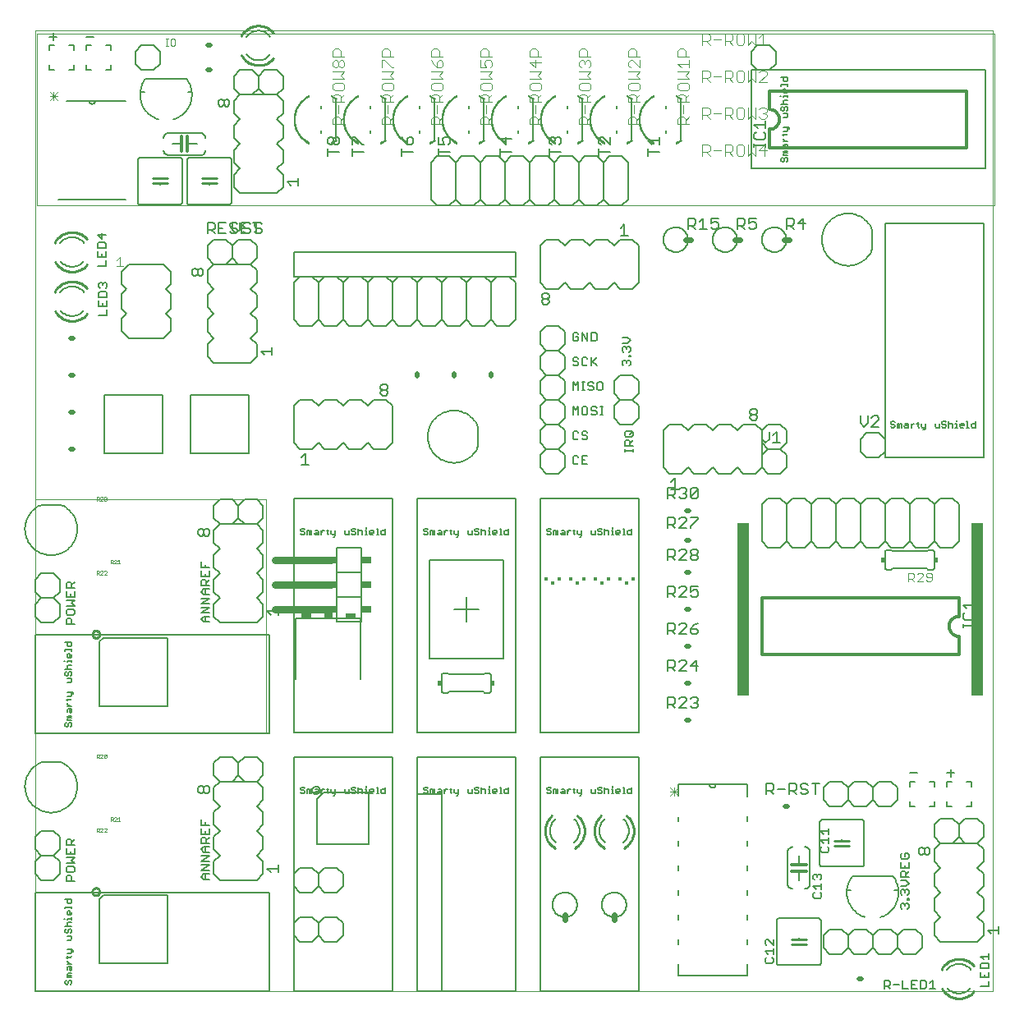
<source format=gto>
G04 This is an RS-274x file exported by *
G04 gerbv version 2.6.1 *
G04 More information is available about gerbv at *
G04 http://gerbv.geda-project.org/ *
G04 --End of header info--*
%MOIN*%
%FSLAX34Y34*%
%IPPOS*%
G04 --Define apertures--*
%ADD10C,0.0000*%
%ADD11C,0.0060*%
%ADD12C,0.0100*%
%ADD13C,0.0050*%
%ADD14C,0.0200*%
%ADD15C,0.0030*%
%ADD16C,0.0120*%
%ADD17R,0.0150X0.0200*%
%ADD18R,0.0500X0.7000*%
%ADD19C,0.0240*%
%ADD20R,0.0128X0.0167*%
%ADD21R,0.0138X0.0138*%
%ADD22C,0.0010*%
%ADD23C,0.0040*%
%ADD24R,0.0449X0.0236*%
%ADD25R,0.0346X0.0394*%
%ADD26C,0.0300*%
%ADD27R,0.0200X0.0300*%
%ADD28R,0.0400X0.0300*%
%ADD29C,0.0005*%
G04 --Start main section--*
G54D10*
G01X0000535Y0000450D02*
G01X0000535Y0039446D01*
G01X0000535Y0039446D02*
G01X0039405Y0039446D01*
G01X0039405Y0039446D02*
G01X0039405Y0000450D01*
G01X0039405Y0000450D02*
G01X0000535Y0000450D01*
G54D11*
G01X0003155Y0001570D02*
G01X0003155Y0004190D01*
G01X0003155Y0004190D02*
G01X0003295Y0004330D01*
G01X0003295Y0004330D02*
G01X0005915Y0004330D01*
G01X0005915Y0004330D02*
G01X0005915Y0001570D01*
G01X0005915Y0001570D02*
G01X0003155Y0001570D01*
G01X0002135Y0004900D02*
G01X0001795Y0004900D01*
G01X0001795Y0004900D02*
G01X0001795Y0005070D01*
G01X0001795Y0005070D02*
G01X0001851Y0005127D01*
G01X0001851Y0005127D02*
G01X0001965Y0005127D01*
G01X0001965Y0005127D02*
G01X0002022Y0005070D01*
G01X0002022Y0005070D02*
G01X0002022Y0004900D01*
G01X0002078Y0005268D02*
G01X0001851Y0005268D01*
G01X0001851Y0005268D02*
G01X0001795Y0005325D01*
G01X0001795Y0005325D02*
G01X0001795Y0005438D01*
G01X0001795Y0005438D02*
G01X0001851Y0005495D01*
G01X0001851Y0005495D02*
G01X0002078Y0005495D01*
G01X0002078Y0005495D02*
G01X0002135Y0005438D01*
G01X0002135Y0005438D02*
G01X0002135Y0005325D01*
G01X0002135Y0005325D02*
G01X0002078Y0005268D01*
G01X0002135Y0005637D02*
G01X0001795Y0005637D01*
G01X0001795Y0005863D02*
G01X0002135Y0005863D01*
G01X0002135Y0005863D02*
G01X0002022Y0005750D01*
G01X0002022Y0005750D02*
G01X0002135Y0005637D01*
G01X0002135Y0006005D02*
G01X0001795Y0006005D01*
G01X0001795Y0006005D02*
G01X0001795Y0006232D01*
G01X0001795Y0006373D02*
G01X0001795Y0006543D01*
G01X0001795Y0006543D02*
G01X0001851Y0006600D01*
G01X0001851Y0006600D02*
G01X0001965Y0006600D01*
G01X0001965Y0006600D02*
G01X0002022Y0006543D01*
G01X0002022Y0006543D02*
G01X0002022Y0006373D01*
G01X0002135Y0006373D02*
G01X0001795Y0006373D01*
G01X0002022Y0006487D02*
G01X0002135Y0006600D01*
G01X0002135Y0006232D02*
G01X0002135Y0006005D01*
G01X0001965Y0006005D02*
G01X0001965Y0006118D01*
G01X0001535Y0006200D02*
G01X0001535Y0006700D01*
G01X0001535Y0006700D02*
G01X0001285Y0006950D01*
G01X0001285Y0006950D02*
G01X0000785Y0006950D01*
G01X0000785Y0006950D02*
G01X0000535Y0006700D01*
G01X0000535Y0006700D02*
G01X0000535Y0006200D01*
G01X0000535Y0006200D02*
G01X0000785Y0005950D01*
G01X0000785Y0005950D02*
G01X0001285Y0005950D01*
G01X0001285Y0005950D02*
G01X0001535Y0006200D01*
G01X0001285Y0005950D02*
G01X0001535Y0005700D01*
G01X0001535Y0005700D02*
G01X0001535Y0005200D01*
G01X0001535Y0005200D02*
G01X0001285Y0004950D01*
G01X0001285Y0004950D02*
G01X0000785Y0004950D01*
G01X0000785Y0004950D02*
G01X0000535Y0005200D01*
G01X0000535Y0005200D02*
G01X0000535Y0005700D01*
G01X0000535Y0005700D02*
G01X0000785Y0005950D01*
G01X0007265Y0005943D02*
G01X0007605Y0005943D01*
G01X0007605Y0005943D02*
G01X0007265Y0005717D01*
G01X0007265Y0005717D02*
G01X0007605Y0005717D01*
G01X0007605Y0005575D02*
G01X0007265Y0005575D01*
G01X0007265Y0005348D02*
G01X0007605Y0005575D01*
G01X0007785Y0005700D02*
G01X0008035Y0005950D01*
G01X0008035Y0005950D02*
G01X0007785Y0006200D01*
G01X0007785Y0006200D02*
G01X0007785Y0006700D01*
G01X0007785Y0006700D02*
G01X0008035Y0006950D01*
G01X0008035Y0006950D02*
G01X0007785Y0007200D01*
G01X0007785Y0007200D02*
G01X0007785Y0007700D01*
G01X0007785Y0007700D02*
G01X0008035Y0007950D01*
G01X0008035Y0007950D02*
G01X0007785Y0008200D01*
G01X0007785Y0008200D02*
G01X0007785Y0008700D01*
G01X0007785Y0008700D02*
G01X0008035Y0008950D01*
G01X0008035Y0008950D02*
G01X0008535Y0008950D01*
G01X0008535Y0008950D02*
G01X0008785Y0009200D01*
G01X0008785Y0009200D02*
G01X0009035Y0008950D01*
G01X0009035Y0008950D02*
G01X0009535Y0008950D01*
G01X0009535Y0008950D02*
G01X0009785Y0009200D01*
G01X0009785Y0009200D02*
G01X0009785Y0009700D01*
G01X0009785Y0009700D02*
G01X0009535Y0009950D01*
G01X0009535Y0009950D02*
G01X0009035Y0009950D01*
G01X0009035Y0009950D02*
G01X0008785Y0009700D01*
G01X0008785Y0009700D02*
G01X0008785Y0009200D01*
G01X0008785Y0009200D02*
G01X0008785Y0009700D01*
G01X0008785Y0009700D02*
G01X0008535Y0009950D01*
G01X0008535Y0009950D02*
G01X0008035Y0009950D01*
G01X0008035Y0009950D02*
G01X0007785Y0009700D01*
G01X0007785Y0009700D02*
G01X0007785Y0009200D01*
G01X0007785Y0009200D02*
G01X0008035Y0008950D01*
G01X0008035Y0008950D02*
G01X0009535Y0008950D01*
G01X0009535Y0008950D02*
G01X0009785Y0008700D01*
G01X0009785Y0008700D02*
G01X0009785Y0008200D01*
G01X0009785Y0008200D02*
G01X0009535Y0007950D01*
G01X0009535Y0007950D02*
G01X0009785Y0007700D01*
G01X0009785Y0007700D02*
G01X0009785Y0007200D01*
G01X0009785Y0007200D02*
G01X0009535Y0006950D01*
G01X0009535Y0006950D02*
G01X0009785Y0006700D01*
G01X0009785Y0006700D02*
G01X0009785Y0006200D01*
G01X0009785Y0006200D02*
G01X0009535Y0005950D01*
G01X0009535Y0005950D02*
G01X0009785Y0005700D01*
G01X0009785Y0005700D02*
G01X0009785Y0005200D01*
G01X0009785Y0005200D02*
G01X0009535Y0004950D01*
G01X0009535Y0004950D02*
G01X0008035Y0004950D01*
G01X0008035Y0004950D02*
G01X0007785Y0005200D01*
G01X0007785Y0005200D02*
G01X0007785Y0005700D01*
G01X0007605Y0005348D02*
G01X0007265Y0005348D01*
G01X0007378Y0005207D02*
G01X0007605Y0005207D01*
G01X0007435Y0005207D02*
G01X0007435Y0004980D01*
G01X0007378Y0004980D02*
G01X0007265Y0005093D01*
G01X0007265Y0005093D02*
G01X0007378Y0005207D01*
G01X0007378Y0004980D02*
G01X0007605Y0004980D01*
G01X0007605Y0006085D02*
G01X0007378Y0006085D01*
G01X0007378Y0006085D02*
G01X0007265Y0006198D01*
G01X0007265Y0006198D02*
G01X0007378Y0006312D01*
G01X0007378Y0006312D02*
G01X0007605Y0006312D01*
G01X0007605Y0006453D02*
G01X0007265Y0006453D01*
G01X0007265Y0006453D02*
G01X0007265Y0006623D01*
G01X0007265Y0006623D02*
G01X0007321Y0006680D01*
G01X0007321Y0006680D02*
G01X0007435Y0006680D01*
G01X0007435Y0006680D02*
G01X0007492Y0006623D01*
G01X0007492Y0006623D02*
G01X0007492Y0006453D01*
G01X0007492Y0006567D02*
G01X0007605Y0006680D01*
G01X0007605Y0006822D02*
G01X0007265Y0006822D01*
G01X0007265Y0006822D02*
G01X0007265Y0007048D01*
G01X0007265Y0007190D02*
G01X0007265Y0007417D01*
G01X0007435Y0007303D02*
G01X0007435Y0007190D01*
G01X0007605Y0007190D02*
G01X0007265Y0007190D01*
G01X0007435Y0006935D02*
G01X0007435Y0006822D01*
G01X0007605Y0006822D02*
G01X0007605Y0007048D01*
G01X0007435Y0006312D02*
G01X0007435Y0006085D01*
G01X0011035Y0005200D02*
G01X0011035Y0004700D01*
G01X0011035Y0004700D02*
G01X0011285Y0004450D01*
G01X0011285Y0004450D02*
G01X0011785Y0004450D01*
G01X0011785Y0004450D02*
G01X0012035Y0004700D01*
G01X0012035Y0004700D02*
G01X0012035Y0005200D01*
G01X0012035Y0005200D02*
G01X0011785Y0005450D01*
G01X0011785Y0005450D02*
G01X0011285Y0005450D01*
G01X0011285Y0005450D02*
G01X0011035Y0005200D01*
G01X0012035Y0005200D02*
G01X0012285Y0005450D01*
G01X0012285Y0005450D02*
G01X0012785Y0005450D01*
G01X0012785Y0005450D02*
G01X0013035Y0005200D01*
G01X0013035Y0005200D02*
G01X0013035Y0004700D01*
G01X0013035Y0004700D02*
G01X0012785Y0004450D01*
G01X0012785Y0004450D02*
G01X0012285Y0004450D01*
G01X0012285Y0004450D02*
G01X0012035Y0004700D01*
G01X0011785Y0003450D02*
G01X0011285Y0003450D01*
G01X0011285Y0003450D02*
G01X0011035Y0003200D01*
G01X0011035Y0003200D02*
G01X0011035Y0002700D01*
G01X0011035Y0002700D02*
G01X0011285Y0002450D01*
G01X0011285Y0002450D02*
G01X0011785Y0002450D01*
G01X0011785Y0002450D02*
G01X0012035Y0002700D01*
G01X0012035Y0002700D02*
G01X0012285Y0002450D01*
G01X0012285Y0002450D02*
G01X0012785Y0002450D01*
G01X0012785Y0002450D02*
G01X0013035Y0002700D01*
G01X0013035Y0002700D02*
G01X0013035Y0003200D01*
G01X0013035Y0003200D02*
G01X0012785Y0003450D01*
G01X0012785Y0003450D02*
G01X0012285Y0003450D01*
G01X0012285Y0003450D02*
G01X0012035Y0003200D01*
G01X0012035Y0003200D02*
G01X0012035Y0002700D01*
G01X0012035Y0003200D02*
G01X0011785Y0003450D01*
G01X0017135Y0012550D02*
G01X0017285Y0012550D01*
G01X0017285Y0012550D02*
G01X0017335Y0012600D01*
G01X0017335Y0012600D02*
G01X0018735Y0012600D01*
G01X0018735Y0012600D02*
G01X0018785Y0012550D01*
G01X0018785Y0012550D02*
G01X0018935Y0012550D01*
G01X0018935Y0012550D02*
G01X0018952Y0012552D01*
G01X0018952Y0012552D02*
G01X0018969Y0012556D01*
G01X0018969Y0012556D02*
G01X0018985Y0012563D01*
G01X0018985Y0012563D02*
G01X0018999Y0012573D01*
G01X0018999Y0012573D02*
G01X0019012Y0012586D01*
G01X0019012Y0012586D02*
G01X0019022Y0012600D01*
G01X0019022Y0012600D02*
G01X0019029Y0012616D01*
G01X0019029Y0012616D02*
G01X0019033Y0012633D01*
G01X0019033Y0012633D02*
G01X0019035Y0012650D01*
G01X0019035Y0012650D02*
G01X0019035Y0013250D01*
G01X0019035Y0013250D02*
G01X0019033Y0013267D01*
G01X0019033Y0013267D02*
G01X0019029Y0013284D01*
G01X0019029Y0013284D02*
G01X0019022Y0013300D01*
G01X0019022Y0013300D02*
G01X0019012Y0013314D01*
G01X0019012Y0013314D02*
G01X0018999Y0013327D01*
G01X0018999Y0013327D02*
G01X0018985Y0013337D01*
G01X0018985Y0013337D02*
G01X0018969Y0013344D01*
G01X0018969Y0013344D02*
G01X0018952Y0013348D01*
G01X0018952Y0013348D02*
G01X0018935Y0013350D01*
G01X0018935Y0013350D02*
G01X0018785Y0013350D01*
G01X0018785Y0013350D02*
G01X0018735Y0013300D01*
G01X0018735Y0013300D02*
G01X0017335Y0013300D01*
G01X0017335Y0013300D02*
G01X0017285Y0013350D01*
G01X0017285Y0013350D02*
G01X0017135Y0013350D01*
G01X0017135Y0013350D02*
G01X0017118Y0013348D01*
G01X0017118Y0013348D02*
G01X0017101Y0013344D01*
G01X0017101Y0013344D02*
G01X0017085Y0013337D01*
G01X0017085Y0013337D02*
G01X0017071Y0013327D01*
G01X0017071Y0013327D02*
G01X0017058Y0013314D01*
G01X0017058Y0013314D02*
G01X0017048Y0013300D01*
G01X0017048Y0013300D02*
G01X0017041Y0013284D01*
G01X0017041Y0013284D02*
G01X0017037Y0013267D01*
G01X0017037Y0013267D02*
G01X0017035Y0013250D01*
G01X0017035Y0013250D02*
G01X0017035Y0012650D01*
G01X0017035Y0012650D02*
G01X0017037Y0012633D01*
G01X0017037Y0012633D02*
G01X0017041Y0012616D01*
G01X0017041Y0012616D02*
G01X0017048Y0012600D01*
G01X0017048Y0012600D02*
G01X0017058Y0012586D01*
G01X0017058Y0012586D02*
G01X0017071Y0012573D01*
G01X0017071Y0012573D02*
G01X0017085Y0012563D01*
G01X0017085Y0012563D02*
G01X0017101Y0012556D01*
G01X0017101Y0012556D02*
G01X0017118Y0012552D01*
G01X0017118Y0012552D02*
G01X0017135Y0012550D01*
G01X0013760Y0013115D02*
G01X0013760Y0015563D01*
G01X0013760Y0015563D02*
G01X0011110Y0015563D01*
G01X0011110Y0015563D02*
G01X0011110Y0013115D01*
G01X0012785Y0015450D02*
G01X0013785Y0015450D01*
G01X0013785Y0015450D02*
G01X0013785Y0016450D01*
G01X0013785Y0016450D02*
G01X0013785Y0017450D01*
G01X0013785Y0017450D02*
G01X0013785Y0018450D01*
G01X0013785Y0018450D02*
G01X0012785Y0018450D01*
G01X0012785Y0018450D02*
G01X0012785Y0017450D01*
G01X0012785Y0017450D02*
G01X0012785Y0016450D01*
G01X0012785Y0016450D02*
G01X0012785Y0015450D01*
G01X0012785Y0016450D02*
G01X0013785Y0016450D01*
G01X0013785Y0017450D02*
G01X0012785Y0017450D01*
G01X0012785Y0022450D02*
G01X0012285Y0022450D01*
G01X0012285Y0022450D02*
G01X0012035Y0022700D01*
G01X0012035Y0022700D02*
G01X0011785Y0022450D01*
G01X0011785Y0022450D02*
G01X0011285Y0022450D01*
G01X0011285Y0022450D02*
G01X0011035Y0022700D01*
G01X0011035Y0022700D02*
G01X0011035Y0024200D01*
G01X0011035Y0024200D02*
G01X0011285Y0024450D01*
G01X0011285Y0024450D02*
G01X0011785Y0024450D01*
G01X0011785Y0024450D02*
G01X0012035Y0024200D01*
G01X0012035Y0024200D02*
G01X0012285Y0024450D01*
G01X0012285Y0024450D02*
G01X0012785Y0024450D01*
G01X0012785Y0024450D02*
G01X0013035Y0024200D01*
G01X0013035Y0024200D02*
G01X0013285Y0024450D01*
G01X0013285Y0024450D02*
G01X0013785Y0024450D01*
G01X0013785Y0024450D02*
G01X0014035Y0024200D01*
G01X0014035Y0024200D02*
G01X0014285Y0024450D01*
G01X0014285Y0024450D02*
G01X0014785Y0024450D01*
G01X0014785Y0024450D02*
G01X0015035Y0024200D01*
G01X0015035Y0024200D02*
G01X0015035Y0022700D01*
G01X0015035Y0022700D02*
G01X0014785Y0022450D01*
G01X0014785Y0022450D02*
G01X0014285Y0022450D01*
G01X0014285Y0022450D02*
G01X0014035Y0022700D01*
G01X0014035Y0022700D02*
G01X0013785Y0022450D01*
G01X0013785Y0022450D02*
G01X0013285Y0022450D01*
G01X0013285Y0022450D02*
G01X0013035Y0022700D01*
G01X0013035Y0022700D02*
G01X0012785Y0022450D01*
G01X0009285Y0025950D02*
G01X0009535Y0026200D01*
G01X0009535Y0026200D02*
G01X0009535Y0026700D01*
G01X0009535Y0026700D02*
G01X0009285Y0026950D01*
G01X0009285Y0026950D02*
G01X0009535Y0027200D01*
G01X0009535Y0027200D02*
G01X0009535Y0027700D01*
G01X0009535Y0027700D02*
G01X0009285Y0027950D01*
G01X0009285Y0027950D02*
G01X0009535Y0028200D01*
G01X0009535Y0028200D02*
G01X0009535Y0028700D01*
G01X0009535Y0028700D02*
G01X0009285Y0028950D01*
G01X0009285Y0028950D02*
G01X0009535Y0029200D01*
G01X0009535Y0029200D02*
G01X0009535Y0029700D01*
G01X0009535Y0029700D02*
G01X0009285Y0029950D01*
G01X0009285Y0029950D02*
G01X0008785Y0029950D01*
G01X0008785Y0029950D02*
G01X0008535Y0030200D01*
G01X0008535Y0030200D02*
G01X0008535Y0030700D01*
G01X0008535Y0030700D02*
G01X0008785Y0030950D01*
G01X0008785Y0030950D02*
G01X0009285Y0030950D01*
G01X0009285Y0030950D02*
G01X0009535Y0030700D01*
G01X0009535Y0030700D02*
G01X0009535Y0030200D01*
G01X0009535Y0030200D02*
G01X0009285Y0029950D01*
G01X0009285Y0029950D02*
G01X0007785Y0029950D01*
G01X0007785Y0029950D02*
G01X0008285Y0029950D01*
G01X0008285Y0029950D02*
G01X0008535Y0030200D01*
G01X0008535Y0030200D02*
G01X0008535Y0030700D01*
G01X0008535Y0030700D02*
G01X0008285Y0030950D01*
G01X0008285Y0030950D02*
G01X0007785Y0030950D01*
G01X0007785Y0030950D02*
G01X0007535Y0030700D01*
G01X0007535Y0030700D02*
G01X0007535Y0030200D01*
G01X0007535Y0030200D02*
G01X0007785Y0029950D01*
G01X0007785Y0029950D02*
G01X0007535Y0029700D01*
G01X0007535Y0029700D02*
G01X0007535Y0029200D01*
G01X0007535Y0029200D02*
G01X0007785Y0028950D01*
G01X0007785Y0028950D02*
G01X0007535Y0028700D01*
G01X0007535Y0028700D02*
G01X0007535Y0028200D01*
G01X0007535Y0028200D02*
G01X0007785Y0027950D01*
G01X0007785Y0027950D02*
G01X0007535Y0027700D01*
G01X0007535Y0027700D02*
G01X0007535Y0027200D01*
G01X0007535Y0027200D02*
G01X0007785Y0026950D01*
G01X0007785Y0026950D02*
G01X0007535Y0026700D01*
G01X0007535Y0026700D02*
G01X0007535Y0026200D01*
G01X0007535Y0026200D02*
G01X0007785Y0025950D01*
G01X0007785Y0025950D02*
G01X0009285Y0025950D01*
G01X0011035Y0027700D02*
G01X0011035Y0029200D01*
G01X0011035Y0029200D02*
G01X0011285Y0029450D01*
G01X0011285Y0029450D02*
G01X0011785Y0029450D01*
G01X0011785Y0029450D02*
G01X0012035Y0029200D01*
G01X0012035Y0029200D02*
G01X0012035Y0027700D01*
G01X0012035Y0027700D02*
G01X0012285Y0027450D01*
G01X0012285Y0027450D02*
G01X0012785Y0027450D01*
G01X0012785Y0027450D02*
G01X0013035Y0027700D01*
G01X0013035Y0027700D02*
G01X0013035Y0029200D01*
G01X0013035Y0029200D02*
G01X0013285Y0029450D01*
G01X0013285Y0029450D02*
G01X0013785Y0029450D01*
G01X0013785Y0029450D02*
G01X0014035Y0029200D01*
G01X0014035Y0029200D02*
G01X0014035Y0027700D01*
G01X0014035Y0027700D02*
G01X0014285Y0027450D01*
G01X0014285Y0027450D02*
G01X0014785Y0027450D01*
G01X0014785Y0027450D02*
G01X0015035Y0027700D01*
G01X0015035Y0027700D02*
G01X0015035Y0029200D01*
G01X0015035Y0029200D02*
G01X0015285Y0029450D01*
G01X0015285Y0029450D02*
G01X0015785Y0029450D01*
G01X0015785Y0029450D02*
G01X0016035Y0029200D01*
G01X0016035Y0029200D02*
G01X0016035Y0027700D01*
G01X0016035Y0027700D02*
G01X0016285Y0027450D01*
G01X0016285Y0027450D02*
G01X0016785Y0027450D01*
G01X0016785Y0027450D02*
G01X0017035Y0027700D01*
G01X0017035Y0027700D02*
G01X0017035Y0029200D01*
G01X0017035Y0029200D02*
G01X0017285Y0029450D01*
G01X0017285Y0029450D02*
G01X0017785Y0029450D01*
G01X0017785Y0029450D02*
G01X0018035Y0029200D01*
G01X0018035Y0029200D02*
G01X0018035Y0027700D01*
G01X0018035Y0027700D02*
G01X0017785Y0027450D01*
G01X0017785Y0027450D02*
G01X0017285Y0027450D01*
G01X0017285Y0027450D02*
G01X0017035Y0027700D01*
G01X0016035Y0027700D02*
G01X0015785Y0027450D01*
G01X0015785Y0027450D02*
G01X0015285Y0027450D01*
G01X0015285Y0027450D02*
G01X0015035Y0027700D01*
G01X0014035Y0027700D02*
G01X0013785Y0027450D01*
G01X0013785Y0027450D02*
G01X0013285Y0027450D01*
G01X0013285Y0027450D02*
G01X0013035Y0027700D01*
G01X0012035Y0027700D02*
G01X0011785Y0027450D01*
G01X0011785Y0027450D02*
G01X0011285Y0027450D01*
G01X0011285Y0027450D02*
G01X0011035Y0027700D01*
G01X0012035Y0029200D02*
G01X0012285Y0029450D01*
G01X0012285Y0029450D02*
G01X0012785Y0029450D01*
G01X0012785Y0029450D02*
G01X0013035Y0029200D01*
G01X0014035Y0029200D02*
G01X0014285Y0029450D01*
G01X0014285Y0029450D02*
G01X0014785Y0029450D01*
G01X0014785Y0029450D02*
G01X0015035Y0029200D01*
G01X0016035Y0029200D02*
G01X0016285Y0029450D01*
G01X0016285Y0029450D02*
G01X0016785Y0029450D01*
G01X0016785Y0029450D02*
G01X0017035Y0029200D01*
G01X0018035Y0029200D02*
G01X0018285Y0029450D01*
G01X0018285Y0029450D02*
G01X0018785Y0029450D01*
G01X0018785Y0029450D02*
G01X0019035Y0029200D01*
G01X0019035Y0029200D02*
G01X0019285Y0029450D01*
G01X0019285Y0029450D02*
G01X0019785Y0029450D01*
G01X0019785Y0029450D02*
G01X0020035Y0029200D01*
G01X0020035Y0029200D02*
G01X0020035Y0027700D01*
G01X0020035Y0027700D02*
G01X0019785Y0027450D01*
G01X0019785Y0027450D02*
G01X0019285Y0027450D01*
G01X0019285Y0027450D02*
G01X0019035Y0027700D01*
G01X0019035Y0027700D02*
G01X0019035Y0029200D01*
G01X0019035Y0027700D02*
G01X0018785Y0027450D01*
G01X0018785Y0027450D02*
G01X0018285Y0027450D01*
G01X0018285Y0027450D02*
G01X0018035Y0027700D01*
G01X0021035Y0027200D02*
G01X0021035Y0026700D01*
G01X0021035Y0026700D02*
G01X0021285Y0026450D01*
G01X0021285Y0026450D02*
G01X0021035Y0026200D01*
G01X0021035Y0026200D02*
G01X0021035Y0025700D01*
G01X0021035Y0025700D02*
G01X0021285Y0025450D01*
G01X0021285Y0025450D02*
G01X0021785Y0025450D01*
G01X0021785Y0025450D02*
G01X0022035Y0025700D01*
G01X0022035Y0025700D02*
G01X0022035Y0026200D01*
G01X0022035Y0026200D02*
G01X0021785Y0026450D01*
G01X0021785Y0026450D02*
G01X0021285Y0026450D01*
G01X0021785Y0026450D02*
G01X0022035Y0026700D01*
G01X0022035Y0026700D02*
G01X0022035Y0027200D01*
G01X0022035Y0027200D02*
G01X0021785Y0027450D01*
G01X0021785Y0027450D02*
G01X0021285Y0027450D01*
G01X0021285Y0027450D02*
G01X0021035Y0027200D01*
G01X0022365Y0027114D02*
G01X0022365Y0026887D01*
G01X0022365Y0026887D02*
G01X0022422Y0026830D01*
G01X0022422Y0026830D02*
G01X0022535Y0026830D01*
G01X0022535Y0026830D02*
G01X0022592Y0026887D01*
G01X0022592Y0026887D02*
G01X0022592Y0027000D01*
G01X0022592Y0027000D02*
G01X0022479Y0027000D01*
G01X0022592Y0027114D02*
G01X0022535Y0027170D01*
G01X0022535Y0027170D02*
G01X0022422Y0027170D01*
G01X0022422Y0027170D02*
G01X0022365Y0027114D01*
G01X0022733Y0027170D02*
G01X0022733Y0026830D01*
G01X0022960Y0026830D02*
G01X0022733Y0027170D01*
G01X0022960Y0027170D02*
G01X0022960Y0026830D01*
G01X0023102Y0026830D02*
G01X0023272Y0026830D01*
G01X0023272Y0026830D02*
G01X0023329Y0026887D01*
G01X0023329Y0026887D02*
G01X0023329Y0027114D01*
G01X0023329Y0027114D02*
G01X0023272Y0027170D01*
G01X0023272Y0027170D02*
G01X0023102Y0027170D01*
G01X0023102Y0027170D02*
G01X0023102Y0026830D01*
G01X0023102Y0026170D02*
G01X0023102Y0025830D01*
G01X0023102Y0025943D02*
G01X0023329Y0026170D01*
G01X0023158Y0026000D02*
G01X0023329Y0025830D01*
G01X0022960Y0025887D02*
G01X0022904Y0025830D01*
G01X0022904Y0025830D02*
G01X0022790Y0025830D01*
G01X0022790Y0025830D02*
G01X0022733Y0025887D01*
G01X0022733Y0025887D02*
G01X0022733Y0026114D01*
G01X0022733Y0026114D02*
G01X0022790Y0026170D01*
G01X0022790Y0026170D02*
G01X0022904Y0026170D01*
G01X0022904Y0026170D02*
G01X0022960Y0026114D01*
G01X0022592Y0026114D02*
G01X0022535Y0026170D01*
G01X0022535Y0026170D02*
G01X0022422Y0026170D01*
G01X0022422Y0026170D02*
G01X0022365Y0026114D01*
G01X0022365Y0026114D02*
G01X0022365Y0026057D01*
G01X0022365Y0026057D02*
G01X0022422Y0026000D01*
G01X0022422Y0026000D02*
G01X0022535Y0026000D01*
G01X0022535Y0026000D02*
G01X0022592Y0025943D01*
G01X0022592Y0025943D02*
G01X0022592Y0025887D01*
G01X0022592Y0025887D02*
G01X0022535Y0025830D01*
G01X0022535Y0025830D02*
G01X0022422Y0025830D01*
G01X0022422Y0025830D02*
G01X0022365Y0025887D01*
G01X0021785Y0025450D02*
G01X0022035Y0025200D01*
G01X0022035Y0025200D02*
G01X0022035Y0024700D01*
G01X0022035Y0024700D02*
G01X0021785Y0024450D01*
G01X0021785Y0024450D02*
G01X0022035Y0024200D01*
G01X0022035Y0024200D02*
G01X0022035Y0023700D01*
G01X0022035Y0023700D02*
G01X0021785Y0023450D01*
G01X0021785Y0023450D02*
G01X0022035Y0023200D01*
G01X0022035Y0023200D02*
G01X0022035Y0022700D01*
G01X0022035Y0022700D02*
G01X0021785Y0022450D01*
G01X0021785Y0022450D02*
G01X0022035Y0022200D01*
G01X0022035Y0022200D02*
G01X0022035Y0021700D01*
G01X0022035Y0021700D02*
G01X0021785Y0021450D01*
G01X0021785Y0021450D02*
G01X0021285Y0021450D01*
G01X0021285Y0021450D02*
G01X0021035Y0021700D01*
G01X0021035Y0021700D02*
G01X0021035Y0022200D01*
G01X0021035Y0022200D02*
G01X0021285Y0022450D01*
G01X0021285Y0022450D02*
G01X0021035Y0022700D01*
G01X0021035Y0022700D02*
G01X0021035Y0023200D01*
G01X0021035Y0023200D02*
G01X0021285Y0023450D01*
G01X0021285Y0023450D02*
G01X0021035Y0023700D01*
G01X0021035Y0023700D02*
G01X0021035Y0024200D01*
G01X0021035Y0024200D02*
G01X0021285Y0024450D01*
G01X0021285Y0024450D02*
G01X0021035Y0024700D01*
G01X0021035Y0024700D02*
G01X0021035Y0025200D01*
G01X0021035Y0025200D02*
G01X0021285Y0025450D01*
G01X0022365Y0025170D02*
G01X0022365Y0024830D01*
G01X0022592Y0024830D02*
G01X0022592Y0025170D01*
G01X0022592Y0025170D02*
G01X0022479Y0025057D01*
G01X0022479Y0025057D02*
G01X0022365Y0025170D01*
G01X0022733Y0025170D02*
G01X0022847Y0025170D01*
G01X0022790Y0025170D02*
G01X0022790Y0024830D01*
G01X0022733Y0024830D02*
G01X0022847Y0024830D01*
G01X0022979Y0024887D02*
G01X0023036Y0024830D01*
G01X0023036Y0024830D02*
G01X0023149Y0024830D01*
G01X0023149Y0024830D02*
G01X0023206Y0024887D01*
G01X0023206Y0024887D02*
G01X0023206Y0024943D01*
G01X0023206Y0024943D02*
G01X0023149Y0025000D01*
G01X0023149Y0025000D02*
G01X0023036Y0025000D01*
G01X0023036Y0025000D02*
G01X0022979Y0025057D01*
G01X0022979Y0025057D02*
G01X0022979Y0025114D01*
G01X0022979Y0025114D02*
G01X0023036Y0025170D01*
G01X0023036Y0025170D02*
G01X0023149Y0025170D01*
G01X0023149Y0025170D02*
G01X0023206Y0025114D01*
G01X0023347Y0025114D02*
G01X0023347Y0024887D01*
G01X0023347Y0024887D02*
G01X0023404Y0024830D01*
G01X0023404Y0024830D02*
G01X0023517Y0024830D01*
G01X0023517Y0024830D02*
G01X0023574Y0024887D01*
G01X0023574Y0024887D02*
G01X0023574Y0025114D01*
G01X0023574Y0025114D02*
G01X0023517Y0025170D01*
G01X0023517Y0025170D02*
G01X0023404Y0025170D01*
G01X0023404Y0025170D02*
G01X0023347Y0025114D01*
G01X0024035Y0025200D02*
G01X0024035Y0024700D01*
G01X0024035Y0024700D02*
G01X0024285Y0024450D01*
G01X0024285Y0024450D02*
G01X0024785Y0024450D01*
G01X0024785Y0024450D02*
G01X0025035Y0024700D01*
G01X0025035Y0024700D02*
G01X0025035Y0025200D01*
G01X0025035Y0025200D02*
G01X0024785Y0025450D01*
G01X0024785Y0025450D02*
G01X0024285Y0025450D01*
G01X0024285Y0025450D02*
G01X0024035Y0025200D01*
G01X0024421Y0025830D02*
G01X0024365Y0025887D01*
G01X0024365Y0025887D02*
G01X0024365Y0026000D01*
G01X0024365Y0026000D02*
G01X0024421Y0026057D01*
G01X0024421Y0026057D02*
G01X0024478Y0026057D01*
G01X0024478Y0026057D02*
G01X0024535Y0026000D01*
G01X0024535Y0026000D02*
G01X0024592Y0026057D01*
G01X0024592Y0026057D02*
G01X0024648Y0026057D01*
G01X0024648Y0026057D02*
G01X0024705Y0026000D01*
G01X0024705Y0026000D02*
G01X0024705Y0025887D01*
G01X0024705Y0025887D02*
G01X0024648Y0025830D01*
G01X0024535Y0025943D02*
G01X0024535Y0026000D01*
G01X0024648Y0026198D02*
G01X0024648Y0026255D01*
G01X0024648Y0026255D02*
G01X0024705Y0026255D01*
G01X0024705Y0026255D02*
G01X0024705Y0026198D01*
G01X0024705Y0026198D02*
G01X0024648Y0026198D01*
G01X0024648Y0026382D02*
G01X0024705Y0026439D01*
G01X0024705Y0026439D02*
G01X0024705Y0026553D01*
G01X0024705Y0026553D02*
G01X0024648Y0026609D01*
G01X0024648Y0026609D02*
G01X0024592Y0026609D01*
G01X0024592Y0026609D02*
G01X0024535Y0026553D01*
G01X0024535Y0026553D02*
G01X0024535Y0026496D01*
G01X0024535Y0026553D02*
G01X0024478Y0026609D01*
G01X0024478Y0026609D02*
G01X0024421Y0026609D01*
G01X0024421Y0026609D02*
G01X0024365Y0026553D01*
G01X0024365Y0026553D02*
G01X0024365Y0026439D01*
G01X0024365Y0026439D02*
G01X0024421Y0026382D01*
G01X0024365Y0026751D02*
G01X0024592Y0026751D01*
G01X0024592Y0026751D02*
G01X0024705Y0026864D01*
G01X0024705Y0026864D02*
G01X0024592Y0026978D01*
G01X0024592Y0026978D02*
G01X0024365Y0026978D01*
G01X0024285Y0028950D02*
G01X0024035Y0029200D01*
G01X0024035Y0029200D02*
G01X0023785Y0028950D01*
G01X0023785Y0028950D02*
G01X0023285Y0028950D01*
G01X0023285Y0028950D02*
G01X0023035Y0029200D01*
G01X0023035Y0029200D02*
G01X0022785Y0028950D01*
G01X0022785Y0028950D02*
G01X0022285Y0028950D01*
G01X0022285Y0028950D02*
G01X0022035Y0029200D01*
G01X0022035Y0029200D02*
G01X0021785Y0028950D01*
G01X0021785Y0028950D02*
G01X0021285Y0028950D01*
G01X0021285Y0028950D02*
G01X0021035Y0029200D01*
G01X0021035Y0029200D02*
G01X0021035Y0030700D01*
G01X0021035Y0030700D02*
G01X0021285Y0030950D01*
G01X0021285Y0030950D02*
G01X0021785Y0030950D01*
G01X0021785Y0030950D02*
G01X0022035Y0030700D01*
G01X0022035Y0030700D02*
G01X0022285Y0030950D01*
G01X0022285Y0030950D02*
G01X0022785Y0030950D01*
G01X0022785Y0030950D02*
G01X0023035Y0030700D01*
G01X0023035Y0030700D02*
G01X0023285Y0030950D01*
G01X0023285Y0030950D02*
G01X0023785Y0030950D01*
G01X0023785Y0030950D02*
G01X0024035Y0030700D01*
G01X0024035Y0030700D02*
G01X0024285Y0030950D01*
G01X0024285Y0030950D02*
G01X0024785Y0030950D01*
G01X0024785Y0030950D02*
G01X0025035Y0030700D01*
G01X0025035Y0030700D02*
G01X0025035Y0029200D01*
G01X0025035Y0029200D02*
G01X0024785Y0028950D01*
G01X0024785Y0028950D02*
G01X0024285Y0028950D01*
G01X0026035Y0030950D02*
G01X0026037Y0030994D01*
G01X0026037Y0030994D02*
G01X0026043Y0031038D01*
G01X0026043Y0031038D02*
G01X0026053Y0031081D01*
G01X0026053Y0031081D02*
G01X0026066Y0031123D01*
G01X0026066Y0031123D02*
G01X0026083Y0031164D01*
G01X0026083Y0031164D02*
G01X0026104Y0031203D01*
G01X0026104Y0031203D02*
G01X0026128Y0031240D01*
G01X0026128Y0031240D02*
G01X0026155Y0031275D01*
G01X0026155Y0031275D02*
G01X0026185Y0031307D01*
G01X0026185Y0031307D02*
G01X0026218Y0031337D01*
G01X0026218Y0031337D02*
G01X0026254Y0031363D01*
G01X0026254Y0031363D02*
G01X0026291Y0031387D01*
G01X0026291Y0031387D02*
G01X0026331Y0031406D01*
G01X0026331Y0031406D02*
G01X0026372Y0031423D01*
G01X0026372Y0031423D02*
G01X0026415Y0031435D01*
G01X0026415Y0031435D02*
G01X0026458Y0031444D01*
G01X0026458Y0031444D02*
G01X0026502Y0031449D01*
G01X0026502Y0031449D02*
G01X0026546Y0031450D01*
G01X0026546Y0031450D02*
G01X0026590Y0031447D01*
G01X0026590Y0031447D02*
G01X0026634Y0031440D01*
G01X0026634Y0031440D02*
G01X0026677Y0031429D01*
G01X0026677Y0031429D02*
G01X0026719Y0031415D01*
G01X0026719Y0031415D02*
G01X0026759Y0031397D01*
G01X0026759Y0031397D02*
G01X0026798Y0031375D01*
G01X0026798Y0031375D02*
G01X0026834Y0031351D01*
G01X0026834Y0031351D02*
G01X0026868Y0031323D01*
G01X0026868Y0031323D02*
G01X0026900Y0031292D01*
G01X0026900Y0031292D02*
G01X0026929Y0031258D01*
G01X0026929Y0031258D02*
G01X0026955Y0031222D01*
G01X0026955Y0031222D02*
G01X0026977Y0031184D01*
G01X0026977Y0031184D02*
G01X0026996Y0031144D01*
G01X0026996Y0031144D02*
G01X0027011Y0031102D01*
G01X0027011Y0031102D02*
G01X0027023Y0031060D01*
G01X0027023Y0031060D02*
G01X0027031Y0031016D01*
G01X0027031Y0031016D02*
G01X0027035Y0030972D01*
G01X0027035Y0030972D02*
G01X0027035Y0030928D01*
G01X0027035Y0030928D02*
G01X0027031Y0030884D01*
G01X0027031Y0030884D02*
G01X0027023Y0030840D01*
G01X0027023Y0030840D02*
G01X0027011Y0030798D01*
G01X0027011Y0030798D02*
G01X0026996Y0030756D01*
G01X0026996Y0030756D02*
G01X0026977Y0030716D01*
G01X0026977Y0030716D02*
G01X0026955Y0030678D01*
G01X0026955Y0030678D02*
G01X0026929Y0030642D01*
G01X0026929Y0030642D02*
G01X0026900Y0030608D01*
G01X0026900Y0030608D02*
G01X0026868Y0030577D01*
G01X0026868Y0030577D02*
G01X0026834Y0030549D01*
G01X0026834Y0030549D02*
G01X0026798Y0030525D01*
G01X0026798Y0030525D02*
G01X0026759Y0030503D01*
G01X0026759Y0030503D02*
G01X0026719Y0030485D01*
G01X0026719Y0030485D02*
G01X0026677Y0030471D01*
G01X0026677Y0030471D02*
G01X0026634Y0030460D01*
G01X0026634Y0030460D02*
G01X0026590Y0030453D01*
G01X0026590Y0030453D02*
G01X0026546Y0030450D01*
G01X0026546Y0030450D02*
G01X0026502Y0030451D01*
G01X0026502Y0030451D02*
G01X0026458Y0030456D01*
G01X0026458Y0030456D02*
G01X0026415Y0030465D01*
G01X0026415Y0030465D02*
G01X0026372Y0030477D01*
G01X0026372Y0030477D02*
G01X0026331Y0030494D01*
G01X0026331Y0030494D02*
G01X0026291Y0030513D01*
G01X0026291Y0030513D02*
G01X0026254Y0030537D01*
G01X0026254Y0030537D02*
G01X0026218Y0030563D01*
G01X0026218Y0030563D02*
G01X0026185Y0030593D01*
G01X0026185Y0030593D02*
G01X0026155Y0030625D01*
G01X0026155Y0030625D02*
G01X0026128Y0030660D01*
G01X0026128Y0030660D02*
G01X0026104Y0030697D01*
G01X0026104Y0030697D02*
G01X0026083Y0030736D01*
G01X0026083Y0030736D02*
G01X0026066Y0030777D01*
G01X0026066Y0030777D02*
G01X0026053Y0030819D01*
G01X0026053Y0030819D02*
G01X0026043Y0030862D01*
G01X0026043Y0030862D02*
G01X0026037Y0030906D01*
G01X0026037Y0030906D02*
G01X0026035Y0030950D01*
G01X0028035Y0030950D02*
G01X0028037Y0030994D01*
G01X0028037Y0030994D02*
G01X0028043Y0031038D01*
G01X0028043Y0031038D02*
G01X0028053Y0031081D01*
G01X0028053Y0031081D02*
G01X0028066Y0031123D01*
G01X0028066Y0031123D02*
G01X0028083Y0031164D01*
G01X0028083Y0031164D02*
G01X0028104Y0031203D01*
G01X0028104Y0031203D02*
G01X0028128Y0031240D01*
G01X0028128Y0031240D02*
G01X0028155Y0031275D01*
G01X0028155Y0031275D02*
G01X0028185Y0031307D01*
G01X0028185Y0031307D02*
G01X0028218Y0031337D01*
G01X0028218Y0031337D02*
G01X0028254Y0031363D01*
G01X0028254Y0031363D02*
G01X0028291Y0031387D01*
G01X0028291Y0031387D02*
G01X0028331Y0031406D01*
G01X0028331Y0031406D02*
G01X0028372Y0031423D01*
G01X0028372Y0031423D02*
G01X0028415Y0031435D01*
G01X0028415Y0031435D02*
G01X0028458Y0031444D01*
G01X0028458Y0031444D02*
G01X0028502Y0031449D01*
G01X0028502Y0031449D02*
G01X0028546Y0031450D01*
G01X0028546Y0031450D02*
G01X0028590Y0031447D01*
G01X0028590Y0031447D02*
G01X0028634Y0031440D01*
G01X0028634Y0031440D02*
G01X0028677Y0031429D01*
G01X0028677Y0031429D02*
G01X0028719Y0031415D01*
G01X0028719Y0031415D02*
G01X0028759Y0031397D01*
G01X0028759Y0031397D02*
G01X0028798Y0031375D01*
G01X0028798Y0031375D02*
G01X0028834Y0031351D01*
G01X0028834Y0031351D02*
G01X0028868Y0031323D01*
G01X0028868Y0031323D02*
G01X0028900Y0031292D01*
G01X0028900Y0031292D02*
G01X0028929Y0031258D01*
G01X0028929Y0031258D02*
G01X0028955Y0031222D01*
G01X0028955Y0031222D02*
G01X0028977Y0031184D01*
G01X0028977Y0031184D02*
G01X0028996Y0031144D01*
G01X0028996Y0031144D02*
G01X0029011Y0031102D01*
G01X0029011Y0031102D02*
G01X0029023Y0031060D01*
G01X0029023Y0031060D02*
G01X0029031Y0031016D01*
G01X0029031Y0031016D02*
G01X0029035Y0030972D01*
G01X0029035Y0030972D02*
G01X0029035Y0030928D01*
G01X0029035Y0030928D02*
G01X0029031Y0030884D01*
G01X0029031Y0030884D02*
G01X0029023Y0030840D01*
G01X0029023Y0030840D02*
G01X0029011Y0030798D01*
G01X0029011Y0030798D02*
G01X0028996Y0030756D01*
G01X0028996Y0030756D02*
G01X0028977Y0030716D01*
G01X0028977Y0030716D02*
G01X0028955Y0030678D01*
G01X0028955Y0030678D02*
G01X0028929Y0030642D01*
G01X0028929Y0030642D02*
G01X0028900Y0030608D01*
G01X0028900Y0030608D02*
G01X0028868Y0030577D01*
G01X0028868Y0030577D02*
G01X0028834Y0030549D01*
G01X0028834Y0030549D02*
G01X0028798Y0030525D01*
G01X0028798Y0030525D02*
G01X0028759Y0030503D01*
G01X0028759Y0030503D02*
G01X0028719Y0030485D01*
G01X0028719Y0030485D02*
G01X0028677Y0030471D01*
G01X0028677Y0030471D02*
G01X0028634Y0030460D01*
G01X0028634Y0030460D02*
G01X0028590Y0030453D01*
G01X0028590Y0030453D02*
G01X0028546Y0030450D01*
G01X0028546Y0030450D02*
G01X0028502Y0030451D01*
G01X0028502Y0030451D02*
G01X0028458Y0030456D01*
G01X0028458Y0030456D02*
G01X0028415Y0030465D01*
G01X0028415Y0030465D02*
G01X0028372Y0030477D01*
G01X0028372Y0030477D02*
G01X0028331Y0030494D01*
G01X0028331Y0030494D02*
G01X0028291Y0030513D01*
G01X0028291Y0030513D02*
G01X0028254Y0030537D01*
G01X0028254Y0030537D02*
G01X0028218Y0030563D01*
G01X0028218Y0030563D02*
G01X0028185Y0030593D01*
G01X0028185Y0030593D02*
G01X0028155Y0030625D01*
G01X0028155Y0030625D02*
G01X0028128Y0030660D01*
G01X0028128Y0030660D02*
G01X0028104Y0030697D01*
G01X0028104Y0030697D02*
G01X0028083Y0030736D01*
G01X0028083Y0030736D02*
G01X0028066Y0030777D01*
G01X0028066Y0030777D02*
G01X0028053Y0030819D01*
G01X0028053Y0030819D02*
G01X0028043Y0030862D01*
G01X0028043Y0030862D02*
G01X0028037Y0030906D01*
G01X0028037Y0030906D02*
G01X0028035Y0030950D01*
G01X0030035Y0030950D02*
G01X0030037Y0030994D01*
G01X0030037Y0030994D02*
G01X0030043Y0031038D01*
G01X0030043Y0031038D02*
G01X0030053Y0031081D01*
G01X0030053Y0031081D02*
G01X0030066Y0031123D01*
G01X0030066Y0031123D02*
G01X0030083Y0031164D01*
G01X0030083Y0031164D02*
G01X0030104Y0031203D01*
G01X0030104Y0031203D02*
G01X0030128Y0031240D01*
G01X0030128Y0031240D02*
G01X0030155Y0031275D01*
G01X0030155Y0031275D02*
G01X0030185Y0031307D01*
G01X0030185Y0031307D02*
G01X0030218Y0031337D01*
G01X0030218Y0031337D02*
G01X0030254Y0031363D01*
G01X0030254Y0031363D02*
G01X0030291Y0031387D01*
G01X0030291Y0031387D02*
G01X0030331Y0031406D01*
G01X0030331Y0031406D02*
G01X0030372Y0031423D01*
G01X0030372Y0031423D02*
G01X0030415Y0031435D01*
G01X0030415Y0031435D02*
G01X0030458Y0031444D01*
G01X0030458Y0031444D02*
G01X0030502Y0031449D01*
G01X0030502Y0031449D02*
G01X0030546Y0031450D01*
G01X0030546Y0031450D02*
G01X0030590Y0031447D01*
G01X0030590Y0031447D02*
G01X0030634Y0031440D01*
G01X0030634Y0031440D02*
G01X0030677Y0031429D01*
G01X0030677Y0031429D02*
G01X0030719Y0031415D01*
G01X0030719Y0031415D02*
G01X0030759Y0031397D01*
G01X0030759Y0031397D02*
G01X0030798Y0031375D01*
G01X0030798Y0031375D02*
G01X0030834Y0031351D01*
G01X0030834Y0031351D02*
G01X0030868Y0031323D01*
G01X0030868Y0031323D02*
G01X0030900Y0031292D01*
G01X0030900Y0031292D02*
G01X0030929Y0031258D01*
G01X0030929Y0031258D02*
G01X0030955Y0031222D01*
G01X0030955Y0031222D02*
G01X0030977Y0031184D01*
G01X0030977Y0031184D02*
G01X0030996Y0031144D01*
G01X0030996Y0031144D02*
G01X0031011Y0031102D01*
G01X0031011Y0031102D02*
G01X0031023Y0031060D01*
G01X0031023Y0031060D02*
G01X0031031Y0031016D01*
G01X0031031Y0031016D02*
G01X0031035Y0030972D01*
G01X0031035Y0030972D02*
G01X0031035Y0030928D01*
G01X0031035Y0030928D02*
G01X0031031Y0030884D01*
G01X0031031Y0030884D02*
G01X0031023Y0030840D01*
G01X0031023Y0030840D02*
G01X0031011Y0030798D01*
G01X0031011Y0030798D02*
G01X0030996Y0030756D01*
G01X0030996Y0030756D02*
G01X0030977Y0030716D01*
G01X0030977Y0030716D02*
G01X0030955Y0030678D01*
G01X0030955Y0030678D02*
G01X0030929Y0030642D01*
G01X0030929Y0030642D02*
G01X0030900Y0030608D01*
G01X0030900Y0030608D02*
G01X0030868Y0030577D01*
G01X0030868Y0030577D02*
G01X0030834Y0030549D01*
G01X0030834Y0030549D02*
G01X0030798Y0030525D01*
G01X0030798Y0030525D02*
G01X0030759Y0030503D01*
G01X0030759Y0030503D02*
G01X0030719Y0030485D01*
G01X0030719Y0030485D02*
G01X0030677Y0030471D01*
G01X0030677Y0030471D02*
G01X0030634Y0030460D01*
G01X0030634Y0030460D02*
G01X0030590Y0030453D01*
G01X0030590Y0030453D02*
G01X0030546Y0030450D01*
G01X0030546Y0030450D02*
G01X0030502Y0030451D01*
G01X0030502Y0030451D02*
G01X0030458Y0030456D01*
G01X0030458Y0030456D02*
G01X0030415Y0030465D01*
G01X0030415Y0030465D02*
G01X0030372Y0030477D01*
G01X0030372Y0030477D02*
G01X0030331Y0030494D01*
G01X0030331Y0030494D02*
G01X0030291Y0030513D01*
G01X0030291Y0030513D02*
G01X0030254Y0030537D01*
G01X0030254Y0030537D02*
G01X0030218Y0030563D01*
G01X0030218Y0030563D02*
G01X0030185Y0030593D01*
G01X0030185Y0030593D02*
G01X0030155Y0030625D01*
G01X0030155Y0030625D02*
G01X0030128Y0030660D01*
G01X0030128Y0030660D02*
G01X0030104Y0030697D01*
G01X0030104Y0030697D02*
G01X0030083Y0030736D01*
G01X0030083Y0030736D02*
G01X0030066Y0030777D01*
G01X0030066Y0030777D02*
G01X0030053Y0030819D01*
G01X0030053Y0030819D02*
G01X0030043Y0030862D01*
G01X0030043Y0030862D02*
G01X0030037Y0030906D01*
G01X0030037Y0030906D02*
G01X0030035Y0030950D01*
G01X0024785Y0024450D02*
G01X0025035Y0024200D01*
G01X0025035Y0024200D02*
G01X0025035Y0023700D01*
G01X0025035Y0023700D02*
G01X0024785Y0023450D01*
G01X0024785Y0023450D02*
G01X0024285Y0023450D01*
G01X0024285Y0023450D02*
G01X0024035Y0023700D01*
G01X0024035Y0023700D02*
G01X0024035Y0024200D01*
G01X0024035Y0024200D02*
G01X0024285Y0024450D01*
G01X0023583Y0024170D02*
G01X0023470Y0024170D01*
G01X0023527Y0024170D02*
G01X0023527Y0023830D01*
G01X0023583Y0023830D02*
G01X0023470Y0023830D01*
G01X0023329Y0023887D02*
G01X0023272Y0023830D01*
G01X0023272Y0023830D02*
G01X0023158Y0023830D01*
G01X0023158Y0023830D02*
G01X0023102Y0023887D01*
G01X0023158Y0024000D02*
G01X0023272Y0024000D01*
G01X0023272Y0024000D02*
G01X0023329Y0023943D01*
G01X0023329Y0023943D02*
G01X0023329Y0023887D01*
G01X0023158Y0024000D02*
G01X0023102Y0024057D01*
G01X0023102Y0024057D02*
G01X0023102Y0024114D01*
G01X0023102Y0024114D02*
G01X0023158Y0024170D01*
G01X0023158Y0024170D02*
G01X0023272Y0024170D01*
G01X0023272Y0024170D02*
G01X0023329Y0024114D01*
G01X0022960Y0024114D02*
G01X0022904Y0024170D01*
G01X0022904Y0024170D02*
G01X0022790Y0024170D01*
G01X0022790Y0024170D02*
G01X0022733Y0024114D01*
G01X0022733Y0024114D02*
G01X0022733Y0023887D01*
G01X0022733Y0023887D02*
G01X0022790Y0023830D01*
G01X0022790Y0023830D02*
G01X0022904Y0023830D01*
G01X0022904Y0023830D02*
G01X0022960Y0023887D01*
G01X0022960Y0023887D02*
G01X0022960Y0024114D01*
G01X0022592Y0024170D02*
G01X0022592Y0023830D01*
G01X0022365Y0023830D02*
G01X0022365Y0024170D01*
G01X0022365Y0024170D02*
G01X0022479Y0024057D01*
G01X0022479Y0024057D02*
G01X0022592Y0024170D01*
G01X0021785Y0024450D02*
G01X0021285Y0024450D01*
G01X0021285Y0023450D02*
G01X0021785Y0023450D01*
G01X0022365Y0023114D02*
G01X0022365Y0022887D01*
G01X0022365Y0022887D02*
G01X0022422Y0022830D01*
G01X0022422Y0022830D02*
G01X0022535Y0022830D01*
G01X0022535Y0022830D02*
G01X0022592Y0022887D01*
G01X0022733Y0022887D02*
G01X0022790Y0022830D01*
G01X0022790Y0022830D02*
G01X0022904Y0022830D01*
G01X0022904Y0022830D02*
G01X0022960Y0022887D01*
G01X0022960Y0022887D02*
G01X0022960Y0022943D01*
G01X0022960Y0022943D02*
G01X0022904Y0023000D01*
G01X0022904Y0023000D02*
G01X0022790Y0023000D01*
G01X0022790Y0023000D02*
G01X0022733Y0023057D01*
G01X0022733Y0023057D02*
G01X0022733Y0023114D01*
G01X0022733Y0023114D02*
G01X0022790Y0023170D01*
G01X0022790Y0023170D02*
G01X0022904Y0023170D01*
G01X0022904Y0023170D02*
G01X0022960Y0023114D01*
G01X0022592Y0023114D02*
G01X0022535Y0023170D01*
G01X0022535Y0023170D02*
G01X0022422Y0023170D01*
G01X0022422Y0023170D02*
G01X0022365Y0023114D01*
G01X0021785Y0022450D02*
G01X0021285Y0022450D01*
G01X0022365Y0022114D02*
G01X0022365Y0021887D01*
G01X0022365Y0021887D02*
G01X0022422Y0021830D01*
G01X0022422Y0021830D02*
G01X0022535Y0021830D01*
G01X0022535Y0021830D02*
G01X0022592Y0021887D01*
G01X0022733Y0021830D02*
G01X0022960Y0021830D01*
G01X0022847Y0022000D02*
G01X0022733Y0022000D01*
G01X0022733Y0022170D02*
G01X0022733Y0021830D01*
G01X0022592Y0022114D02*
G01X0022535Y0022170D01*
G01X0022535Y0022170D02*
G01X0022422Y0022170D01*
G01X0022422Y0022170D02*
G01X0022365Y0022114D01*
G01X0022733Y0022170D02*
G01X0022960Y0022170D01*
G01X0024465Y0022330D02*
G01X0024465Y0022443D01*
G01X0024465Y0022387D02*
G01X0024805Y0022387D01*
G01X0024805Y0022443D02*
G01X0024805Y0022330D01*
G01X0024805Y0022576D02*
G01X0024465Y0022576D01*
G01X0024465Y0022576D02*
G01X0024465Y0022746D01*
G01X0024465Y0022746D02*
G01X0024521Y0022802D01*
G01X0024521Y0022802D02*
G01X0024635Y0022802D01*
G01X0024635Y0022802D02*
G01X0024692Y0022746D01*
G01X0024692Y0022746D02*
G01X0024692Y0022576D01*
G01X0024692Y0022689D02*
G01X0024805Y0022802D01*
G01X0024748Y0022944D02*
G01X0024805Y0023001D01*
G01X0024805Y0023001D02*
G01X0024805Y0023114D01*
G01X0024805Y0023114D02*
G01X0024748Y0023171D01*
G01X0024748Y0023171D02*
G01X0024521Y0023171D01*
G01X0024521Y0023171D02*
G01X0024465Y0023114D01*
G01X0024465Y0023114D02*
G01X0024465Y0023001D01*
G01X0024465Y0023001D02*
G01X0024521Y0022944D01*
G01X0024521Y0022944D02*
G01X0024748Y0022944D01*
G01X0024692Y0023057D02*
G01X0024805Y0023171D01*
G01X0026035Y0023200D02*
G01X0026035Y0021700D01*
G01X0026035Y0021700D02*
G01X0026285Y0021450D01*
G01X0026285Y0021450D02*
G01X0026785Y0021450D01*
G01X0026785Y0021450D02*
G01X0027035Y0021700D01*
G01X0027035Y0021700D02*
G01X0027285Y0021450D01*
G01X0027285Y0021450D02*
G01X0027785Y0021450D01*
G01X0027785Y0021450D02*
G01X0028035Y0021700D01*
G01X0028035Y0021700D02*
G01X0028285Y0021450D01*
G01X0028285Y0021450D02*
G01X0028785Y0021450D01*
G01X0028785Y0021450D02*
G01X0029035Y0021700D01*
G01X0029035Y0021700D02*
G01X0029285Y0021450D01*
G01X0029285Y0021450D02*
G01X0029785Y0021450D01*
G01X0029785Y0021450D02*
G01X0030035Y0021700D01*
G01X0030035Y0021700D02*
G01X0030285Y0021450D01*
G01X0030285Y0021450D02*
G01X0030785Y0021450D01*
G01X0030785Y0021450D02*
G01X0031035Y0021700D01*
G01X0031035Y0021700D02*
G01X0031035Y0022200D01*
G01X0031035Y0022200D02*
G01X0030785Y0022450D01*
G01X0030785Y0022450D02*
G01X0030285Y0022450D01*
G01X0030285Y0022450D02*
G01X0030035Y0022200D01*
G01X0030035Y0022200D02*
G01X0030035Y0021700D01*
G01X0030035Y0021700D02*
G01X0030035Y0023200D01*
G01X0030035Y0023200D02*
G01X0030285Y0023450D01*
G01X0030285Y0023450D02*
G01X0030785Y0023450D01*
G01X0030785Y0023450D02*
G01X0031035Y0023200D01*
G01X0031035Y0023200D02*
G01X0031035Y0022700D01*
G01X0031035Y0022700D02*
G01X0030785Y0022450D01*
G01X0030785Y0022450D02*
G01X0030285Y0022450D01*
G01X0030285Y0022450D02*
G01X0030035Y0022700D01*
G01X0030035Y0022700D02*
G01X0030035Y0023200D01*
G01X0030035Y0023200D02*
G01X0029785Y0023450D01*
G01X0029785Y0023450D02*
G01X0029285Y0023450D01*
G01X0029285Y0023450D02*
G01X0029035Y0023200D01*
G01X0029035Y0023200D02*
G01X0028785Y0023450D01*
G01X0028785Y0023450D02*
G01X0028285Y0023450D01*
G01X0028285Y0023450D02*
G01X0028035Y0023200D01*
G01X0028035Y0023200D02*
G01X0027785Y0023450D01*
G01X0027785Y0023450D02*
G01X0027285Y0023450D01*
G01X0027285Y0023450D02*
G01X0027035Y0023200D01*
G01X0027035Y0023200D02*
G01X0026785Y0023450D01*
G01X0026785Y0023450D02*
G01X0026285Y0023450D01*
G01X0026285Y0023450D02*
G01X0026035Y0023200D01*
G01X0030035Y0020200D02*
G01X0030285Y0020450D01*
G01X0030285Y0020450D02*
G01X0030785Y0020450D01*
G01X0030785Y0020450D02*
G01X0031035Y0020200D01*
G01X0031035Y0020200D02*
G01X0031035Y0018700D01*
G01X0031035Y0018700D02*
G01X0031285Y0018450D01*
G01X0031285Y0018450D02*
G01X0031785Y0018450D01*
G01X0031785Y0018450D02*
G01X0032035Y0018700D01*
G01X0032035Y0018700D02*
G01X0032035Y0020200D01*
G01X0032035Y0020200D02*
G01X0032285Y0020450D01*
G01X0032285Y0020450D02*
G01X0032785Y0020450D01*
G01X0032785Y0020450D02*
G01X0033035Y0020200D01*
G01X0033035Y0020200D02*
G01X0033035Y0018700D01*
G01X0033035Y0018700D02*
G01X0033285Y0018450D01*
G01X0033285Y0018450D02*
G01X0033785Y0018450D01*
G01X0033785Y0018450D02*
G01X0034035Y0018700D01*
G01X0034035Y0018700D02*
G01X0034035Y0020200D01*
G01X0034035Y0020200D02*
G01X0034285Y0020450D01*
G01X0034285Y0020450D02*
G01X0034785Y0020450D01*
G01X0034785Y0020450D02*
G01X0035035Y0020200D01*
G01X0035035Y0020200D02*
G01X0035035Y0018700D01*
G01X0035035Y0018700D02*
G01X0035285Y0018450D01*
G01X0035285Y0018450D02*
G01X0035785Y0018450D01*
G01X0035785Y0018450D02*
G01X0036035Y0018700D01*
G01X0036035Y0018700D02*
G01X0036035Y0020200D01*
G01X0036035Y0020200D02*
G01X0036285Y0020450D01*
G01X0036285Y0020450D02*
G01X0036785Y0020450D01*
G01X0036785Y0020450D02*
G01X0037035Y0020200D01*
G01X0037035Y0020200D02*
G01X0037285Y0020450D01*
G01X0037285Y0020450D02*
G01X0037785Y0020450D01*
G01X0037785Y0020450D02*
G01X0038035Y0020200D01*
G01X0038035Y0020200D02*
G01X0038035Y0018700D01*
G01X0038035Y0018700D02*
G01X0037785Y0018450D01*
G01X0037785Y0018450D02*
G01X0037285Y0018450D01*
G01X0037285Y0018450D02*
G01X0037035Y0018700D01*
G01X0037035Y0018700D02*
G01X0037035Y0020200D01*
G01X0036035Y0020200D02*
G01X0035785Y0020450D01*
G01X0035785Y0020450D02*
G01X0035285Y0020450D01*
G01X0035285Y0020450D02*
G01X0035035Y0020200D01*
G01X0034035Y0020200D02*
G01X0033785Y0020450D01*
G01X0033785Y0020450D02*
G01X0033285Y0020450D01*
G01X0033285Y0020450D02*
G01X0033035Y0020200D01*
G01X0032035Y0020200D02*
G01X0031785Y0020450D01*
G01X0031785Y0020450D02*
G01X0031285Y0020450D01*
G01X0031285Y0020450D02*
G01X0031035Y0020200D01*
G01X0030035Y0020200D02*
G01X0030035Y0018700D01*
G01X0030035Y0018700D02*
G01X0030285Y0018450D01*
G01X0030285Y0018450D02*
G01X0030785Y0018450D01*
G01X0030785Y0018450D02*
G01X0031035Y0018700D01*
G01X0032035Y0018700D02*
G01X0032285Y0018450D01*
G01X0032285Y0018450D02*
G01X0032785Y0018450D01*
G01X0032785Y0018450D02*
G01X0033035Y0018700D01*
G01X0034035Y0018700D02*
G01X0034285Y0018450D01*
G01X0034285Y0018450D02*
G01X0034785Y0018450D01*
G01X0034785Y0018450D02*
G01X0035035Y0018700D01*
G01X0035135Y0018350D02*
G01X0035285Y0018350D01*
G01X0035285Y0018350D02*
G01X0035335Y0018300D01*
G01X0035335Y0018300D02*
G01X0036735Y0018300D01*
G01X0036735Y0018300D02*
G01X0036785Y0018350D01*
G01X0036785Y0018350D02*
G01X0036935Y0018350D01*
G01X0036935Y0018350D02*
G01X0036952Y0018348D01*
G01X0036952Y0018348D02*
G01X0036969Y0018344D01*
G01X0036969Y0018344D02*
G01X0036985Y0018337D01*
G01X0036985Y0018337D02*
G01X0036999Y0018327D01*
G01X0036999Y0018327D02*
G01X0037012Y0018314D01*
G01X0037012Y0018314D02*
G01X0037022Y0018300D01*
G01X0037022Y0018300D02*
G01X0037029Y0018284D01*
G01X0037029Y0018284D02*
G01X0037033Y0018267D01*
G01X0037033Y0018267D02*
G01X0037035Y0018250D01*
G01X0037035Y0018250D02*
G01X0037035Y0017650D01*
G01X0037035Y0017650D02*
G01X0037033Y0017633D01*
G01X0037033Y0017633D02*
G01X0037029Y0017616D01*
G01X0037029Y0017616D02*
G01X0037022Y0017600D01*
G01X0037022Y0017600D02*
G01X0037012Y0017586D01*
G01X0037012Y0017586D02*
G01X0036999Y0017573D01*
G01X0036999Y0017573D02*
G01X0036985Y0017563D01*
G01X0036985Y0017563D02*
G01X0036969Y0017556D01*
G01X0036969Y0017556D02*
G01X0036952Y0017552D01*
G01X0036952Y0017552D02*
G01X0036935Y0017550D01*
G01X0036935Y0017550D02*
G01X0036785Y0017550D01*
G01X0036785Y0017550D02*
G01X0036735Y0017600D01*
G01X0036735Y0017600D02*
G01X0035335Y0017600D01*
G01X0035335Y0017600D02*
G01X0035285Y0017550D01*
G01X0035285Y0017550D02*
G01X0035135Y0017550D01*
G01X0035135Y0017550D02*
G01X0035118Y0017552D01*
G01X0035118Y0017552D02*
G01X0035101Y0017556D01*
G01X0035101Y0017556D02*
G01X0035085Y0017563D01*
G01X0035085Y0017563D02*
G01X0035071Y0017573D01*
G01X0035071Y0017573D02*
G01X0035058Y0017586D01*
G01X0035058Y0017586D02*
G01X0035048Y0017600D01*
G01X0035048Y0017600D02*
G01X0035041Y0017616D01*
G01X0035041Y0017616D02*
G01X0035037Y0017633D01*
G01X0035037Y0017633D02*
G01X0035035Y0017650D01*
G01X0035035Y0017650D02*
G01X0035035Y0018250D01*
G01X0035035Y0018250D02*
G01X0035037Y0018267D01*
G01X0035037Y0018267D02*
G01X0035041Y0018284D01*
G01X0035041Y0018284D02*
G01X0035048Y0018300D01*
G01X0035048Y0018300D02*
G01X0035058Y0018314D01*
G01X0035058Y0018314D02*
G01X0035071Y0018327D01*
G01X0035071Y0018327D02*
G01X0035085Y0018337D01*
G01X0035085Y0018337D02*
G01X0035101Y0018344D01*
G01X0035101Y0018344D02*
G01X0035118Y0018348D01*
G01X0035118Y0018348D02*
G01X0035135Y0018350D01*
G01X0036035Y0018700D02*
G01X0036285Y0018450D01*
G01X0036285Y0018450D02*
G01X0036785Y0018450D01*
G01X0036785Y0018450D02*
G01X0037035Y0018700D01*
G01X0034785Y0022100D02*
G01X0034285Y0022100D01*
G01X0034285Y0022100D02*
G01X0034035Y0022350D01*
G01X0034035Y0022350D02*
G01X0034035Y0022850D01*
G01X0034035Y0022850D02*
G01X0034285Y0023100D01*
G01X0034285Y0023100D02*
G01X0034785Y0023100D01*
G01X0034785Y0023100D02*
G01X0035035Y0022850D01*
G01X0035035Y0022850D02*
G01X0035035Y0022350D01*
G01X0035035Y0022350D02*
G01X0034785Y0022100D01*
G01X0034785Y0008950D02*
G01X0035285Y0008950D01*
G01X0035285Y0008950D02*
G01X0035535Y0008700D01*
G01X0035535Y0008700D02*
G01X0035535Y0008200D01*
G01X0035535Y0008200D02*
G01X0035285Y0007950D01*
G01X0035285Y0007950D02*
G01X0034785Y0007950D01*
G01X0034785Y0007950D02*
G01X0034535Y0008200D01*
G01X0034535Y0008200D02*
G01X0034285Y0007950D01*
G01X0034285Y0007950D02*
G01X0033785Y0007950D01*
G01X0033785Y0007950D02*
G01X0033535Y0008200D01*
G01X0033535Y0008200D02*
G01X0033285Y0007950D01*
G01X0033285Y0007950D02*
G01X0032785Y0007950D01*
G01X0032785Y0007950D02*
G01X0032535Y0008200D01*
G01X0032535Y0008200D02*
G01X0032535Y0008700D01*
G01X0032535Y0008700D02*
G01X0032785Y0008950D01*
G01X0032785Y0008950D02*
G01X0033285Y0008950D01*
G01X0033285Y0008950D02*
G01X0033535Y0008700D01*
G01X0033535Y0008700D02*
G01X0033785Y0008950D01*
G01X0033785Y0008950D02*
G01X0034285Y0008950D01*
G01X0034285Y0008950D02*
G01X0034535Y0008700D01*
G01X0034535Y0008700D02*
G01X0034785Y0008950D01*
G01X0034535Y0008700D02*
G01X0034535Y0008200D01*
G01X0034085Y0007400D02*
G01X0032485Y0007400D01*
G01X0032485Y0007400D02*
G01X0032468Y0007398D01*
G01X0032468Y0007398D02*
G01X0032451Y0007394D01*
G01X0032451Y0007394D02*
G01X0032435Y0007387D01*
G01X0032435Y0007387D02*
G01X0032421Y0007377D01*
G01X0032421Y0007377D02*
G01X0032408Y0007364D01*
G01X0032408Y0007364D02*
G01X0032398Y0007350D01*
G01X0032398Y0007350D02*
G01X0032391Y0007334D01*
G01X0032391Y0007334D02*
G01X0032387Y0007317D01*
G01X0032387Y0007317D02*
G01X0032385Y0007300D01*
G01X0032385Y0007300D02*
G01X0032385Y0005600D01*
G01X0032385Y0005600D02*
G01X0032387Y0005583D01*
G01X0032387Y0005583D02*
G01X0032391Y0005566D01*
G01X0032391Y0005566D02*
G01X0032398Y0005550D01*
G01X0032398Y0005550D02*
G01X0032408Y0005536D01*
G01X0032408Y0005536D02*
G01X0032421Y0005523D01*
G01X0032421Y0005523D02*
G01X0032435Y0005513D01*
G01X0032435Y0005513D02*
G01X0032451Y0005506D01*
G01X0032451Y0005506D02*
G01X0032468Y0005502D01*
G01X0032468Y0005502D02*
G01X0032485Y0005500D01*
G01X0032485Y0005500D02*
G01X0034085Y0005500D01*
G01X0034085Y0005500D02*
G01X0034102Y0005502D01*
G01X0034102Y0005502D02*
G01X0034119Y0005506D01*
G01X0034119Y0005506D02*
G01X0034135Y0005513D01*
G01X0034135Y0005513D02*
G01X0034149Y0005523D01*
G01X0034149Y0005523D02*
G01X0034162Y0005536D01*
G01X0034162Y0005536D02*
G01X0034172Y0005550D01*
G01X0034172Y0005550D02*
G01X0034179Y0005566D01*
G01X0034179Y0005566D02*
G01X0034183Y0005583D01*
G01X0034183Y0005583D02*
G01X0034185Y0005600D01*
G01X0034185Y0005600D02*
G01X0034185Y0007300D01*
G01X0034185Y0007300D02*
G01X0034183Y0007317D01*
G01X0034183Y0007317D02*
G01X0034179Y0007334D01*
G01X0034179Y0007334D02*
G01X0034172Y0007350D01*
G01X0034172Y0007350D02*
G01X0034162Y0007364D01*
G01X0034162Y0007364D02*
G01X0034149Y0007377D01*
G01X0034149Y0007377D02*
G01X0034135Y0007387D01*
G01X0034135Y0007387D02*
G01X0034119Y0007394D01*
G01X0034119Y0007394D02*
G01X0034102Y0007398D01*
G01X0034102Y0007398D02*
G01X0034085Y0007400D01*
G01X0033535Y0008200D02*
G01X0033535Y0008700D01*
G01X0032755Y0007043D02*
G01X0032755Y0006817D01*
G01X0032755Y0006930D02*
G01X0032415Y0006930D01*
G01X0032415Y0006930D02*
G01X0032528Y0006817D01*
G01X0032755Y0006675D02*
G01X0032755Y0006448D01*
G01X0032755Y0006562D02*
G01X0032415Y0006562D01*
G01X0032415Y0006562D02*
G01X0032528Y0006448D01*
G01X0032471Y0006307D02*
G01X0032415Y0006250D01*
G01X0032415Y0006250D02*
G01X0032415Y0006137D01*
G01X0032415Y0006137D02*
G01X0032471Y0006080D01*
G01X0032471Y0006080D02*
G01X0032698Y0006080D01*
G01X0032698Y0006080D02*
G01X0032755Y0006137D01*
G01X0032755Y0006137D02*
G01X0032755Y0006250D01*
G01X0032755Y0006250D02*
G01X0032698Y0006307D01*
G01X0033285Y0006300D02*
G01X0033285Y0006350D01*
G01X0033285Y0006550D02*
G01X0033285Y0006600D01*
G01X0032398Y0005189D02*
G01X0032342Y0005189D01*
G01X0032342Y0005189D02*
G01X0032285Y0005132D01*
G01X0032285Y0005132D02*
G01X0032285Y0005075D01*
G01X0032285Y0005132D02*
G01X0032228Y0005189D01*
G01X0032228Y0005189D02*
G01X0032171Y0005189D01*
G01X0032171Y0005189D02*
G01X0032115Y0005132D01*
G01X0032115Y0005132D02*
G01X0032115Y0005018D01*
G01X0032115Y0005018D02*
G01X0032171Y0004962D01*
G01X0032398Y0004962D02*
G01X0032455Y0005018D01*
G01X0032455Y0005018D02*
G01X0032455Y0005132D01*
G01X0032455Y0005132D02*
G01X0032398Y0005189D01*
G01X0032455Y0004820D02*
G01X0032455Y0004593D01*
G01X0032455Y0004707D02*
G01X0032115Y0004707D01*
G01X0032115Y0004707D02*
G01X0032228Y0004593D01*
G01X0032171Y0004452D02*
G01X0032115Y0004395D01*
G01X0032115Y0004395D02*
G01X0032115Y0004282D01*
G01X0032115Y0004282D02*
G01X0032171Y0004225D01*
G01X0032171Y0004225D02*
G01X0032398Y0004225D01*
G01X0032398Y0004225D02*
G01X0032455Y0004282D01*
G01X0032455Y0004282D02*
G01X0032455Y0004395D01*
G01X0032455Y0004395D02*
G01X0032398Y0004452D01*
G01X0031985Y0004800D02*
G01X0031985Y0006100D01*
G01X0031985Y0006100D02*
G01X0031983Y0006126D01*
G01X0031983Y0006126D02*
G01X0031978Y0006152D01*
G01X0031978Y0006152D02*
G01X0031970Y0006177D01*
G01X0031970Y0006177D02*
G01X0031958Y0006200D01*
G01X0031958Y0006200D02*
G01X0031944Y0006222D01*
G01X0031944Y0006222D02*
G01X0031926Y0006241D01*
G01X0031926Y0006241D02*
G01X0031907Y0006259D01*
G01X0031907Y0006259D02*
G01X0031885Y0006273D01*
G01X0031885Y0006273D02*
G01X0031862Y0006285D01*
G01X0031862Y0006285D02*
G01X0031837Y0006293D01*
G01X0031837Y0006293D02*
G01X0031811Y0006298D01*
G01X0031811Y0006298D02*
G01X0031785Y0006300D01*
G01X0031535Y0005950D02*
G01X0031535Y0005570D01*
G01X0031535Y0005320D02*
G01X0031535Y0004950D01*
G01X0031285Y0004600D02*
G01X0031259Y0004602D01*
G01X0031259Y0004602D02*
G01X0031233Y0004607D01*
G01X0031233Y0004607D02*
G01X0031208Y0004615D01*
G01X0031208Y0004615D02*
G01X0031185Y0004627D01*
G01X0031185Y0004627D02*
G01X0031163Y0004641D01*
G01X0031163Y0004641D02*
G01X0031144Y0004659D01*
G01X0031144Y0004659D02*
G01X0031126Y0004678D01*
G01X0031126Y0004678D02*
G01X0031112Y0004700D01*
G01X0031112Y0004700D02*
G01X0031100Y0004723D01*
G01X0031100Y0004723D02*
G01X0031092Y0004748D01*
G01X0031092Y0004748D02*
G01X0031087Y0004774D01*
G01X0031087Y0004774D02*
G01X0031085Y0004800D01*
G01X0031085Y0004800D02*
G01X0031085Y0006100D01*
G01X0031085Y0006100D02*
G01X0031087Y0006126D01*
G01X0031087Y0006126D02*
G01X0031092Y0006152D01*
G01X0031092Y0006152D02*
G01X0031100Y0006177D01*
G01X0031100Y0006177D02*
G01X0031112Y0006200D01*
G01X0031112Y0006200D02*
G01X0031126Y0006222D01*
G01X0031126Y0006222D02*
G01X0031144Y0006241D01*
G01X0031144Y0006241D02*
G01X0031163Y0006259D01*
G01X0031163Y0006259D02*
G01X0031185Y0006273D01*
G01X0031185Y0006273D02*
G01X0031208Y0006285D01*
G01X0031208Y0006285D02*
G01X0031233Y0006293D01*
G01X0031233Y0006293D02*
G01X0031259Y0006298D01*
G01X0031259Y0006298D02*
G01X0031285Y0006300D01*
G01X0031985Y0004800D02*
G01X0031983Y0004774D01*
G01X0031983Y0004774D02*
G01X0031978Y0004748D01*
G01X0031978Y0004748D02*
G01X0031970Y0004723D01*
G01X0031970Y0004723D02*
G01X0031958Y0004700D01*
G01X0031958Y0004700D02*
G01X0031944Y0004678D01*
G01X0031944Y0004678D02*
G01X0031926Y0004659D01*
G01X0031926Y0004659D02*
G01X0031907Y0004641D01*
G01X0031907Y0004641D02*
G01X0031885Y0004627D01*
G01X0031885Y0004627D02*
G01X0031862Y0004615D01*
G01X0031862Y0004615D02*
G01X0031837Y0004607D01*
G01X0031837Y0004607D02*
G01X0031811Y0004602D01*
G01X0031811Y0004602D02*
G01X0031785Y0004600D01*
G01X0032335Y0003400D02*
G01X0030735Y0003400D01*
G01X0030735Y0003400D02*
G01X0030718Y0003398D01*
G01X0030718Y0003398D02*
G01X0030701Y0003394D01*
G01X0030701Y0003394D02*
G01X0030685Y0003387D01*
G01X0030685Y0003387D02*
G01X0030671Y0003377D01*
G01X0030671Y0003377D02*
G01X0030658Y0003364D01*
G01X0030658Y0003364D02*
G01X0030648Y0003350D01*
G01X0030648Y0003350D02*
G01X0030641Y0003334D01*
G01X0030641Y0003334D02*
G01X0030637Y0003317D01*
G01X0030637Y0003317D02*
G01X0030635Y0003300D01*
G01X0030635Y0003300D02*
G01X0030635Y0001600D01*
G01X0030635Y0001600D02*
G01X0030637Y0001583D01*
G01X0030637Y0001583D02*
G01X0030641Y0001566D01*
G01X0030641Y0001566D02*
G01X0030648Y0001550D01*
G01X0030648Y0001550D02*
G01X0030658Y0001536D01*
G01X0030658Y0001536D02*
G01X0030671Y0001523D01*
G01X0030671Y0001523D02*
G01X0030685Y0001513D01*
G01X0030685Y0001513D02*
G01X0030701Y0001506D01*
G01X0030701Y0001506D02*
G01X0030718Y0001502D01*
G01X0030718Y0001502D02*
G01X0030735Y0001500D01*
G01X0030735Y0001500D02*
G01X0032335Y0001500D01*
G01X0032335Y0001500D02*
G01X0032352Y0001502D01*
G01X0032352Y0001502D02*
G01X0032369Y0001506D01*
G01X0032369Y0001506D02*
G01X0032385Y0001513D01*
G01X0032385Y0001513D02*
G01X0032399Y0001523D01*
G01X0032399Y0001523D02*
G01X0032412Y0001536D01*
G01X0032412Y0001536D02*
G01X0032422Y0001550D01*
G01X0032422Y0001550D02*
G01X0032429Y0001566D01*
G01X0032429Y0001566D02*
G01X0032433Y0001583D01*
G01X0032433Y0001583D02*
G01X0032435Y0001600D01*
G01X0032435Y0001600D02*
G01X0032435Y0003300D01*
G01X0032435Y0003300D02*
G01X0032433Y0003317D01*
G01X0032433Y0003317D02*
G01X0032429Y0003334D01*
G01X0032429Y0003334D02*
G01X0032422Y0003350D01*
G01X0032422Y0003350D02*
G01X0032412Y0003364D01*
G01X0032412Y0003364D02*
G01X0032399Y0003377D01*
G01X0032399Y0003377D02*
G01X0032385Y0003387D01*
G01X0032385Y0003387D02*
G01X0032369Y0003394D01*
G01X0032369Y0003394D02*
G01X0032352Y0003398D01*
G01X0032352Y0003398D02*
G01X0032335Y0003400D01*
G01X0032785Y0002950D02*
G01X0032535Y0002700D01*
G01X0032535Y0002700D02*
G01X0032535Y0002200D01*
G01X0032535Y0002200D02*
G01X0032785Y0001950D01*
G01X0032785Y0001950D02*
G01X0033285Y0001950D01*
G01X0033285Y0001950D02*
G01X0033535Y0002200D01*
G01X0033535Y0002200D02*
G01X0033785Y0001950D01*
G01X0033785Y0001950D02*
G01X0034285Y0001950D01*
G01X0034285Y0001950D02*
G01X0034535Y0002200D01*
G01X0034535Y0002200D02*
G01X0034535Y0002700D01*
G01X0034535Y0002700D02*
G01X0034285Y0002950D01*
G01X0034285Y0002950D02*
G01X0033785Y0002950D01*
G01X0033785Y0002950D02*
G01X0033535Y0002700D01*
G01X0033535Y0002700D02*
G01X0033535Y0002200D01*
G01X0033535Y0002700D02*
G01X0033285Y0002950D01*
G01X0033285Y0002950D02*
G01X0032785Y0002950D01*
G01X0031535Y0002600D02*
G01X0031535Y0002550D01*
G01X0031535Y0002350D02*
G01X0031535Y0002300D01*
G01X0030505Y0002317D02*
G01X0030278Y0002543D01*
G01X0030278Y0002543D02*
G01X0030221Y0002543D01*
G01X0030221Y0002543D02*
G01X0030165Y0002487D01*
G01X0030165Y0002487D02*
G01X0030165Y0002373D01*
G01X0030165Y0002373D02*
G01X0030221Y0002317D01*
G01X0030165Y0002062D02*
G01X0030505Y0002062D01*
G01X0030505Y0002175D02*
G01X0030505Y0001948D01*
G01X0030448Y0001807D02*
G01X0030505Y0001750D01*
G01X0030505Y0001750D02*
G01X0030505Y0001637D01*
G01X0030505Y0001637D02*
G01X0030448Y0001580D01*
G01X0030448Y0001580D02*
G01X0030221Y0001580D01*
G01X0030221Y0001580D02*
G01X0030165Y0001637D01*
G01X0030165Y0001637D02*
G01X0030165Y0001750D01*
G01X0030165Y0001750D02*
G01X0030221Y0001807D01*
G01X0030278Y0001948D02*
G01X0030165Y0002062D01*
G01X0030505Y0002317D02*
G01X0030505Y0002543D01*
G01X0029435Y0002540D02*
G01X0029435Y0002360D01*
G01X0029435Y0001540D02*
G01X0029435Y0001070D01*
G01X0029435Y0001070D02*
G01X0026635Y0001070D01*
G01X0026635Y0001070D02*
G01X0026635Y0001540D01*
G01X0026635Y0002360D02*
G01X0026635Y0002540D01*
G01X0026635Y0003360D02*
G01X0026635Y0003540D01*
G01X0026635Y0004360D02*
G01X0026635Y0004540D01*
G01X0026635Y0005360D02*
G01X0026635Y0005540D01*
G01X0026635Y0006360D02*
G01X0026635Y0006540D01*
G01X0026635Y0007360D02*
G01X0026635Y0007520D01*
G01X0026635Y0008380D02*
G01X0026635Y0008830D01*
G01X0026635Y0008830D02*
G01X0027915Y0008830D01*
G01X0027915Y0008830D02*
G01X0028155Y0008830D01*
G01X0028155Y0008830D02*
G01X0029435Y0008830D01*
G01X0029435Y0008830D02*
G01X0029435Y0008360D01*
G01X0029435Y0007540D02*
G01X0029435Y0007360D01*
G01X0029435Y0006540D02*
G01X0029435Y0006360D01*
G01X0029435Y0005540D02*
G01X0029435Y0005360D01*
G01X0029435Y0004540D02*
G01X0029435Y0004360D01*
G01X0029435Y0003540D02*
G01X0029435Y0003360D01*
G01X0033490Y0004550D02*
G01X0033648Y0004550D01*
G01X0033710Y0005100D02*
G01X0035360Y0005100D01*
G01X0035665Y0005075D02*
G01X0035665Y0005245D01*
G01X0035665Y0005245D02*
G01X0035721Y0005302D01*
G01X0035721Y0005302D02*
G01X0035835Y0005302D01*
G01X0035835Y0005302D02*
G01X0035892Y0005245D01*
G01X0035892Y0005245D02*
G01X0035892Y0005075D01*
G01X0036005Y0005075D02*
G01X0035665Y0005075D01*
G01X0035665Y0004934D02*
G01X0035892Y0004934D01*
G01X0035892Y0004934D02*
G01X0036005Y0004820D01*
G01X0036005Y0004820D02*
G01X0035892Y0004707D01*
G01X0035892Y0004707D02*
G01X0035665Y0004707D01*
G01X0035721Y0004565D02*
G01X0035778Y0004565D01*
G01X0035778Y0004565D02*
G01X0035835Y0004509D01*
G01X0035835Y0004509D02*
G01X0035892Y0004565D01*
G01X0035892Y0004565D02*
G01X0035948Y0004565D01*
G01X0035948Y0004565D02*
G01X0036005Y0004509D01*
G01X0036005Y0004509D02*
G01X0036005Y0004395D01*
G01X0036005Y0004395D02*
G01X0035948Y0004338D01*
G01X0035948Y0004211D02*
G01X0036005Y0004211D01*
G01X0036005Y0004211D02*
G01X0036005Y0004154D01*
G01X0036005Y0004154D02*
G01X0035948Y0004154D01*
G01X0035948Y0004154D02*
G01X0035948Y0004211D01*
G01X0035948Y0004013D02*
G01X0036005Y0003956D01*
G01X0036005Y0003956D02*
G01X0036005Y0003843D01*
G01X0036005Y0003843D02*
G01X0035948Y0003786D01*
G01X0035835Y0003899D02*
G01X0035835Y0003956D01*
G01X0035835Y0003956D02*
G01X0035892Y0004013D01*
G01X0035892Y0004013D02*
G01X0035948Y0004013D01*
G01X0035835Y0003956D02*
G01X0035778Y0004013D01*
G01X0035778Y0004013D02*
G01X0035721Y0004013D01*
G01X0035721Y0004013D02*
G01X0035665Y0003956D01*
G01X0035665Y0003956D02*
G01X0035665Y0003843D01*
G01X0035665Y0003843D02*
G01X0035721Y0003786D01*
G01X0035721Y0004338D02*
G01X0035665Y0004395D01*
G01X0035665Y0004395D02*
G01X0035665Y0004509D01*
G01X0035665Y0004509D02*
G01X0035721Y0004565D01*
G01X0035835Y0004509D02*
G01X0035835Y0004452D01*
G01X0035580Y0004550D02*
G01X0035422Y0004550D01*
G01X0035892Y0005188D02*
G01X0036005Y0005302D01*
G01X0036005Y0005443D02*
G01X0036005Y0005670D01*
G01X0035948Y0005812D02*
G01X0036005Y0005868D01*
G01X0036005Y0005868D02*
G01X0036005Y0005982D01*
G01X0036005Y0005982D02*
G01X0035948Y0006039D01*
G01X0035948Y0006039D02*
G01X0035835Y0006039D01*
G01X0035835Y0006039D02*
G01X0035835Y0005925D01*
G01X0035948Y0005812D02*
G01X0035721Y0005812D01*
G01X0035721Y0005812D02*
G01X0035665Y0005868D01*
G01X0035665Y0005868D02*
G01X0035665Y0005982D01*
G01X0035665Y0005982D02*
G01X0035721Y0006039D01*
G01X0035665Y0005670D02*
G01X0035665Y0005443D01*
G01X0035665Y0005443D02*
G01X0036005Y0005443D01*
G01X0035835Y0005443D02*
G01X0035835Y0005557D01*
G01X0037035Y0005700D02*
G01X0037285Y0005450D01*
G01X0037285Y0005450D02*
G01X0037035Y0005200D01*
G01X0037035Y0005200D02*
G01X0037035Y0004700D01*
G01X0037035Y0004700D02*
G01X0037285Y0004450D01*
G01X0037285Y0004450D02*
G01X0037035Y0004200D01*
G01X0037035Y0004200D02*
G01X0037035Y0003700D01*
G01X0037035Y0003700D02*
G01X0037285Y0003450D01*
G01X0037285Y0003450D02*
G01X0037035Y0003200D01*
G01X0037035Y0003200D02*
G01X0037035Y0002700D01*
G01X0037035Y0002700D02*
G01X0037285Y0002450D01*
G01X0037285Y0002450D02*
G01X0038785Y0002450D01*
G01X0038785Y0002450D02*
G01X0039035Y0002700D01*
G01X0039035Y0002700D02*
G01X0039035Y0003200D01*
G01X0039035Y0003200D02*
G01X0038785Y0003450D01*
G01X0038785Y0003450D02*
G01X0039035Y0003700D01*
G01X0039035Y0003700D02*
G01X0039035Y0004200D01*
G01X0039035Y0004200D02*
G01X0038785Y0004450D01*
G01X0038785Y0004450D02*
G01X0039035Y0004700D01*
G01X0039035Y0004700D02*
G01X0039035Y0005200D01*
G01X0039035Y0005200D02*
G01X0038785Y0005450D01*
G01X0038785Y0005450D02*
G01X0039035Y0005700D01*
G01X0039035Y0005700D02*
G01X0039035Y0006200D01*
G01X0039035Y0006200D02*
G01X0038785Y0006450D01*
G01X0038785Y0006450D02*
G01X0038285Y0006450D01*
G01X0038285Y0006450D02*
G01X0038035Y0006700D01*
G01X0038035Y0006700D02*
G01X0038035Y0007200D01*
G01X0038035Y0007200D02*
G01X0038285Y0007450D01*
G01X0038285Y0007450D02*
G01X0038785Y0007450D01*
G01X0038785Y0007450D02*
G01X0039035Y0007200D01*
G01X0039035Y0007200D02*
G01X0039035Y0006700D01*
G01X0039035Y0006700D02*
G01X0038785Y0006450D01*
G01X0038785Y0006450D02*
G01X0037285Y0006450D01*
G01X0037285Y0006450D02*
G01X0037785Y0006450D01*
G01X0037785Y0006450D02*
G01X0038035Y0006700D01*
G01X0038035Y0006700D02*
G01X0038035Y0007200D01*
G01X0038035Y0007200D02*
G01X0037785Y0007450D01*
G01X0037785Y0007450D02*
G01X0037285Y0007450D01*
G01X0037285Y0007450D02*
G01X0037035Y0007200D01*
G01X0037035Y0007200D02*
G01X0037035Y0006700D01*
G01X0037035Y0006700D02*
G01X0037285Y0006450D01*
G01X0037285Y0006450D02*
G01X0037035Y0006200D01*
G01X0037035Y0006200D02*
G01X0037035Y0005700D01*
G01X0037035Y0007950D02*
G01X0037035Y0008150D01*
G01X0037035Y0007950D02*
G01X0036835Y0007950D01*
G01X0037535Y0007950D02*
G01X0037735Y0007950D01*
G01X0037535Y0007950D02*
G01X0037535Y0008150D01*
G01X0037535Y0008750D02*
G01X0037535Y0008950D01*
G01X0037535Y0008950D02*
G01X0037735Y0008950D01*
G01X0038335Y0008950D02*
G01X0038535Y0008950D01*
G01X0038535Y0008950D02*
G01X0038535Y0008750D01*
G01X0038535Y0008150D02*
G01X0038535Y0007950D01*
G01X0038535Y0007950D02*
G01X0038335Y0007950D01*
G01X0037035Y0008750D02*
G01X0037035Y0008950D01*
G01X0037035Y0008950D02*
G01X0036835Y0008950D01*
G01X0036235Y0008950D02*
G01X0036035Y0008950D01*
G01X0036035Y0008950D02*
G01X0036035Y0008750D01*
G01X0036035Y0008150D02*
G01X0036035Y0007950D01*
G01X0036035Y0007950D02*
G01X0036235Y0007950D01*
G01X0035360Y0005100D02*
G01X0035397Y0005049D01*
G01X0035397Y0005049D02*
G01X0035432Y0004996D01*
G01X0035432Y0004996D02*
G01X0035464Y0004940D01*
G01X0035464Y0004940D02*
G01X0035492Y0004883D01*
G01X0035492Y0004883D02*
G01X0035516Y0004824D01*
G01X0035516Y0004824D02*
G01X0035537Y0004764D01*
G01X0035537Y0004764D02*
G01X0035554Y0004703D01*
G01X0035554Y0004703D02*
G01X0035568Y0004641D01*
G01X0035568Y0004641D02*
G01X0035577Y0004578D01*
G01X0035577Y0004578D02*
G01X0035583Y0004515D01*
G01X0035583Y0004515D02*
G01X0035585Y0004451D01*
G01X0035585Y0004451D02*
G01X0035583Y0004387D01*
G01X0035583Y0004387D02*
G01X0035577Y0004324D01*
G01X0035577Y0004324D02*
G01X0035568Y0004261D01*
G01X0035568Y0004261D02*
G01X0035555Y0004199D01*
G01X0035555Y0004199D02*
G01X0035537Y0004138D01*
G01X0035537Y0004138D02*
G01X0035517Y0004078D01*
G01X0035517Y0004078D02*
G01X0035492Y0004019D01*
G01X0035492Y0004019D02*
G01X0035464Y0003962D01*
G01X0035464Y0003962D02*
G01X0035433Y0003906D01*
G01X0035433Y0003906D02*
G01X0035399Y0003853D01*
G01X0035399Y0003853D02*
G01X0035361Y0003802D01*
G01X0035361Y0003802D02*
G01X0035320Y0003753D01*
G01X0035320Y0003753D02*
G01X0035276Y0003707D01*
G01X0035276Y0003707D02*
G01X0035230Y0003663D01*
G01X0035230Y0003663D02*
G01X0035181Y0003622D01*
G01X0035181Y0003622D02*
G01X0035130Y0003585D01*
G01X0035130Y0003585D02*
G01X0035076Y0003550D01*
G01X0035076Y0003550D02*
G01X0035021Y0003519D01*
G01X0035021Y0003519D02*
G01X0034964Y0003491D01*
G01X0034964Y0003491D02*
G01X0034905Y0003467D01*
G01X0034905Y0003467D02*
G01X0034845Y0003447D01*
G01X0034785Y0002950D02*
G01X0035285Y0002950D01*
G01X0035285Y0002950D02*
G01X0035535Y0002700D01*
G01X0035535Y0002700D02*
G01X0035785Y0002950D01*
G01X0035785Y0002950D02*
G01X0036285Y0002950D01*
G01X0036285Y0002950D02*
G01X0036535Y0002700D01*
G01X0036535Y0002700D02*
G01X0036535Y0002200D01*
G01X0036535Y0002200D02*
G01X0036285Y0001950D01*
G01X0036285Y0001950D02*
G01X0035785Y0001950D01*
G01X0035785Y0001950D02*
G01X0035535Y0002200D01*
G01X0035535Y0002200D02*
G01X0035285Y0001950D01*
G01X0035285Y0001950D02*
G01X0034785Y0001950D01*
G01X0034785Y0001950D02*
G01X0034535Y0002200D01*
G01X0034535Y0002700D02*
G01X0034785Y0002950D01*
G01X0035535Y0002700D02*
G01X0035535Y0002200D01*
G01X0035752Y0000880D02*
G01X0035752Y0000540D01*
G01X0035752Y0000540D02*
G01X0035979Y0000540D01*
G01X0036120Y0000540D02*
G01X0036120Y0000880D01*
G01X0036120Y0000880D02*
G01X0036347Y0000880D01*
G01X0036488Y0000880D02*
G01X0036488Y0000540D01*
G01X0036488Y0000540D02*
G01X0036659Y0000540D01*
G01X0036659Y0000540D02*
G01X0036715Y0000597D01*
G01X0036715Y0000597D02*
G01X0036715Y0000824D01*
G01X0036715Y0000824D02*
G01X0036659Y0000880D01*
G01X0036659Y0000880D02*
G01X0036488Y0000880D01*
G01X0036234Y0000710D02*
G01X0036120Y0000710D01*
G01X0036120Y0000540D02*
G01X0036347Y0000540D01*
G01X0035610Y0000710D02*
G01X0035383Y0000710D01*
G01X0035242Y0000710D02*
G01X0035185Y0000653D01*
G01X0035185Y0000653D02*
G01X0035015Y0000653D01*
G01X0035015Y0000540D02*
G01X0035015Y0000880D01*
G01X0035015Y0000880D02*
G01X0035185Y0000880D01*
G01X0035185Y0000880D02*
G01X0035242Y0000824D01*
G01X0035242Y0000824D02*
G01X0035242Y0000710D01*
G01X0035129Y0000653D02*
G01X0035242Y0000540D01*
G01X0036857Y0000540D02*
G01X0037084Y0000540D01*
G01X0036970Y0000540D02*
G01X0036970Y0000880D01*
G01X0036970Y0000880D02*
G01X0036857Y0000767D01*
G01X0038035Y0001550D02*
G01X0038082Y0001548D01*
G01X0038082Y0001548D02*
G01X0038130Y0001542D01*
G01X0038130Y0001542D02*
G01X0038176Y0001533D01*
G01X0038176Y0001533D02*
G01X0038222Y0001520D01*
G01X0038222Y0001520D02*
G01X0038266Y0001504D01*
G01X0038266Y0001504D02*
G01X0038310Y0001483D01*
G01X0038310Y0001483D02*
G01X0038351Y0001460D01*
G01X0038351Y0001460D02*
G01X0038390Y0001434D01*
G01X0038390Y0001434D02*
G01X0038427Y0001404D01*
G01X0038427Y0001404D02*
G01X0038462Y0001371D01*
G01X0038462Y0001371D02*
G01X0038494Y0001336D01*
G01X0038494Y0001336D02*
G01X0038523Y0001299D01*
G01X0038915Y0001367D02*
G01X0038915Y0001537D01*
G01X0038915Y0001537D02*
G01X0038971Y0001593D01*
G01X0038971Y0001593D02*
G01X0039198Y0001593D01*
G01X0039198Y0001593D02*
G01X0039255Y0001537D01*
G01X0039255Y0001537D02*
G01X0039255Y0001367D01*
G01X0039255Y0001367D02*
G01X0038915Y0001367D01*
G01X0038915Y0001225D02*
G01X0038915Y0000998D01*
G01X0038915Y0000998D02*
G01X0039255Y0000998D01*
G01X0039255Y0000998D02*
G01X0039255Y0001225D01*
G01X0039085Y0001112D02*
G01X0039085Y0000998D01*
G01X0039255Y0000857D02*
G01X0039255Y0000630D01*
G01X0039255Y0000630D02*
G01X0038915Y0000630D01*
G01X0038035Y0000350D02*
G01X0037990Y0000352D01*
G01X0037990Y0000352D02*
G01X0037944Y0000357D01*
G01X0037944Y0000357D02*
G01X0037900Y0000365D01*
G01X0037900Y0000365D02*
G01X0037856Y0000377D01*
G01X0037856Y0000377D02*
G01X0037813Y0000393D01*
G01X0037813Y0000393D02*
G01X0037771Y0000411D01*
G01X0037771Y0000411D02*
G01X0037731Y0000433D01*
G01X0037731Y0000433D02*
G01X0037693Y0000457D01*
G01X0037693Y0000457D02*
G01X0037657Y0000484D01*
G01X0037657Y0000484D02*
G01X0037622Y0000514D01*
G01X0037622Y0000514D02*
G01X0037591Y0000547D01*
G01X0037591Y0000547D02*
G01X0037561Y0000582D01*
G01X0038035Y0000350D02*
G01X0038080Y0000352D01*
G01X0038080Y0000352D02*
G01X0038126Y0000357D01*
G01X0038126Y0000357D02*
G01X0038170Y0000365D01*
G01X0038170Y0000365D02*
G01X0038214Y0000377D01*
G01X0038214Y0000377D02*
G01X0038257Y0000393D01*
G01X0038257Y0000393D02*
G01X0038299Y0000411D01*
G01X0038299Y0000411D02*
G01X0038339Y0000433D01*
G01X0038339Y0000433D02*
G01X0038377Y0000457D01*
G01X0038377Y0000457D02*
G01X0038413Y0000484D01*
G01X0038413Y0000484D02*
G01X0038448Y0000514D01*
G01X0038448Y0000514D02*
G01X0038479Y0000547D01*
G01X0038479Y0000547D02*
G01X0038509Y0000582D01*
G01X0038035Y0001550D02*
G01X0037989Y0001548D01*
G01X0037989Y0001548D02*
G01X0037943Y0001543D01*
G01X0037943Y0001543D02*
G01X0037897Y0001534D01*
G01X0037897Y0001534D02*
G01X0037852Y0001522D01*
G01X0037852Y0001522D02*
G01X0037809Y0001506D01*
G01X0037809Y0001506D02*
G01X0037767Y0001487D01*
G01X0037767Y0001487D02*
G01X0037726Y0001464D01*
G01X0037726Y0001464D02*
G01X0037687Y0001439D01*
G01X0037687Y0001439D02*
G01X0037651Y0001411D01*
G01X0037651Y0001411D02*
G01X0037616Y0001380D01*
G01X0037616Y0001380D02*
G01X0037584Y0001346D01*
G01X0037584Y0001346D02*
G01X0037555Y0001310D01*
G01X0038915Y0001848D02*
G01X0039255Y0001848D01*
G01X0039255Y0001735D02*
G01X0039255Y0001962D01*
G01X0039028Y0001735D02*
G01X0038915Y0001848D01*
G01X0034225Y0003447D02*
G01X0034165Y0003467D01*
G01X0034165Y0003467D02*
G01X0034106Y0003491D01*
G01X0034106Y0003491D02*
G01X0034049Y0003519D01*
G01X0034049Y0003519D02*
G01X0033994Y0003550D01*
G01X0033994Y0003550D02*
G01X0033940Y0003585D01*
G01X0033940Y0003585D02*
G01X0033889Y0003622D01*
G01X0033889Y0003622D02*
G01X0033840Y0003663D01*
G01X0033840Y0003663D02*
G01X0033794Y0003707D01*
G01X0033794Y0003707D02*
G01X0033750Y0003753D01*
G01X0033750Y0003753D02*
G01X0033709Y0003802D01*
G01X0033709Y0003802D02*
G01X0033671Y0003853D01*
G01X0033671Y0003853D02*
G01X0033637Y0003906D01*
G01X0033637Y0003906D02*
G01X0033605Y0003962D01*
G01X0033605Y0003962D02*
G01X0033578Y0004019D01*
G01X0033578Y0004019D02*
G01X0033553Y0004078D01*
G01X0033553Y0004078D02*
G01X0033533Y0004138D01*
G01X0033533Y0004138D02*
G01X0033515Y0004199D01*
G01X0033515Y0004199D02*
G01X0033502Y0004261D01*
G01X0033502Y0004261D02*
G01X0033493Y0004324D01*
G01X0033493Y0004324D02*
G01X0033487Y0004387D01*
G01X0033487Y0004387D02*
G01X0033485Y0004451D01*
G01X0033485Y0004451D02*
G01X0033487Y0004515D01*
G01X0033487Y0004515D02*
G01X0033493Y0004578D01*
G01X0033493Y0004578D02*
G01X0033502Y0004641D01*
G01X0033502Y0004641D02*
G01X0033516Y0004703D01*
G01X0033516Y0004703D02*
G01X0033533Y0004764D01*
G01X0033533Y0004764D02*
G01X0033554Y0004824D01*
G01X0033554Y0004824D02*
G01X0033578Y0004883D01*
G01X0033578Y0004883D02*
G01X0033606Y0004940D01*
G01X0033606Y0004940D02*
G01X0033638Y0004996D01*
G01X0033638Y0004996D02*
G01X0033673Y0005049D01*
G01X0033673Y0005049D02*
G01X0033710Y0005100D01*
G01X0028155Y0008830D02*
G01X0028153Y0008809D01*
G01X0028153Y0008809D02*
G01X0028148Y0008789D01*
G01X0028148Y0008789D02*
G01X0028139Y0008770D01*
G01X0028139Y0008770D02*
G01X0028127Y0008753D01*
G01X0028127Y0008753D02*
G01X0028112Y0008738D01*
G01X0028112Y0008738D02*
G01X0028095Y0008726D01*
G01X0028095Y0008726D02*
G01X0028076Y0008717D01*
G01X0028076Y0008717D02*
G01X0028056Y0008712D01*
G01X0028056Y0008712D02*
G01X0028035Y0008710D01*
G01X0028035Y0008710D02*
G01X0028014Y0008712D01*
G01X0028014Y0008712D02*
G01X0027994Y0008717D01*
G01X0027994Y0008717D02*
G01X0027975Y0008726D01*
G01X0027975Y0008726D02*
G01X0027958Y0008738D01*
G01X0027958Y0008738D02*
G01X0027943Y0008753D01*
G01X0027943Y0008753D02*
G01X0027931Y0008770D01*
G01X0027931Y0008770D02*
G01X0027922Y0008789D01*
G01X0027922Y0008789D02*
G01X0027917Y0008809D01*
G01X0027917Y0008809D02*
G01X0027915Y0008830D01*
G01X0024635Y0006950D02*
G01X0024633Y0006905D01*
G01X0024633Y0006905D02*
G01X0024628Y0006859D01*
G01X0024628Y0006859D02*
G01X0024620Y0006815D01*
G01X0024620Y0006815D02*
G01X0024608Y0006771D01*
G01X0024608Y0006771D02*
G01X0024592Y0006728D01*
G01X0024592Y0006728D02*
G01X0024574Y0006686D01*
G01X0024574Y0006686D02*
G01X0024552Y0006646D01*
G01X0024552Y0006646D02*
G01X0024528Y0006608D01*
G01X0024528Y0006608D02*
G01X0024501Y0006572D01*
G01X0024501Y0006572D02*
G01X0024471Y0006537D01*
G01X0024471Y0006537D02*
G01X0024438Y0006506D01*
G01X0024438Y0006506D02*
G01X0024403Y0006476D01*
G01X0023435Y0006950D02*
G01X0023437Y0006997D01*
G01X0023437Y0006997D02*
G01X0023443Y0007045D01*
G01X0023443Y0007045D02*
G01X0023452Y0007091D01*
G01X0023452Y0007091D02*
G01X0023465Y0007137D01*
G01X0023465Y0007137D02*
G01X0023481Y0007181D01*
G01X0023481Y0007181D02*
G01X0023502Y0007225D01*
G01X0023502Y0007225D02*
G01X0023525Y0007266D01*
G01X0023525Y0007266D02*
G01X0023551Y0007305D01*
G01X0023551Y0007305D02*
G01X0023581Y0007342D01*
G01X0023581Y0007342D02*
G01X0023614Y0007377D01*
G01X0023614Y0007377D02*
G01X0023649Y0007409D01*
G01X0023649Y0007409D02*
G01X0023686Y0007438D01*
G01X0023435Y0006950D02*
G01X0023437Y0006904D01*
G01X0023437Y0006904D02*
G01X0023442Y0006858D01*
G01X0023442Y0006858D02*
G01X0023451Y0006812D01*
G01X0023451Y0006812D02*
G01X0023463Y0006767D01*
G01X0023463Y0006767D02*
G01X0023479Y0006724D01*
G01X0023479Y0006724D02*
G01X0023498Y0006682D01*
G01X0023498Y0006682D02*
G01X0023521Y0006641D01*
G01X0023521Y0006641D02*
G01X0023546Y0006602D01*
G01X0023546Y0006602D02*
G01X0023574Y0006566D01*
G01X0023574Y0006566D02*
G01X0023605Y0006531D01*
G01X0023605Y0006531D02*
G01X0023639Y0006499D01*
G01X0023639Y0006499D02*
G01X0023675Y0006470D01*
G01X0024635Y0006950D02*
G01X0024633Y0006995D01*
G01X0024633Y0006995D02*
G01X0024628Y0007041D01*
G01X0024628Y0007041D02*
G01X0024620Y0007085D01*
G01X0024620Y0007085D02*
G01X0024608Y0007129D01*
G01X0024608Y0007129D02*
G01X0024592Y0007172D01*
G01X0024592Y0007172D02*
G01X0024574Y0007214D01*
G01X0024574Y0007214D02*
G01X0024552Y0007254D01*
G01X0024552Y0007254D02*
G01X0024528Y0007292D01*
G01X0024528Y0007292D02*
G01X0024501Y0007328D01*
G01X0024501Y0007328D02*
G01X0024471Y0007363D01*
G01X0024471Y0007363D02*
G01X0024438Y0007394D01*
G01X0024438Y0007394D02*
G01X0024403Y0007424D01*
G01X0021675Y0006470D02*
G01X0021639Y0006499D01*
G01X0021639Y0006499D02*
G01X0021605Y0006531D01*
G01X0021605Y0006531D02*
G01X0021574Y0006566D01*
G01X0021574Y0006566D02*
G01X0021546Y0006602D01*
G01X0021546Y0006602D02*
G01X0021521Y0006641D01*
G01X0021521Y0006641D02*
G01X0021498Y0006682D01*
G01X0021498Y0006682D02*
G01X0021479Y0006724D01*
G01X0021479Y0006724D02*
G01X0021463Y0006767D01*
G01X0021463Y0006767D02*
G01X0021451Y0006812D01*
G01X0021451Y0006812D02*
G01X0021442Y0006858D01*
G01X0021442Y0006858D02*
G01X0021437Y0006904D01*
G01X0021437Y0006904D02*
G01X0021435Y0006950D01*
G01X0022403Y0006476D02*
G01X0022438Y0006506D01*
G01X0022438Y0006506D02*
G01X0022471Y0006537D01*
G01X0022471Y0006537D02*
G01X0022501Y0006572D01*
G01X0022501Y0006572D02*
G01X0022528Y0006608D01*
G01X0022528Y0006608D02*
G01X0022552Y0006646D01*
G01X0022552Y0006646D02*
G01X0022574Y0006686D01*
G01X0022574Y0006686D02*
G01X0022592Y0006728D01*
G01X0022592Y0006728D02*
G01X0022608Y0006771D01*
G01X0022608Y0006771D02*
G01X0022620Y0006815D01*
G01X0022620Y0006815D02*
G01X0022628Y0006859D01*
G01X0022628Y0006859D02*
G01X0022633Y0006905D01*
G01X0022633Y0006905D02*
G01X0022635Y0006950D01*
G01X0021686Y0007438D02*
G01X0021649Y0007409D01*
G01X0021649Y0007409D02*
G01X0021614Y0007377D01*
G01X0021614Y0007377D02*
G01X0021581Y0007342D01*
G01X0021581Y0007342D02*
G01X0021551Y0007305D01*
G01X0021551Y0007305D02*
G01X0021525Y0007266D01*
G01X0021525Y0007266D02*
G01X0021502Y0007225D01*
G01X0021502Y0007225D02*
G01X0021481Y0007181D01*
G01X0021481Y0007181D02*
G01X0021465Y0007137D01*
G01X0021465Y0007137D02*
G01X0021452Y0007091D01*
G01X0021452Y0007091D02*
G01X0021443Y0007045D01*
G01X0021443Y0007045D02*
G01X0021437Y0006997D01*
G01X0021437Y0006997D02*
G01X0021435Y0006950D01*
G01X0022403Y0007424D02*
G01X0022438Y0007394D01*
G01X0022438Y0007394D02*
G01X0022471Y0007363D01*
G01X0022471Y0007363D02*
G01X0022501Y0007328D01*
G01X0022501Y0007328D02*
G01X0022528Y0007292D01*
G01X0022528Y0007292D02*
G01X0022552Y0007254D01*
G01X0022552Y0007254D02*
G01X0022574Y0007214D01*
G01X0022574Y0007214D02*
G01X0022592Y0007172D01*
G01X0022592Y0007172D02*
G01X0022608Y0007129D01*
G01X0022608Y0007129D02*
G01X0022620Y0007085D01*
G01X0022620Y0007085D02*
G01X0022628Y0007041D01*
G01X0022628Y0007041D02*
G01X0022633Y0006995D01*
G01X0022633Y0006995D02*
G01X0022635Y0006950D01*
G01X0021535Y0003950D02*
G01X0021537Y0003994D01*
G01X0021537Y0003994D02*
G01X0021543Y0004038D01*
G01X0021543Y0004038D02*
G01X0021553Y0004081D01*
G01X0021553Y0004081D02*
G01X0021566Y0004123D01*
G01X0021566Y0004123D02*
G01X0021583Y0004164D01*
G01X0021583Y0004164D02*
G01X0021604Y0004203D01*
G01X0021604Y0004203D02*
G01X0021628Y0004240D01*
G01X0021628Y0004240D02*
G01X0021655Y0004275D01*
G01X0021655Y0004275D02*
G01X0021685Y0004307D01*
G01X0021685Y0004307D02*
G01X0021718Y0004337D01*
G01X0021718Y0004337D02*
G01X0021754Y0004363D01*
G01X0021754Y0004363D02*
G01X0021791Y0004387D01*
G01X0021791Y0004387D02*
G01X0021831Y0004406D01*
G01X0021831Y0004406D02*
G01X0021872Y0004423D01*
G01X0021872Y0004423D02*
G01X0021915Y0004435D01*
G01X0021915Y0004435D02*
G01X0021958Y0004444D01*
G01X0021958Y0004444D02*
G01X0022002Y0004449D01*
G01X0022002Y0004449D02*
G01X0022046Y0004450D01*
G01X0022046Y0004450D02*
G01X0022090Y0004447D01*
G01X0022090Y0004447D02*
G01X0022134Y0004440D01*
G01X0022134Y0004440D02*
G01X0022177Y0004429D01*
G01X0022177Y0004429D02*
G01X0022219Y0004415D01*
G01X0022219Y0004415D02*
G01X0022259Y0004397D01*
G01X0022259Y0004397D02*
G01X0022298Y0004375D01*
G01X0022298Y0004375D02*
G01X0022334Y0004351D01*
G01X0022334Y0004351D02*
G01X0022368Y0004323D01*
G01X0022368Y0004323D02*
G01X0022400Y0004292D01*
G01X0022400Y0004292D02*
G01X0022429Y0004258D01*
G01X0022429Y0004258D02*
G01X0022455Y0004222D01*
G01X0022455Y0004222D02*
G01X0022477Y0004184D01*
G01X0022477Y0004184D02*
G01X0022496Y0004144D01*
G01X0022496Y0004144D02*
G01X0022511Y0004102D01*
G01X0022511Y0004102D02*
G01X0022523Y0004060D01*
G01X0022523Y0004060D02*
G01X0022531Y0004016D01*
G01X0022531Y0004016D02*
G01X0022535Y0003972D01*
G01X0022535Y0003972D02*
G01X0022535Y0003928D01*
G01X0022535Y0003928D02*
G01X0022531Y0003884D01*
G01X0022531Y0003884D02*
G01X0022523Y0003840D01*
G01X0022523Y0003840D02*
G01X0022511Y0003798D01*
G01X0022511Y0003798D02*
G01X0022496Y0003756D01*
G01X0022496Y0003756D02*
G01X0022477Y0003716D01*
G01X0022477Y0003716D02*
G01X0022455Y0003678D01*
G01X0022455Y0003678D02*
G01X0022429Y0003642D01*
G01X0022429Y0003642D02*
G01X0022400Y0003608D01*
G01X0022400Y0003608D02*
G01X0022368Y0003577D01*
G01X0022368Y0003577D02*
G01X0022334Y0003549D01*
G01X0022334Y0003549D02*
G01X0022298Y0003525D01*
G01X0022298Y0003525D02*
G01X0022259Y0003503D01*
G01X0022259Y0003503D02*
G01X0022219Y0003485D01*
G01X0022219Y0003485D02*
G01X0022177Y0003471D01*
G01X0022177Y0003471D02*
G01X0022134Y0003460D01*
G01X0022134Y0003460D02*
G01X0022090Y0003453D01*
G01X0022090Y0003453D02*
G01X0022046Y0003450D01*
G01X0022046Y0003450D02*
G01X0022002Y0003451D01*
G01X0022002Y0003451D02*
G01X0021958Y0003456D01*
G01X0021958Y0003456D02*
G01X0021915Y0003465D01*
G01X0021915Y0003465D02*
G01X0021872Y0003477D01*
G01X0021872Y0003477D02*
G01X0021831Y0003494D01*
G01X0021831Y0003494D02*
G01X0021791Y0003513D01*
G01X0021791Y0003513D02*
G01X0021754Y0003537D01*
G01X0021754Y0003537D02*
G01X0021718Y0003563D01*
G01X0021718Y0003563D02*
G01X0021685Y0003593D01*
G01X0021685Y0003593D02*
G01X0021655Y0003625D01*
G01X0021655Y0003625D02*
G01X0021628Y0003660D01*
G01X0021628Y0003660D02*
G01X0021604Y0003697D01*
G01X0021604Y0003697D02*
G01X0021583Y0003736D01*
G01X0021583Y0003736D02*
G01X0021566Y0003777D01*
G01X0021566Y0003777D02*
G01X0021553Y0003819D01*
G01X0021553Y0003819D02*
G01X0021543Y0003862D01*
G01X0021543Y0003862D02*
G01X0021537Y0003906D01*
G01X0021537Y0003906D02*
G01X0021535Y0003950D01*
G01X0023535Y0003950D02*
G01X0023537Y0003994D01*
G01X0023537Y0003994D02*
G01X0023543Y0004038D01*
G01X0023543Y0004038D02*
G01X0023553Y0004081D01*
G01X0023553Y0004081D02*
G01X0023566Y0004123D01*
G01X0023566Y0004123D02*
G01X0023583Y0004164D01*
G01X0023583Y0004164D02*
G01X0023604Y0004203D01*
G01X0023604Y0004203D02*
G01X0023628Y0004240D01*
G01X0023628Y0004240D02*
G01X0023655Y0004275D01*
G01X0023655Y0004275D02*
G01X0023685Y0004307D01*
G01X0023685Y0004307D02*
G01X0023718Y0004337D01*
G01X0023718Y0004337D02*
G01X0023754Y0004363D01*
G01X0023754Y0004363D02*
G01X0023791Y0004387D01*
G01X0023791Y0004387D02*
G01X0023831Y0004406D01*
G01X0023831Y0004406D02*
G01X0023872Y0004423D01*
G01X0023872Y0004423D02*
G01X0023915Y0004435D01*
G01X0023915Y0004435D02*
G01X0023958Y0004444D01*
G01X0023958Y0004444D02*
G01X0024002Y0004449D01*
G01X0024002Y0004449D02*
G01X0024046Y0004450D01*
G01X0024046Y0004450D02*
G01X0024090Y0004447D01*
G01X0024090Y0004447D02*
G01X0024134Y0004440D01*
G01X0024134Y0004440D02*
G01X0024177Y0004429D01*
G01X0024177Y0004429D02*
G01X0024219Y0004415D01*
G01X0024219Y0004415D02*
G01X0024259Y0004397D01*
G01X0024259Y0004397D02*
G01X0024298Y0004375D01*
G01X0024298Y0004375D02*
G01X0024334Y0004351D01*
G01X0024334Y0004351D02*
G01X0024368Y0004323D01*
G01X0024368Y0004323D02*
G01X0024400Y0004292D01*
G01X0024400Y0004292D02*
G01X0024429Y0004258D01*
G01X0024429Y0004258D02*
G01X0024455Y0004222D01*
G01X0024455Y0004222D02*
G01X0024477Y0004184D01*
G01X0024477Y0004184D02*
G01X0024496Y0004144D01*
G01X0024496Y0004144D02*
G01X0024511Y0004102D01*
G01X0024511Y0004102D02*
G01X0024523Y0004060D01*
G01X0024523Y0004060D02*
G01X0024531Y0004016D01*
G01X0024531Y0004016D02*
G01X0024535Y0003972D01*
G01X0024535Y0003972D02*
G01X0024535Y0003928D01*
G01X0024535Y0003928D02*
G01X0024531Y0003884D01*
G01X0024531Y0003884D02*
G01X0024523Y0003840D01*
G01X0024523Y0003840D02*
G01X0024511Y0003798D01*
G01X0024511Y0003798D02*
G01X0024496Y0003756D01*
G01X0024496Y0003756D02*
G01X0024477Y0003716D01*
G01X0024477Y0003716D02*
G01X0024455Y0003678D01*
G01X0024455Y0003678D02*
G01X0024429Y0003642D01*
G01X0024429Y0003642D02*
G01X0024400Y0003608D01*
G01X0024400Y0003608D02*
G01X0024368Y0003577D01*
G01X0024368Y0003577D02*
G01X0024334Y0003549D01*
G01X0024334Y0003549D02*
G01X0024298Y0003525D01*
G01X0024298Y0003525D02*
G01X0024259Y0003503D01*
G01X0024259Y0003503D02*
G01X0024219Y0003485D01*
G01X0024219Y0003485D02*
G01X0024177Y0003471D01*
G01X0024177Y0003471D02*
G01X0024134Y0003460D01*
G01X0024134Y0003460D02*
G01X0024090Y0003453D01*
G01X0024090Y0003453D02*
G01X0024046Y0003450D01*
G01X0024046Y0003450D02*
G01X0024002Y0003451D01*
G01X0024002Y0003451D02*
G01X0023958Y0003456D01*
G01X0023958Y0003456D02*
G01X0023915Y0003465D01*
G01X0023915Y0003465D02*
G01X0023872Y0003477D01*
G01X0023872Y0003477D02*
G01X0023831Y0003494D01*
G01X0023831Y0003494D02*
G01X0023791Y0003513D01*
G01X0023791Y0003513D02*
G01X0023754Y0003537D01*
G01X0023754Y0003537D02*
G01X0023718Y0003563D01*
G01X0023718Y0003563D02*
G01X0023685Y0003593D01*
G01X0023685Y0003593D02*
G01X0023655Y0003625D01*
G01X0023655Y0003625D02*
G01X0023628Y0003660D01*
G01X0023628Y0003660D02*
G01X0023604Y0003697D01*
G01X0023604Y0003697D02*
G01X0023583Y0003736D01*
G01X0023583Y0003736D02*
G01X0023566Y0003777D01*
G01X0023566Y0003777D02*
G01X0023553Y0003819D01*
G01X0023553Y0003819D02*
G01X0023543Y0003862D01*
G01X0023543Y0003862D02*
G01X0023537Y0003906D01*
G01X0023537Y0003906D02*
G01X0023535Y0003950D01*
G01X0003455Y0027880D02*
G01X0003115Y0027880D01*
G01X0003455Y0027880D02*
G01X0003455Y0028107D01*
G01X0003455Y0028248D02*
G01X0003455Y0028475D01*
G01X0003455Y0028617D02*
G01X0003455Y0028787D01*
G01X0003455Y0028787D02*
G01X0003398Y0028843D01*
G01X0003398Y0028843D02*
G01X0003171Y0028843D01*
G01X0003171Y0028843D02*
G01X0003115Y0028787D01*
G01X0003115Y0028787D02*
G01X0003115Y0028617D01*
G01X0003115Y0028617D02*
G01X0003455Y0028617D01*
G01X0003285Y0028362D02*
G01X0003285Y0028248D01*
G01X0003115Y0028248D02*
G01X0003455Y0028248D01*
G01X0003115Y0028248D02*
G01X0003115Y0028475D01*
G01X0003171Y0028985D02*
G01X0003115Y0029042D01*
G01X0003115Y0029042D02*
G01X0003115Y0029155D01*
G01X0003115Y0029155D02*
G01X0003171Y0029212D01*
G01X0003171Y0029212D02*
G01X0003228Y0029212D01*
G01X0003228Y0029212D02*
G01X0003285Y0029155D01*
G01X0003285Y0029155D02*
G01X0003342Y0029212D01*
G01X0003342Y0029212D02*
G01X0003398Y0029212D01*
G01X0003398Y0029212D02*
G01X0003455Y0029155D01*
G01X0003455Y0029155D02*
G01X0003455Y0029042D01*
G01X0003455Y0029042D02*
G01X0003398Y0028985D01*
G01X0003285Y0029098D02*
G01X0003285Y0029155D01*
G01X0003405Y0029880D02*
G01X0003065Y0029880D01*
G01X0003405Y0029880D02*
G01X0003405Y0030107D01*
G01X0003405Y0030248D02*
G01X0003405Y0030475D01*
G01X0003405Y0030617D02*
G01X0003405Y0030787D01*
G01X0003405Y0030787D02*
G01X0003348Y0030843D01*
G01X0003348Y0030843D02*
G01X0003121Y0030843D01*
G01X0003121Y0030843D02*
G01X0003065Y0030787D01*
G01X0003065Y0030787D02*
G01X0003065Y0030617D01*
G01X0003065Y0030617D02*
G01X0003405Y0030617D01*
G01X0003235Y0030362D02*
G01X0003235Y0030248D01*
G01X0003065Y0030248D02*
G01X0003405Y0030248D01*
G01X0003065Y0030248D02*
G01X0003065Y0030475D01*
G01X0003235Y0030985D02*
G01X0003065Y0031155D01*
G01X0003065Y0031155D02*
G01X0003405Y0031155D01*
G01X0003235Y0031212D02*
G01X0003235Y0030985D01*
G01X0002035Y0029850D02*
G01X0001990Y0029852D01*
G01X0001990Y0029852D02*
G01X0001944Y0029857D01*
G01X0001944Y0029857D02*
G01X0001900Y0029865D01*
G01X0001900Y0029865D02*
G01X0001856Y0029877D01*
G01X0001856Y0029877D02*
G01X0001813Y0029893D01*
G01X0001813Y0029893D02*
G01X0001771Y0029911D01*
G01X0001771Y0029911D02*
G01X0001731Y0029933D01*
G01X0001731Y0029933D02*
G01X0001693Y0029957D01*
G01X0001693Y0029957D02*
G01X0001657Y0029984D01*
G01X0001657Y0029984D02*
G01X0001622Y0030014D01*
G01X0001622Y0030014D02*
G01X0001591Y0030047D01*
G01X0001591Y0030047D02*
G01X0001561Y0030082D01*
G01X0002035Y0031050D02*
G01X0002082Y0031048D01*
G01X0002082Y0031048D02*
G01X0002130Y0031042D01*
G01X0002130Y0031042D02*
G01X0002176Y0031033D01*
G01X0002176Y0031033D02*
G01X0002222Y0031020D01*
G01X0002222Y0031020D02*
G01X0002266Y0031004D01*
G01X0002266Y0031004D02*
G01X0002310Y0030983D01*
G01X0002310Y0030983D02*
G01X0002351Y0030960D01*
G01X0002351Y0030960D02*
G01X0002390Y0030934D01*
G01X0002390Y0030934D02*
G01X0002427Y0030904D01*
G01X0002427Y0030904D02*
G01X0002462Y0030871D01*
G01X0002462Y0030871D02*
G01X0002494Y0030836D01*
G01X0002494Y0030836D02*
G01X0002523Y0030799D01*
G01X0002035Y0031050D02*
G01X0001989Y0031048D01*
G01X0001989Y0031048D02*
G01X0001943Y0031043D01*
G01X0001943Y0031043D02*
G01X0001897Y0031034D01*
G01X0001897Y0031034D02*
G01X0001852Y0031022D01*
G01X0001852Y0031022D02*
G01X0001809Y0031006D01*
G01X0001809Y0031006D02*
G01X0001767Y0030987D01*
G01X0001767Y0030987D02*
G01X0001726Y0030964D01*
G01X0001726Y0030964D02*
G01X0001687Y0030939D01*
G01X0001687Y0030939D02*
G01X0001651Y0030911D01*
G01X0001651Y0030911D02*
G01X0001616Y0030880D01*
G01X0001616Y0030880D02*
G01X0001584Y0030846D01*
G01X0001584Y0030846D02*
G01X0001555Y0030810D01*
G01X0002035Y0029850D02*
G01X0002080Y0029852D01*
G01X0002080Y0029852D02*
G01X0002126Y0029857D01*
G01X0002126Y0029857D02*
G01X0002170Y0029865D01*
G01X0002170Y0029865D02*
G01X0002214Y0029877D01*
G01X0002214Y0029877D02*
G01X0002257Y0029893D01*
G01X0002257Y0029893D02*
G01X0002299Y0029911D01*
G01X0002299Y0029911D02*
G01X0002339Y0029933D01*
G01X0002339Y0029933D02*
G01X0002377Y0029957D01*
G01X0002377Y0029957D02*
G01X0002413Y0029984D01*
G01X0002413Y0029984D02*
G01X0002448Y0030014D01*
G01X0002448Y0030014D02*
G01X0002479Y0030047D01*
G01X0002479Y0030047D02*
G01X0002509Y0030082D01*
G01X0001561Y0028082D02*
G01X0001591Y0028047D01*
G01X0001591Y0028047D02*
G01X0001622Y0028014D01*
G01X0001622Y0028014D02*
G01X0001657Y0027984D01*
G01X0001657Y0027984D02*
G01X0001693Y0027957D01*
G01X0001693Y0027957D02*
G01X0001731Y0027933D01*
G01X0001731Y0027933D02*
G01X0001771Y0027911D01*
G01X0001771Y0027911D02*
G01X0001813Y0027893D01*
G01X0001813Y0027893D02*
G01X0001856Y0027877D01*
G01X0001856Y0027877D02*
G01X0001900Y0027865D01*
G01X0001900Y0027865D02*
G01X0001944Y0027857D01*
G01X0001944Y0027857D02*
G01X0001990Y0027852D01*
G01X0001990Y0027852D02*
G01X0002035Y0027850D01*
G01X0001555Y0028810D02*
G01X0001584Y0028846D01*
G01X0001584Y0028846D02*
G01X0001616Y0028880D01*
G01X0001616Y0028880D02*
G01X0001651Y0028911D01*
G01X0001651Y0028911D02*
G01X0001687Y0028939D01*
G01X0001687Y0028939D02*
G01X0001726Y0028964D01*
G01X0001726Y0028964D02*
G01X0001767Y0028987D01*
G01X0001767Y0028987D02*
G01X0001809Y0029006D01*
G01X0001809Y0029006D02*
G01X0001852Y0029022D01*
G01X0001852Y0029022D02*
G01X0001897Y0029034D01*
G01X0001897Y0029034D02*
G01X0001943Y0029043D01*
G01X0001943Y0029043D02*
G01X0001989Y0029048D01*
G01X0001989Y0029048D02*
G01X0002035Y0029050D01*
G01X0002509Y0028082D02*
G01X0002479Y0028047D01*
G01X0002479Y0028047D02*
G01X0002448Y0028014D01*
G01X0002448Y0028014D02*
G01X0002413Y0027984D01*
G01X0002413Y0027984D02*
G01X0002377Y0027957D01*
G01X0002377Y0027957D02*
G01X0002339Y0027933D01*
G01X0002339Y0027933D02*
G01X0002299Y0027911D01*
G01X0002299Y0027911D02*
G01X0002257Y0027893D01*
G01X0002257Y0027893D02*
G01X0002214Y0027877D01*
G01X0002214Y0027877D02*
G01X0002170Y0027865D01*
G01X0002170Y0027865D02*
G01X0002126Y0027857D01*
G01X0002126Y0027857D02*
G01X0002080Y0027852D01*
G01X0002080Y0027852D02*
G01X0002035Y0027850D01*
G01X0002523Y0028799D02*
G01X0002494Y0028836D01*
G01X0002494Y0028836D02*
G01X0002462Y0028871D01*
G01X0002462Y0028871D02*
G01X0002427Y0028904D01*
G01X0002427Y0028904D02*
G01X0002390Y0028934D01*
G01X0002390Y0028934D02*
G01X0002351Y0028960D01*
G01X0002351Y0028960D02*
G01X0002310Y0028983D01*
G01X0002310Y0028983D02*
G01X0002266Y0029004D01*
G01X0002266Y0029004D02*
G01X0002222Y0029020D01*
G01X0002222Y0029020D02*
G01X0002176Y0029033D01*
G01X0002176Y0029033D02*
G01X0002130Y0029042D01*
G01X0002130Y0029042D02*
G01X0002082Y0029048D01*
G01X0002082Y0029048D02*
G01X0002035Y0029050D01*
G54D12*
G01X0001340Y0028053D02*
G01X0001370Y0028005D01*
G01X0001370Y0028005D02*
G01X0001403Y0027960D01*
G01X0001403Y0027960D02*
G01X0001439Y0027917D01*
G01X0001439Y0027917D02*
G01X0001477Y0027876D01*
G01X0001477Y0027876D02*
G01X0001519Y0027839D01*
G01X0001519Y0027839D02*
G01X0001563Y0027804D01*
G01X0001563Y0027804D02*
G01X0001609Y0027773D01*
G01X0001609Y0027773D02*
G01X0001658Y0027744D01*
G01X0001658Y0027744D02*
G01X0001708Y0027720D01*
G01X0001708Y0027720D02*
G01X0001760Y0027699D01*
G01X0001760Y0027699D02*
G01X0001814Y0027681D01*
G01X0001814Y0027681D02*
G01X0001868Y0027668D01*
G01X0001868Y0027668D02*
G01X0001923Y0027658D01*
G01X0001923Y0027658D02*
G01X0001979Y0027652D01*
G01X0001979Y0027652D02*
G01X0002035Y0027650D01*
G01X0001329Y0028826D02*
G01X0001356Y0028873D01*
G01X0001356Y0028873D02*
G01X0001386Y0028918D01*
G01X0001386Y0028918D02*
G01X0001419Y0028961D01*
G01X0001419Y0028961D02*
G01X0001455Y0029001D01*
G01X0001455Y0029001D02*
G01X0001494Y0029039D01*
G01X0001494Y0029039D02*
G01X0001535Y0029074D01*
G01X0001535Y0029074D02*
G01X0001578Y0029107D01*
G01X0001578Y0029107D02*
G01X0001623Y0029136D01*
G01X0001623Y0029136D02*
G01X0001671Y0029162D01*
G01X0001671Y0029162D02*
G01X0001720Y0029185D01*
G01X0001720Y0029185D02*
G01X0001770Y0029205D01*
G01X0001770Y0029205D02*
G01X0001821Y0029221D01*
G01X0001821Y0029221D02*
G01X0001874Y0029234D01*
G01X0001874Y0029234D02*
G01X0001927Y0029243D01*
G01X0001927Y0029243D02*
G01X0001981Y0029248D01*
G01X0001981Y0029248D02*
G01X0002035Y0029250D01*
G01X0002646Y0027933D02*
G01X0002610Y0027894D01*
G01X0002610Y0027894D02*
G01X0002571Y0027856D01*
G01X0002571Y0027856D02*
G01X0002531Y0027822D01*
G01X0002531Y0027822D02*
G01X0002488Y0027790D01*
G01X0002488Y0027790D02*
G01X0002443Y0027762D01*
G01X0002443Y0027762D02*
G01X0002396Y0027736D01*
G01X0002396Y0027736D02*
G01X0002347Y0027713D01*
G01X0002347Y0027713D02*
G01X0002297Y0027694D01*
G01X0002297Y0027694D02*
G01X0002246Y0027678D01*
G01X0002246Y0027678D02*
G01X0002194Y0027666D01*
G01X0002194Y0027666D02*
G01X0002142Y0027657D01*
G01X0002142Y0027657D02*
G01X0002088Y0027652D01*
G01X0002088Y0027652D02*
G01X0002035Y0027650D01*
G01X0002650Y0028962D02*
G01X0002614Y0029002D01*
G01X0002614Y0029002D02*
G01X0002575Y0029040D01*
G01X0002575Y0029040D02*
G01X0002534Y0029075D01*
G01X0002534Y0029075D02*
G01X0002491Y0029107D01*
G01X0002491Y0029107D02*
G01X0002446Y0029137D01*
G01X0002446Y0029137D02*
G01X0002399Y0029163D01*
G01X0002399Y0029163D02*
G01X0002350Y0029185D01*
G01X0002350Y0029185D02*
G01X0002299Y0029205D01*
G01X0002299Y0029205D02*
G01X0002248Y0029221D01*
G01X0002248Y0029221D02*
G01X0002196Y0029234D01*
G01X0002196Y0029234D02*
G01X0002142Y0029243D01*
G01X0002142Y0029243D02*
G01X0002089Y0029248D01*
G01X0002089Y0029248D02*
G01X0002035Y0029250D01*
G01X0001329Y0030826D02*
G01X0001356Y0030873D01*
G01X0001356Y0030873D02*
G01X0001386Y0030918D01*
G01X0001386Y0030918D02*
G01X0001419Y0030961D01*
G01X0001419Y0030961D02*
G01X0001455Y0031001D01*
G01X0001455Y0031001D02*
G01X0001494Y0031039D01*
G01X0001494Y0031039D02*
G01X0001535Y0031074D01*
G01X0001535Y0031074D02*
G01X0001578Y0031107D01*
G01X0001578Y0031107D02*
G01X0001623Y0031136D01*
G01X0001623Y0031136D02*
G01X0001671Y0031162D01*
G01X0001671Y0031162D02*
G01X0001720Y0031185D01*
G01X0001720Y0031185D02*
G01X0001770Y0031205D01*
G01X0001770Y0031205D02*
G01X0001821Y0031221D01*
G01X0001821Y0031221D02*
G01X0001874Y0031234D01*
G01X0001874Y0031234D02*
G01X0001927Y0031243D01*
G01X0001927Y0031243D02*
G01X0001981Y0031248D01*
G01X0001981Y0031248D02*
G01X0002035Y0031250D01*
G01X0001340Y0030053D02*
G01X0001370Y0030005D01*
G01X0001370Y0030005D02*
G01X0001403Y0029960D01*
G01X0001403Y0029960D02*
G01X0001439Y0029917D01*
G01X0001439Y0029917D02*
G01X0001477Y0029876D01*
G01X0001477Y0029876D02*
G01X0001519Y0029839D01*
G01X0001519Y0029839D02*
G01X0001563Y0029804D01*
G01X0001563Y0029804D02*
G01X0001609Y0029773D01*
G01X0001609Y0029773D02*
G01X0001658Y0029744D01*
G01X0001658Y0029744D02*
G01X0001708Y0029720D01*
G01X0001708Y0029720D02*
G01X0001760Y0029699D01*
G01X0001760Y0029699D02*
G01X0001814Y0029681D01*
G01X0001814Y0029681D02*
G01X0001868Y0029668D01*
G01X0001868Y0029668D02*
G01X0001923Y0029658D01*
G01X0001923Y0029658D02*
G01X0001979Y0029652D01*
G01X0001979Y0029652D02*
G01X0002035Y0029650D01*
G01X0002035Y0029650D02*
G01X0002088Y0029652D01*
G01X0002088Y0029652D02*
G01X0002142Y0029657D01*
G01X0002142Y0029657D02*
G01X0002194Y0029666D01*
G01X0002194Y0029666D02*
G01X0002246Y0029678D01*
G01X0002246Y0029678D02*
G01X0002297Y0029694D01*
G01X0002297Y0029694D02*
G01X0002347Y0029713D01*
G01X0002347Y0029713D02*
G01X0002396Y0029736D01*
G01X0002396Y0029736D02*
G01X0002443Y0029762D01*
G01X0002443Y0029762D02*
G01X0002488Y0029790D01*
G01X0002488Y0029790D02*
G01X0002531Y0029822D01*
G01X0002531Y0029822D02*
G01X0002571Y0029856D01*
G01X0002571Y0029856D02*
G01X0002610Y0029894D01*
G01X0002610Y0029894D02*
G01X0002646Y0029933D01*
G01X0002650Y0030962D02*
G01X0002614Y0031002D01*
G01X0002614Y0031002D02*
G01X0002575Y0031040D01*
G01X0002575Y0031040D02*
G01X0002534Y0031075D01*
G01X0002534Y0031075D02*
G01X0002491Y0031107D01*
G01X0002491Y0031107D02*
G01X0002446Y0031137D01*
G01X0002446Y0031137D02*
G01X0002399Y0031163D01*
G01X0002399Y0031163D02*
G01X0002350Y0031185D01*
G01X0002350Y0031185D02*
G01X0002299Y0031205D01*
G01X0002299Y0031205D02*
G01X0002248Y0031221D01*
G01X0002248Y0031221D02*
G01X0002196Y0031234D01*
G01X0002196Y0031234D02*
G01X0002142Y0031243D01*
G01X0002142Y0031243D02*
G01X0002089Y0031248D01*
G01X0002089Y0031248D02*
G01X0002035Y0031250D01*
G01X0021235Y0006950D02*
G01X0021237Y0006896D01*
G01X0021237Y0006896D02*
G01X0021242Y0006842D01*
G01X0021242Y0006842D02*
G01X0021251Y0006789D01*
G01X0021251Y0006789D02*
G01X0021264Y0006736D01*
G01X0021264Y0006736D02*
G01X0021280Y0006685D01*
G01X0021280Y0006685D02*
G01X0021300Y0006635D01*
G01X0021300Y0006635D02*
G01X0021323Y0006586D01*
G01X0021323Y0006586D02*
G01X0021349Y0006538D01*
G01X0021349Y0006538D02*
G01X0021378Y0006493D01*
G01X0021378Y0006493D02*
G01X0021411Y0006450D01*
G01X0021411Y0006450D02*
G01X0021446Y0006409D01*
G01X0021446Y0006409D02*
G01X0021484Y0006370D01*
G01X0021484Y0006370D02*
G01X0021524Y0006334D01*
G01X0021524Y0006334D02*
G01X0021567Y0006301D01*
G01X0021567Y0006301D02*
G01X0021612Y0006271D01*
G01X0021612Y0006271D02*
G01X0021659Y0006244D01*
G01X0022432Y0006255D02*
G01X0022480Y0006285D01*
G01X0022480Y0006285D02*
G01X0022525Y0006318D01*
G01X0022525Y0006318D02*
G01X0022568Y0006354D01*
G01X0022568Y0006354D02*
G01X0022609Y0006392D01*
G01X0022609Y0006392D02*
G01X0022646Y0006434D01*
G01X0022646Y0006434D02*
G01X0022681Y0006478D01*
G01X0022681Y0006478D02*
G01X0022712Y0006524D01*
G01X0022712Y0006524D02*
G01X0022741Y0006573D01*
G01X0022741Y0006573D02*
G01X0022765Y0006623D01*
G01X0022765Y0006623D02*
G01X0022786Y0006675D01*
G01X0022786Y0006675D02*
G01X0022804Y0006729D01*
G01X0022804Y0006729D02*
G01X0022817Y0006783D01*
G01X0022817Y0006783D02*
G01X0022827Y0006838D01*
G01X0022827Y0006838D02*
G01X0022833Y0006894D01*
G01X0022833Y0006894D02*
G01X0022835Y0006950D01*
G01X0022835Y0006950D02*
G01X0022833Y0007003D01*
G01X0022833Y0007003D02*
G01X0022828Y0007057D01*
G01X0022828Y0007057D02*
G01X0022819Y0007109D01*
G01X0022819Y0007109D02*
G01X0022807Y0007161D01*
G01X0022807Y0007161D02*
G01X0022791Y0007212D01*
G01X0022791Y0007212D02*
G01X0022772Y0007262D01*
G01X0022772Y0007262D02*
G01X0022749Y0007311D01*
G01X0022749Y0007311D02*
G01X0022723Y0007358D01*
G01X0022723Y0007358D02*
G01X0022695Y0007403D01*
G01X0022695Y0007403D02*
G01X0022663Y0007446D01*
G01X0022663Y0007446D02*
G01X0022629Y0007486D01*
G01X0022629Y0007486D02*
G01X0022591Y0007525D01*
G01X0022591Y0007525D02*
G01X0022552Y0007561D01*
G01X0021523Y0007565D02*
G01X0021483Y0007529D01*
G01X0021483Y0007529D02*
G01X0021445Y0007490D01*
G01X0021445Y0007490D02*
G01X0021410Y0007449D01*
G01X0021410Y0007449D02*
G01X0021378Y0007406D01*
G01X0021378Y0007406D02*
G01X0021348Y0007361D01*
G01X0021348Y0007361D02*
G01X0021322Y0007314D01*
G01X0021322Y0007314D02*
G01X0021300Y0007265D01*
G01X0021300Y0007265D02*
G01X0021280Y0007214D01*
G01X0021280Y0007214D02*
G01X0021264Y0007163D01*
G01X0021264Y0007163D02*
G01X0021251Y0007111D01*
G01X0021251Y0007111D02*
G01X0021242Y0007057D01*
G01X0021242Y0007057D02*
G01X0021237Y0007004D01*
G01X0021237Y0007004D02*
G01X0021235Y0006950D01*
G01X0024432Y0006255D02*
G01X0024480Y0006285D01*
G01X0024480Y0006285D02*
G01X0024525Y0006318D01*
G01X0024525Y0006318D02*
G01X0024568Y0006354D01*
G01X0024568Y0006354D02*
G01X0024609Y0006392D01*
G01X0024609Y0006392D02*
G01X0024646Y0006434D01*
G01X0024646Y0006434D02*
G01X0024681Y0006478D01*
G01X0024681Y0006478D02*
G01X0024712Y0006524D01*
G01X0024712Y0006524D02*
G01X0024741Y0006573D01*
G01X0024741Y0006573D02*
G01X0024765Y0006623D01*
G01X0024765Y0006623D02*
G01X0024786Y0006675D01*
G01X0024786Y0006675D02*
G01X0024804Y0006729D01*
G01X0024804Y0006729D02*
G01X0024817Y0006783D01*
G01X0024817Y0006783D02*
G01X0024827Y0006838D01*
G01X0024827Y0006838D02*
G01X0024833Y0006894D01*
G01X0024833Y0006894D02*
G01X0024835Y0006950D01*
G01X0023659Y0006244D02*
G01X0023612Y0006271D01*
G01X0023612Y0006271D02*
G01X0023567Y0006301D01*
G01X0023567Y0006301D02*
G01X0023524Y0006334D01*
G01X0023524Y0006334D02*
G01X0023484Y0006370D01*
G01X0023484Y0006370D02*
G01X0023446Y0006409D01*
G01X0023446Y0006409D02*
G01X0023411Y0006450D01*
G01X0023411Y0006450D02*
G01X0023378Y0006493D01*
G01X0023378Y0006493D02*
G01X0023349Y0006538D01*
G01X0023349Y0006538D02*
G01X0023323Y0006586D01*
G01X0023323Y0006586D02*
G01X0023300Y0006635D01*
G01X0023300Y0006635D02*
G01X0023280Y0006685D01*
G01X0023280Y0006685D02*
G01X0023264Y0006736D01*
G01X0023264Y0006736D02*
G01X0023251Y0006789D01*
G01X0023251Y0006789D02*
G01X0023242Y0006842D01*
G01X0023242Y0006842D02*
G01X0023237Y0006896D01*
G01X0023237Y0006896D02*
G01X0023235Y0006950D01*
G01X0024552Y0007561D02*
G01X0024591Y0007525D01*
G01X0024591Y0007525D02*
G01X0024629Y0007486D01*
G01X0024629Y0007486D02*
G01X0024663Y0007446D01*
G01X0024663Y0007446D02*
G01X0024695Y0007403D01*
G01X0024695Y0007403D02*
G01X0024723Y0007358D01*
G01X0024723Y0007358D02*
G01X0024749Y0007311D01*
G01X0024749Y0007311D02*
G01X0024772Y0007262D01*
G01X0024772Y0007262D02*
G01X0024791Y0007212D01*
G01X0024791Y0007212D02*
G01X0024807Y0007161D01*
G01X0024807Y0007161D02*
G01X0024819Y0007109D01*
G01X0024819Y0007109D02*
G01X0024828Y0007057D01*
G01X0024828Y0007057D02*
G01X0024833Y0007003D01*
G01X0024833Y0007003D02*
G01X0024835Y0006950D01*
G01X0023523Y0007565D02*
G01X0023483Y0007529D01*
G01X0023483Y0007529D02*
G01X0023445Y0007490D01*
G01X0023445Y0007490D02*
G01X0023410Y0007449D01*
G01X0023410Y0007449D02*
G01X0023378Y0007406D01*
G01X0023378Y0007406D02*
G01X0023348Y0007361D01*
G01X0023348Y0007361D02*
G01X0023322Y0007314D01*
G01X0023322Y0007314D02*
G01X0023300Y0007265D01*
G01X0023300Y0007265D02*
G01X0023280Y0007214D01*
G01X0023280Y0007214D02*
G01X0023264Y0007163D01*
G01X0023264Y0007163D02*
G01X0023251Y0007111D01*
G01X0023251Y0007111D02*
G01X0023242Y0007057D01*
G01X0023242Y0007057D02*
G01X0023237Y0007004D01*
G01X0023237Y0007004D02*
G01X0023235Y0006950D01*
G01X0031235Y0002550D02*
G01X0031535Y0002550D01*
G01X0031535Y0002550D02*
G01X0031835Y0002550D01*
G01X0031835Y0002350D02*
G01X0031535Y0002350D01*
G01X0031535Y0002350D02*
G01X0031235Y0002350D01*
G01X0032985Y0006350D02*
G01X0033285Y0006350D01*
G01X0033285Y0006350D02*
G01X0033585Y0006350D01*
G01X0033585Y0006550D02*
G01X0033285Y0006550D01*
G01X0033285Y0006550D02*
G01X0032985Y0006550D01*
G01X0037340Y0000553D02*
G01X0037370Y0000505D01*
G01X0037370Y0000505D02*
G01X0037403Y0000460D01*
G01X0037403Y0000460D02*
G01X0037439Y0000417D01*
G01X0037439Y0000417D02*
G01X0037477Y0000376D01*
G01X0037477Y0000376D02*
G01X0037519Y0000339D01*
G01X0037519Y0000339D02*
G01X0037563Y0000304D01*
G01X0037563Y0000304D02*
G01X0037609Y0000273D01*
G01X0037609Y0000273D02*
G01X0037658Y0000244D01*
G01X0037658Y0000244D02*
G01X0037708Y0000220D01*
G01X0037708Y0000220D02*
G01X0037760Y0000199D01*
G01X0037760Y0000199D02*
G01X0037814Y0000181D01*
G01X0037814Y0000181D02*
G01X0037868Y0000168D01*
G01X0037868Y0000168D02*
G01X0037923Y0000158D01*
G01X0037923Y0000158D02*
G01X0037979Y0000152D01*
G01X0037979Y0000152D02*
G01X0038035Y0000150D01*
G01X0037329Y0001326D02*
G01X0037356Y0001373D01*
G01X0037356Y0001373D02*
G01X0037386Y0001418D01*
G01X0037386Y0001418D02*
G01X0037419Y0001461D01*
G01X0037419Y0001461D02*
G01X0037455Y0001501D01*
G01X0037455Y0001501D02*
G01X0037494Y0001539D01*
G01X0037494Y0001539D02*
G01X0037535Y0001574D01*
G01X0037535Y0001574D02*
G01X0037578Y0001607D01*
G01X0037578Y0001607D02*
G01X0037623Y0001636D01*
G01X0037623Y0001636D02*
G01X0037671Y0001662D01*
G01X0037671Y0001662D02*
G01X0037720Y0001685D01*
G01X0037720Y0001685D02*
G01X0037770Y0001705D01*
G01X0037770Y0001705D02*
G01X0037821Y0001721D01*
G01X0037821Y0001721D02*
G01X0037874Y0001734D01*
G01X0037874Y0001734D02*
G01X0037927Y0001743D01*
G01X0037927Y0001743D02*
G01X0037981Y0001748D01*
G01X0037981Y0001748D02*
G01X0038035Y0001750D01*
G01X0038646Y0000433D02*
G01X0038610Y0000394D01*
G01X0038610Y0000394D02*
G01X0038571Y0000356D01*
G01X0038571Y0000356D02*
G01X0038531Y0000322D01*
G01X0038531Y0000322D02*
G01X0038488Y0000290D01*
G01X0038488Y0000290D02*
G01X0038443Y0000262D01*
G01X0038443Y0000262D02*
G01X0038396Y0000236D01*
G01X0038396Y0000236D02*
G01X0038347Y0000213D01*
G01X0038347Y0000213D02*
G01X0038297Y0000194D01*
G01X0038297Y0000194D02*
G01X0038246Y0000178D01*
G01X0038246Y0000178D02*
G01X0038194Y0000166D01*
G01X0038194Y0000166D02*
G01X0038142Y0000157D01*
G01X0038142Y0000157D02*
G01X0038088Y0000152D01*
G01X0038088Y0000152D02*
G01X0038035Y0000150D01*
G01X0038650Y0001462D02*
G01X0038614Y0001502D01*
G01X0038614Y0001502D02*
G01X0038575Y0001540D01*
G01X0038575Y0001540D02*
G01X0038534Y0001575D01*
G01X0038534Y0001575D02*
G01X0038491Y0001607D01*
G01X0038491Y0001607D02*
G01X0038446Y0001637D01*
G01X0038446Y0001637D02*
G01X0038399Y0001663D01*
G01X0038399Y0001663D02*
G01X0038350Y0001685D01*
G01X0038350Y0001685D02*
G01X0038299Y0001705D01*
G01X0038299Y0001705D02*
G01X0038248Y0001721D01*
G01X0038248Y0001721D02*
G01X0038196Y0001734D01*
G01X0038196Y0001734D02*
G01X0038142Y0001743D01*
G01X0038142Y0001743D02*
G01X0038089Y0001748D01*
G01X0038089Y0001748D02*
G01X0038035Y0001750D01*
G01X0002855Y0004480D02*
G01X0002857Y0004504D01*
G01X0002857Y0004504D02*
G01X0002863Y0004528D01*
G01X0002863Y0004528D02*
G01X0002872Y0004550D01*
G01X0002872Y0004550D02*
G01X0002885Y0004570D01*
G01X0002885Y0004570D02*
G01X0002901Y0004588D01*
G01X0002901Y0004588D02*
G01X0002920Y0004603D01*
G01X0002920Y0004603D02*
G01X0002941Y0004616D01*
G01X0002941Y0004616D02*
G01X0002963Y0004624D01*
G01X0002963Y0004624D02*
G01X0002987Y0004629D01*
G01X0002987Y0004629D02*
G01X0003011Y0004630D01*
G01X0003011Y0004630D02*
G01X0003035Y0004627D01*
G01X0003035Y0004627D02*
G01X0003058Y0004620D01*
G01X0003058Y0004620D02*
G01X0003080Y0004610D01*
G01X0003080Y0004610D02*
G01X0003100Y0004596D01*
G01X0003100Y0004596D02*
G01X0003117Y0004579D01*
G01X0003117Y0004579D02*
G01X0003132Y0004560D01*
G01X0003132Y0004560D02*
G01X0003143Y0004539D01*
G01X0003143Y0004539D02*
G01X0003151Y0004516D01*
G01X0003151Y0004516D02*
G01X0003155Y0004492D01*
G01X0003155Y0004492D02*
G01X0003155Y0004468D01*
G01X0003155Y0004468D02*
G01X0003151Y0004444D01*
G01X0003151Y0004444D02*
G01X0003143Y0004421D01*
G01X0003143Y0004421D02*
G01X0003132Y0004400D01*
G01X0003132Y0004400D02*
G01X0003117Y0004381D01*
G01X0003117Y0004381D02*
G01X0003100Y0004364D01*
G01X0003100Y0004364D02*
G01X0003080Y0004350D01*
G01X0003080Y0004350D02*
G01X0003058Y0004340D01*
G01X0003058Y0004340D02*
G01X0003035Y0004333D01*
G01X0003035Y0004333D02*
G01X0003011Y0004330D01*
G01X0003011Y0004330D02*
G01X0002987Y0004331D01*
G01X0002987Y0004331D02*
G01X0002963Y0004336D01*
G01X0002963Y0004336D02*
G01X0002941Y0004344D01*
G01X0002941Y0004344D02*
G01X0002920Y0004357D01*
G01X0002920Y0004357D02*
G01X0002901Y0004372D01*
G01X0002901Y0004372D02*
G01X0002885Y0004390D01*
G01X0002885Y0004390D02*
G01X0002872Y0004410D01*
G01X0002872Y0004410D02*
G01X0002863Y0004432D01*
G01X0002863Y0004432D02*
G01X0002857Y0004456D01*
G01X0002857Y0004456D02*
G01X0002855Y0004480D01*
G54D13*
G01X0000535Y0000450D02*
G01X0010035Y0000450D01*
G01X0010035Y0000450D02*
G01X0010035Y0004450D01*
G01X0010035Y0004450D02*
G01X0000535Y0004450D01*
G01X0000535Y0004450D02*
G01X0000535Y0000450D01*
G01X0001760Y0000767D02*
G01X0001802Y0000725D01*
G01X0001802Y0000725D02*
G01X0001843Y0000725D01*
G01X0001843Y0000725D02*
G01X0001885Y0000767D01*
G01X0001885Y0000767D02*
G01X0001885Y0000850D01*
G01X0001885Y0000850D02*
G01X0001927Y0000892D01*
G01X0001927Y0000892D02*
G01X0001968Y0000892D01*
G01X0001968Y0000892D02*
G01X0002010Y0000850D01*
G01X0002010Y0000850D02*
G01X0002010Y0000767D01*
G01X0002010Y0000767D02*
G01X0001968Y0000725D01*
G01X0001760Y0000767D02*
G01X0001760Y0000850D01*
G01X0001760Y0000850D02*
G01X0001802Y0000892D01*
G01X0001843Y0001001D02*
G01X0001843Y0001043D01*
G01X0001843Y0001043D02*
G01X0001885Y0001085D01*
G01X0001885Y0001085D02*
G01X0001843Y0001126D01*
G01X0001843Y0001126D02*
G01X0001885Y0001168D01*
G01X0001885Y0001168D02*
G01X0002010Y0001168D01*
G01X0002010Y0001085D02*
G01X0001885Y0001085D01*
G01X0001843Y0001001D02*
G01X0002010Y0001001D01*
G01X0001968Y0001277D02*
G01X0001927Y0001319D01*
G01X0001927Y0001319D02*
G01X0001927Y0001444D01*
G01X0001885Y0001444D02*
G01X0002010Y0001444D01*
G01X0002010Y0001444D02*
G01X0002010Y0001319D01*
G01X0002010Y0001319D02*
G01X0001968Y0001277D01*
G01X0001843Y0001319D02*
G01X0001843Y0001403D01*
G01X0001843Y0001403D02*
G01X0001885Y0001444D01*
G01X0001927Y0001554D02*
G01X0001843Y0001637D01*
G01X0001843Y0001637D02*
G01X0001843Y0001679D01*
G01X0001843Y0001784D02*
G01X0001843Y0001867D01*
G01X0001802Y0001826D02*
G01X0001968Y0001826D01*
G01X0001968Y0001826D02*
G01X0002010Y0001867D01*
G01X0001968Y0001968D02*
G01X0002010Y0002010D01*
G01X0002010Y0002010D02*
G01X0002010Y0002135D01*
G01X0002052Y0002135D02*
G01X0002093Y0002093D01*
G01X0002093Y0002093D02*
G01X0002093Y0002051D01*
G01X0002052Y0002135D02*
G01X0001843Y0002135D01*
G01X0001843Y0001968D02*
G01X0001968Y0001968D01*
G01X0002010Y0001554D02*
G01X0001843Y0001554D01*
G01X0001843Y0002521D02*
G01X0001968Y0002521D01*
G01X0001968Y0002521D02*
G01X0002010Y0002562D01*
G01X0002010Y0002562D02*
G01X0002010Y0002687D01*
G01X0002010Y0002687D02*
G01X0001843Y0002687D01*
G01X0001843Y0002797D02*
G01X0001885Y0002838D01*
G01X0001885Y0002838D02*
G01X0001885Y0002922D01*
G01X0001885Y0002922D02*
G01X0001927Y0002964D01*
G01X0001927Y0002964D02*
G01X0001968Y0002964D01*
G01X0001968Y0002964D02*
G01X0002010Y0002922D01*
G01X0002010Y0002922D02*
G01X0002010Y0002838D01*
G01X0002010Y0002838D02*
G01X0001968Y0002797D01*
G01X0001843Y0002797D02*
G01X0001802Y0002797D01*
G01X0001802Y0002797D02*
G01X0001760Y0002838D01*
G01X0001760Y0002838D02*
G01X0001760Y0002922D01*
G01X0001760Y0002922D02*
G01X0001802Y0002964D01*
G01X0001760Y0003073D02*
G01X0002010Y0003073D01*
G01X0001885Y0003073D02*
G01X0001843Y0003115D01*
G01X0001843Y0003115D02*
G01X0001843Y0003198D01*
G01X0001843Y0003198D02*
G01X0001885Y0003240D01*
G01X0001885Y0003240D02*
G01X0002010Y0003240D01*
G01X0002010Y0003349D02*
G01X0002010Y0003433D01*
G01X0002010Y0003391D02*
G01X0001843Y0003391D01*
G01X0001843Y0003391D02*
G01X0001843Y0003349D01*
G01X0001760Y0003391D02*
G01X0001718Y0003391D01*
G01X0001885Y0003533D02*
G01X0001843Y0003575D01*
G01X0001843Y0003575D02*
G01X0001843Y0003658D01*
G01X0001843Y0003658D02*
G01X0001885Y0003700D01*
G01X0001885Y0003700D02*
G01X0001927Y0003700D01*
G01X0001927Y0003700D02*
G01X0001927Y0003533D01*
G01X0001968Y0003533D02*
G01X0001885Y0003533D01*
G01X0001968Y0003533D02*
G01X0002010Y0003575D01*
G01X0002010Y0003575D02*
G01X0002010Y0003658D01*
G01X0002010Y0003810D02*
G01X0002010Y0003893D01*
G01X0002010Y0003851D02*
G01X0001760Y0003851D01*
G01X0001760Y0003851D02*
G01X0001760Y0003810D01*
G01X0001885Y0003994D02*
G01X0001843Y0004035D01*
G01X0001843Y0004035D02*
G01X0001843Y0004161D01*
G01X0001760Y0004161D02*
G01X0002010Y0004161D01*
G01X0002010Y0004161D02*
G01X0002010Y0004035D01*
G01X0002010Y0004035D02*
G01X0001968Y0003994D01*
G01X0001968Y0003994D02*
G01X0001885Y0003994D01*
G01X0001579Y0009734D02*
G01X0001638Y0009708D01*
G01X0001638Y0009708D02*
G01X0001695Y0009679D01*
G01X0001695Y0009679D02*
G01X0001750Y0009647D01*
G01X0001750Y0009647D02*
G01X0001804Y0009611D01*
G01X0001804Y0009611D02*
G01X0001855Y0009572D01*
G01X0001855Y0009572D02*
G01X0001903Y0009529D01*
G01X0001903Y0009529D02*
G01X0001949Y0009484D01*
G01X0001949Y0009484D02*
G01X0001992Y0009437D01*
G01X0001992Y0009437D02*
G01X0002033Y0009387D01*
G01X0002033Y0009387D02*
G01X0002070Y0009334D01*
G01X0002070Y0009334D02*
G01X0002103Y0009279D01*
G01X0002103Y0009279D02*
G01X0002134Y0009223D01*
G01X0002134Y0009223D02*
G01X0002161Y0009164D01*
G01X0002161Y0009164D02*
G01X0002184Y0009104D01*
G01X0002184Y0009104D02*
G01X0002204Y0009043D01*
G01X0002204Y0009043D02*
G01X0002220Y0008981D01*
G01X0002220Y0008981D02*
G01X0002232Y0008917D01*
G01X0002232Y0008917D02*
G01X0002240Y0008854D01*
G01X0002240Y0008854D02*
G01X0002244Y0008790D01*
G01X0002244Y0008790D02*
G01X0002245Y0008725D01*
G01X0002245Y0008725D02*
G01X0002241Y0008661D01*
G01X0002241Y0008661D02*
G01X0002234Y0008597D01*
G01X0002234Y0008597D02*
G01X0002223Y0008534D01*
G01X0002223Y0008534D02*
G01X0002208Y0008471D01*
G01X0002208Y0008471D02*
G01X0002189Y0008410D01*
G01X0002189Y0008410D02*
G01X0002166Y0008349D01*
G01X0002166Y0008349D02*
G01X0002140Y0008291D01*
G01X0002140Y0008291D02*
G01X0002111Y0008234D01*
G01X0002111Y0008234D02*
G01X0002078Y0008178D01*
G01X0002078Y0008178D02*
G01X0002041Y0008125D01*
G01X0002041Y0008125D02*
G01X0002002Y0008075D01*
G01X0002002Y0008075D02*
G01X0001959Y0008026D01*
G01X0001959Y0008026D02*
G01X0001914Y0007981D01*
G01X0001914Y0007981D02*
G01X0001866Y0007938D01*
G01X0001866Y0007938D02*
G01X0001816Y0007898D01*
G01X0001816Y0007898D02*
G01X0001763Y0007861D01*
G01X0001763Y0007861D02*
G01X0001708Y0007828D01*
G01X0001708Y0007828D02*
G01X0001651Y0007798D01*
G01X0001651Y0007798D02*
G01X0001592Y0007771D01*
G01X0001592Y0007771D02*
G01X0001532Y0007748D01*
G01X0001532Y0007748D02*
G01X0001471Y0007729D01*
G01X0001471Y0007729D02*
G01X0001408Y0007714D01*
G01X0001408Y0007714D02*
G01X0001345Y0007702D01*
G01X0001345Y0007702D02*
G01X0001281Y0007694D01*
G01X0001281Y0007694D02*
G01X0001217Y0007690D01*
G01X0001217Y0007690D02*
G01X0001153Y0007690D01*
G01X0001153Y0007690D02*
G01X0001089Y0007694D01*
G01X0001089Y0007694D02*
G01X0001025Y0007702D01*
G01X0001025Y0007702D02*
G01X0000962Y0007714D01*
G01X0000962Y0007714D02*
G01X0000899Y0007729D01*
G01X0000899Y0007729D02*
G01X0000838Y0007748D01*
G01X0000838Y0007748D02*
G01X0000778Y0007771D01*
G01X0000778Y0007771D02*
G01X0000719Y0007798D01*
G01X0000719Y0007798D02*
G01X0000662Y0007828D01*
G01X0000662Y0007828D02*
G01X0000607Y0007861D01*
G01X0000607Y0007861D02*
G01X0000554Y0007898D01*
G01X0000554Y0007898D02*
G01X0000504Y0007938D01*
G01X0000504Y0007938D02*
G01X0000456Y0007981D01*
G01X0000456Y0007981D02*
G01X0000411Y0008026D01*
G01X0000411Y0008026D02*
G01X0000368Y0008075D01*
G01X0000368Y0008075D02*
G01X0000329Y0008125D01*
G01X0000329Y0008125D02*
G01X0000292Y0008178D01*
G01X0000292Y0008178D02*
G01X0000259Y0008234D01*
G01X0000259Y0008234D02*
G01X0000230Y0008291D01*
G01X0000230Y0008291D02*
G01X0000204Y0008349D01*
G01X0000204Y0008349D02*
G01X0000181Y0008410D01*
G01X0000181Y0008410D02*
G01X0000162Y0008471D01*
G01X0000162Y0008471D02*
G01X0000147Y0008534D01*
G01X0000147Y0008534D02*
G01X0000136Y0008597D01*
G01X0000136Y0008597D02*
G01X0000129Y0008661D01*
G01X0000129Y0008661D02*
G01X0000125Y0008725D01*
G01X0000125Y0008725D02*
G01X0000126Y0008790D01*
G01X0000126Y0008790D02*
G01X0000130Y0008854D01*
G01X0000130Y0008854D02*
G01X0000138Y0008917D01*
G01X0000138Y0008917D02*
G01X0000150Y0008981D01*
G01X0000150Y0008981D02*
G01X0000166Y0009043D01*
G01X0000166Y0009043D02*
G01X0000186Y0009104D01*
G01X0000186Y0009104D02*
G01X0000209Y0009164D01*
G01X0000209Y0009164D02*
G01X0000236Y0009223D01*
G01X0000236Y0009223D02*
G01X0000267Y0009279D01*
G01X0000267Y0009279D02*
G01X0000300Y0009334D01*
G01X0000300Y0009334D02*
G01X0000337Y0009387D01*
G01X0000337Y0009387D02*
G01X0000378Y0009437D01*
G01X0000378Y0009437D02*
G01X0000421Y0009484D01*
G01X0000421Y0009484D02*
G01X0000467Y0009529D01*
G01X0000467Y0009529D02*
G01X0000515Y0009572D01*
G01X0000515Y0009572D02*
G01X0000566Y0009611D01*
G01X0000566Y0009611D02*
G01X0000620Y0009647D01*
G01X0000620Y0009647D02*
G01X0000675Y0009679D01*
G01X0000675Y0009679D02*
G01X0000732Y0009708D01*
G01X0000732Y0009708D02*
G01X0000791Y0009734D01*
G01X0000791Y0009734D02*
G01X0001579Y0009734D01*
G01X0007160Y0008700D02*
G01X0007160Y0008550D01*
G01X0007160Y0008550D02*
G01X0007235Y0008475D01*
G01X0007235Y0008475D02*
G01X0007310Y0008475D01*
G01X0007310Y0008475D02*
G01X0007385Y0008550D01*
G01X0007385Y0008550D02*
G01X0007385Y0008700D01*
G01X0007385Y0008700D02*
G01X0007460Y0008775D01*
G01X0007460Y0008775D02*
G01X0007535Y0008775D01*
G01X0007535Y0008775D02*
G01X0007610Y0008700D01*
G01X0007610Y0008700D02*
G01X0007610Y0008550D01*
G01X0007610Y0008550D02*
G01X0007535Y0008475D01*
G01X0007535Y0008475D02*
G01X0007460Y0008475D01*
G01X0007460Y0008475D02*
G01X0007385Y0008550D01*
G01X0007385Y0008700D02*
G01X0007310Y0008775D01*
G01X0007310Y0008775D02*
G01X0007235Y0008775D01*
G01X0007235Y0008775D02*
G01X0007160Y0008700D01*
G01X0009960Y0005425D02*
G01X0010410Y0005425D01*
G01X0010410Y0005275D02*
G01X0010410Y0005575D01*
G01X0010110Y0005275D02*
G01X0009960Y0005425D01*
G01X0011985Y0006400D02*
G01X0011985Y0008250D01*
G01X0011985Y0008250D02*
G01X0012235Y0008500D01*
G01X0012235Y0008500D02*
G01X0014085Y0008500D01*
G01X0014085Y0008500D02*
G01X0014085Y0006400D01*
G01X0014085Y0006400D02*
G01X0011985Y0006400D01*
G01X0012029Y0008475D02*
G01X0011904Y0008475D01*
G01X0011904Y0008475D02*
G01X0011863Y0008517D01*
G01X0011863Y0008517D02*
G01X0011904Y0008558D01*
G01X0011904Y0008558D02*
G01X0012029Y0008558D01*
G01X0012029Y0008600D02*
G01X0012029Y0008475D01*
G01X0012139Y0008475D02*
G01X0012139Y0008642D01*
G01X0012222Y0008642D02*
G01X0012264Y0008642D01*
G01X0012222Y0008642D02*
G01X0012139Y0008558D01*
G01X0012029Y0008600D02*
G01X0011988Y0008642D01*
G01X0011988Y0008642D02*
G01X0011904Y0008642D01*
G01X0011785Y0008600D02*
G01X0011787Y0008624D01*
G01X0011787Y0008624D02*
G01X0011793Y0008648D01*
G01X0011793Y0008648D02*
G01X0011802Y0008670D01*
G01X0011802Y0008670D02*
G01X0011815Y0008690D01*
G01X0011815Y0008690D02*
G01X0011831Y0008708D01*
G01X0011831Y0008708D02*
G01X0011850Y0008723D01*
G01X0011850Y0008723D02*
G01X0011871Y0008736D01*
G01X0011871Y0008736D02*
G01X0011893Y0008744D01*
G01X0011893Y0008744D02*
G01X0011917Y0008749D01*
G01X0011917Y0008749D02*
G01X0011941Y0008750D01*
G01X0011941Y0008750D02*
G01X0011965Y0008747D01*
G01X0011965Y0008747D02*
G01X0011988Y0008740D01*
G01X0011988Y0008740D02*
G01X0012010Y0008730D01*
G01X0012010Y0008730D02*
G01X0012030Y0008716D01*
G01X0012030Y0008716D02*
G01X0012047Y0008699D01*
G01X0012047Y0008699D02*
G01X0012062Y0008680D01*
G01X0012062Y0008680D02*
G01X0012073Y0008659D01*
G01X0012073Y0008659D02*
G01X0012081Y0008636D01*
G01X0012081Y0008636D02*
G01X0012085Y0008612D01*
G01X0012085Y0008612D02*
G01X0012085Y0008588D01*
G01X0012085Y0008588D02*
G01X0012081Y0008564D01*
G01X0012081Y0008564D02*
G01X0012073Y0008541D01*
G01X0012073Y0008541D02*
G01X0012062Y0008520D01*
G01X0012062Y0008520D02*
G01X0012047Y0008501D01*
G01X0012047Y0008501D02*
G01X0012030Y0008484D01*
G01X0012030Y0008484D02*
G01X0012010Y0008470D01*
G01X0012010Y0008470D02*
G01X0011988Y0008460D01*
G01X0011988Y0008460D02*
G01X0011965Y0008453D01*
G01X0011965Y0008453D02*
G01X0011941Y0008450D01*
G01X0011941Y0008450D02*
G01X0011917Y0008451D01*
G01X0011917Y0008451D02*
G01X0011893Y0008456D01*
G01X0011893Y0008456D02*
G01X0011871Y0008464D01*
G01X0011871Y0008464D02*
G01X0011850Y0008477D01*
G01X0011850Y0008477D02*
G01X0011831Y0008492D01*
G01X0011831Y0008492D02*
G01X0011815Y0008510D01*
G01X0011815Y0008510D02*
G01X0011802Y0008530D01*
G01X0011802Y0008530D02*
G01X0011793Y0008552D01*
G01X0011793Y0008552D02*
G01X0011787Y0008576D01*
G01X0011787Y0008576D02*
G01X0011785Y0008600D01*
G01X0011753Y0008600D02*
G01X0011753Y0008475D01*
G01X0011670Y0008475D02*
G01X0011670Y0008600D01*
G01X0011670Y0008600D02*
G01X0011711Y0008642D01*
G01X0011711Y0008642D02*
G01X0011753Y0008600D01*
G01X0011670Y0008600D02*
G01X0011628Y0008642D01*
G01X0011628Y0008642D02*
G01X0011586Y0008642D01*
G01X0011586Y0008642D02*
G01X0011586Y0008475D01*
G01X0011477Y0008517D02*
G01X0011435Y0008475D01*
G01X0011435Y0008475D02*
G01X0011352Y0008475D01*
G01X0011352Y0008475D02*
G01X0011310Y0008517D01*
G01X0011352Y0008600D02*
G01X0011435Y0008600D01*
G01X0011435Y0008600D02*
G01X0011477Y0008558D01*
G01X0011477Y0008558D02*
G01X0011477Y0008517D01*
G01X0011352Y0008600D02*
G01X0011310Y0008642D01*
G01X0011310Y0008642D02*
G01X0011310Y0008684D01*
G01X0011310Y0008684D02*
G01X0011352Y0008725D01*
G01X0011352Y0008725D02*
G01X0011435Y0008725D01*
G01X0011435Y0008725D02*
G01X0011477Y0008684D01*
G01X0012369Y0008642D02*
G01X0012452Y0008642D01*
G01X0012411Y0008684D02*
G01X0012411Y0008517D01*
G01X0012411Y0008517D02*
G01X0012452Y0008475D01*
G01X0012553Y0008517D02*
G01X0012595Y0008475D01*
G01X0012595Y0008475D02*
G01X0012720Y0008475D01*
G01X0012720Y0008433D02*
G01X0012678Y0008392D01*
G01X0012678Y0008392D02*
G01X0012637Y0008392D01*
G01X0012720Y0008433D02*
G01X0012720Y0008642D01*
G01X0012553Y0008642D02*
G01X0012553Y0008517D01*
G01X0013106Y0008517D02*
G01X0013147Y0008475D01*
G01X0013147Y0008475D02*
G01X0013272Y0008475D01*
G01X0013272Y0008475D02*
G01X0013272Y0008642D01*
G01X0013382Y0008642D02*
G01X0013424Y0008600D01*
G01X0013424Y0008600D02*
G01X0013507Y0008600D01*
G01X0013507Y0008600D02*
G01X0013549Y0008558D01*
G01X0013549Y0008558D02*
G01X0013549Y0008517D01*
G01X0013549Y0008517D02*
G01X0013507Y0008475D01*
G01X0013507Y0008475D02*
G01X0013424Y0008475D01*
G01X0013424Y0008475D02*
G01X0013382Y0008517D01*
G01X0013382Y0008642D02*
G01X0013382Y0008684D01*
G01X0013382Y0008684D02*
G01X0013424Y0008725D01*
G01X0013424Y0008725D02*
G01X0013507Y0008725D01*
G01X0013507Y0008725D02*
G01X0013549Y0008684D01*
G01X0013658Y0008725D02*
G01X0013658Y0008475D01*
G01X0013658Y0008600D02*
G01X0013700Y0008642D01*
G01X0013700Y0008642D02*
G01X0013783Y0008642D01*
G01X0013783Y0008642D02*
G01X0013825Y0008600D01*
G01X0013825Y0008600D02*
G01X0013825Y0008475D01*
G01X0013934Y0008475D02*
G01X0014018Y0008475D01*
G01X0013976Y0008475D02*
G01X0013976Y0008642D01*
G01X0013976Y0008642D02*
G01X0013934Y0008642D01*
G01X0013976Y0008725D02*
G01X0013976Y0008767D01*
G01X0014118Y0008600D02*
G01X0014160Y0008642D01*
G01X0014160Y0008642D02*
G01X0014244Y0008642D01*
G01X0014244Y0008642D02*
G01X0014285Y0008600D01*
G01X0014285Y0008600D02*
G01X0014285Y0008558D01*
G01X0014285Y0008558D02*
G01X0014118Y0008558D01*
G01X0014118Y0008517D02*
G01X0014118Y0008600D01*
G01X0014118Y0008517D02*
G01X0014160Y0008475D01*
G01X0014160Y0008475D02*
G01X0014244Y0008475D01*
G01X0014395Y0008475D02*
G01X0014478Y0008475D01*
G01X0014436Y0008475D02*
G01X0014436Y0008725D01*
G01X0014436Y0008725D02*
G01X0014395Y0008725D01*
G01X0014579Y0008600D02*
G01X0014621Y0008642D01*
G01X0014621Y0008642D02*
G01X0014746Y0008642D01*
G01X0014746Y0008725D02*
G01X0014746Y0008475D01*
G01X0014746Y0008475D02*
G01X0014621Y0008475D01*
G01X0014621Y0008475D02*
G01X0014579Y0008517D01*
G01X0014579Y0008517D02*
G01X0014579Y0008600D01*
G01X0015035Y0009950D02*
G01X0015035Y0000450D01*
G01X0015035Y0000450D02*
G01X0011035Y0000450D01*
G01X0011035Y0000450D02*
G01X0011035Y0009950D01*
G01X0011035Y0009950D02*
G01X0015035Y0009950D01*
G01X0015035Y0010950D02*
G01X0011035Y0010950D01*
G01X0011035Y0010950D02*
G01X0011035Y0020450D01*
G01X0011035Y0020450D02*
G01X0015035Y0020450D01*
G01X0015035Y0020450D02*
G01X0015035Y0010950D01*
G01X0016035Y0010950D02*
G01X0016035Y0020450D01*
G01X0016035Y0020450D02*
G01X0020035Y0020450D01*
G01X0020035Y0020450D02*
G01X0020035Y0010950D01*
G01X0020035Y0010950D02*
G01X0016035Y0010950D01*
G01X0016035Y0009950D02*
G01X0016035Y0000450D01*
G01X0016035Y0000450D02*
G01X0020035Y0000450D01*
G01X0020035Y0000450D02*
G01X0020035Y0009950D01*
G01X0020035Y0009950D02*
G01X0016035Y0009950D01*
G01X0016352Y0008725D02*
G01X0016310Y0008684D01*
G01X0016310Y0008684D02*
G01X0016310Y0008642D01*
G01X0016310Y0008642D02*
G01X0016352Y0008600D01*
G01X0016352Y0008600D02*
G01X0016435Y0008600D01*
G01X0016435Y0008600D02*
G01X0016477Y0008558D01*
G01X0016477Y0008558D02*
G01X0016477Y0008517D01*
G01X0016477Y0008517D02*
G01X0016435Y0008475D01*
G01X0016435Y0008475D02*
G01X0016352Y0008475D01*
G01X0016352Y0008475D02*
G01X0016310Y0008517D01*
G01X0016352Y0008725D02*
G01X0016435Y0008725D01*
G01X0016435Y0008725D02*
G01X0016477Y0008684D01*
G01X0016586Y0008642D02*
G01X0016628Y0008642D01*
G01X0016628Y0008642D02*
G01X0016670Y0008600D01*
G01X0016670Y0008600D02*
G01X0016711Y0008642D01*
G01X0016711Y0008642D02*
G01X0016753Y0008600D01*
G01X0016753Y0008600D02*
G01X0016753Y0008475D01*
G01X0016670Y0008475D02*
G01X0016670Y0008600D01*
G01X0016586Y0008642D02*
G01X0016586Y0008475D01*
G01X0016863Y0008517D02*
G01X0016904Y0008558D01*
G01X0016904Y0008558D02*
G01X0017029Y0008558D01*
G01X0017029Y0008600D02*
G01X0017029Y0008475D01*
G01X0017029Y0008475D02*
G01X0016904Y0008475D01*
G01X0016904Y0008475D02*
G01X0016863Y0008517D01*
G01X0016904Y0008642D02*
G01X0016988Y0008642D01*
G01X0016988Y0008642D02*
G01X0017029Y0008600D01*
G01X0017139Y0008558D02*
G01X0017222Y0008642D01*
G01X0017222Y0008642D02*
G01X0017264Y0008642D01*
G01X0017369Y0008642D02*
G01X0017452Y0008642D01*
G01X0017411Y0008684D02*
G01X0017411Y0008517D01*
G01X0017411Y0008517D02*
G01X0017452Y0008475D01*
G01X0017553Y0008517D02*
G01X0017595Y0008475D01*
G01X0017595Y0008475D02*
G01X0017720Y0008475D01*
G01X0017720Y0008433D02*
G01X0017678Y0008392D01*
G01X0017678Y0008392D02*
G01X0017637Y0008392D01*
G01X0017720Y0008433D02*
G01X0017720Y0008642D01*
G01X0017553Y0008642D02*
G01X0017553Y0008517D01*
G01X0017139Y0008475D02*
G01X0017139Y0008642D01*
G01X0017035Y0008450D02*
G01X0016035Y0008450D01*
G01X0016035Y0008450D02*
G01X0016035Y0000450D01*
G01X0016035Y0000450D02*
G01X0017035Y0000450D01*
G01X0017035Y0000450D02*
G01X0017035Y0008450D01*
G01X0018106Y0008517D02*
G01X0018147Y0008475D01*
G01X0018147Y0008475D02*
G01X0018272Y0008475D01*
G01X0018272Y0008475D02*
G01X0018272Y0008642D01*
G01X0018382Y0008642D02*
G01X0018424Y0008600D01*
G01X0018424Y0008600D02*
G01X0018507Y0008600D01*
G01X0018507Y0008600D02*
G01X0018549Y0008558D01*
G01X0018549Y0008558D02*
G01X0018549Y0008517D01*
G01X0018549Y0008517D02*
G01X0018507Y0008475D01*
G01X0018507Y0008475D02*
G01X0018424Y0008475D01*
G01X0018424Y0008475D02*
G01X0018382Y0008517D01*
G01X0018382Y0008642D02*
G01X0018382Y0008684D01*
G01X0018382Y0008684D02*
G01X0018424Y0008725D01*
G01X0018424Y0008725D02*
G01X0018507Y0008725D01*
G01X0018507Y0008725D02*
G01X0018549Y0008684D01*
G01X0018658Y0008725D02*
G01X0018658Y0008475D01*
G01X0018658Y0008600D02*
G01X0018700Y0008642D01*
G01X0018700Y0008642D02*
G01X0018783Y0008642D01*
G01X0018783Y0008642D02*
G01X0018825Y0008600D01*
G01X0018825Y0008600D02*
G01X0018825Y0008475D01*
G01X0018934Y0008475D02*
G01X0019018Y0008475D01*
G01X0018976Y0008475D02*
G01X0018976Y0008642D01*
G01X0018976Y0008642D02*
G01X0018934Y0008642D01*
G01X0018976Y0008725D02*
G01X0018976Y0008767D01*
G01X0019118Y0008600D02*
G01X0019160Y0008642D01*
G01X0019160Y0008642D02*
G01X0019244Y0008642D01*
G01X0019244Y0008642D02*
G01X0019285Y0008600D01*
G01X0019285Y0008600D02*
G01X0019285Y0008558D01*
G01X0019285Y0008558D02*
G01X0019118Y0008558D01*
G01X0019118Y0008517D02*
G01X0019118Y0008600D01*
G01X0019118Y0008517D02*
G01X0019160Y0008475D01*
G01X0019160Y0008475D02*
G01X0019244Y0008475D01*
G01X0019395Y0008475D02*
G01X0019478Y0008475D01*
G01X0019436Y0008475D02*
G01X0019436Y0008725D01*
G01X0019436Y0008725D02*
G01X0019395Y0008725D01*
G01X0019579Y0008600D02*
G01X0019621Y0008642D01*
G01X0019621Y0008642D02*
G01X0019746Y0008642D01*
G01X0019746Y0008725D02*
G01X0019746Y0008475D01*
G01X0019746Y0008475D02*
G01X0019621Y0008475D01*
G01X0019621Y0008475D02*
G01X0019579Y0008517D01*
G01X0019579Y0008517D02*
G01X0019579Y0008600D01*
G01X0018106Y0008642D02*
G01X0018106Y0008517D01*
G01X0021035Y0009950D02*
G01X0021035Y0000450D01*
G01X0021035Y0000450D02*
G01X0025035Y0000450D01*
G01X0025035Y0000450D02*
G01X0025035Y0009950D01*
G01X0025035Y0009950D02*
G01X0021035Y0009950D01*
G01X0021035Y0010950D02*
G01X0021035Y0020450D01*
G01X0021035Y0020450D02*
G01X0025035Y0020450D01*
G01X0025035Y0020450D02*
G01X0025035Y0010950D01*
G01X0025035Y0010950D02*
G01X0021035Y0010950D01*
G01X0021352Y0008725D02*
G01X0021310Y0008684D01*
G01X0021310Y0008684D02*
G01X0021310Y0008642D01*
G01X0021310Y0008642D02*
G01X0021352Y0008600D01*
G01X0021352Y0008600D02*
G01X0021435Y0008600D01*
G01X0021435Y0008600D02*
G01X0021477Y0008558D01*
G01X0021477Y0008558D02*
G01X0021477Y0008517D01*
G01X0021477Y0008517D02*
G01X0021435Y0008475D01*
G01X0021435Y0008475D02*
G01X0021352Y0008475D01*
G01X0021352Y0008475D02*
G01X0021310Y0008517D01*
G01X0021352Y0008725D02*
G01X0021435Y0008725D01*
G01X0021435Y0008725D02*
G01X0021477Y0008684D01*
G01X0021586Y0008642D02*
G01X0021628Y0008642D01*
G01X0021628Y0008642D02*
G01X0021670Y0008600D01*
G01X0021670Y0008600D02*
G01X0021711Y0008642D01*
G01X0021711Y0008642D02*
G01X0021753Y0008600D01*
G01X0021753Y0008600D02*
G01X0021753Y0008475D01*
G01X0021670Y0008475D02*
G01X0021670Y0008600D01*
G01X0021586Y0008642D02*
G01X0021586Y0008475D01*
G01X0021863Y0008517D02*
G01X0021904Y0008558D01*
G01X0021904Y0008558D02*
G01X0022029Y0008558D01*
G01X0022029Y0008600D02*
G01X0022029Y0008475D01*
G01X0022029Y0008475D02*
G01X0021904Y0008475D01*
G01X0021904Y0008475D02*
G01X0021863Y0008517D01*
G01X0021904Y0008642D02*
G01X0021988Y0008642D01*
G01X0021988Y0008642D02*
G01X0022029Y0008600D01*
G01X0022139Y0008558D02*
G01X0022222Y0008642D01*
G01X0022222Y0008642D02*
G01X0022264Y0008642D01*
G01X0022369Y0008642D02*
G01X0022452Y0008642D01*
G01X0022411Y0008684D02*
G01X0022411Y0008517D01*
G01X0022411Y0008517D02*
G01X0022452Y0008475D01*
G01X0022553Y0008517D02*
G01X0022595Y0008475D01*
G01X0022595Y0008475D02*
G01X0022720Y0008475D01*
G01X0022720Y0008433D02*
G01X0022678Y0008392D01*
G01X0022678Y0008392D02*
G01X0022637Y0008392D01*
G01X0022720Y0008433D02*
G01X0022720Y0008642D01*
G01X0022553Y0008642D02*
G01X0022553Y0008517D01*
G01X0022139Y0008475D02*
G01X0022139Y0008642D01*
G01X0023106Y0008642D02*
G01X0023106Y0008517D01*
G01X0023106Y0008517D02*
G01X0023147Y0008475D01*
G01X0023147Y0008475D02*
G01X0023272Y0008475D01*
G01X0023272Y0008475D02*
G01X0023272Y0008642D01*
G01X0023382Y0008642D02*
G01X0023424Y0008600D01*
G01X0023424Y0008600D02*
G01X0023507Y0008600D01*
G01X0023507Y0008600D02*
G01X0023549Y0008558D01*
G01X0023549Y0008558D02*
G01X0023549Y0008517D01*
G01X0023549Y0008517D02*
G01X0023507Y0008475D01*
G01X0023507Y0008475D02*
G01X0023424Y0008475D01*
G01X0023424Y0008475D02*
G01X0023382Y0008517D01*
G01X0023382Y0008642D02*
G01X0023382Y0008684D01*
G01X0023382Y0008684D02*
G01X0023424Y0008725D01*
G01X0023424Y0008725D02*
G01X0023507Y0008725D01*
G01X0023507Y0008725D02*
G01X0023549Y0008684D01*
G01X0023658Y0008725D02*
G01X0023658Y0008475D01*
G01X0023658Y0008600D02*
G01X0023700Y0008642D01*
G01X0023700Y0008642D02*
G01X0023783Y0008642D01*
G01X0023783Y0008642D02*
G01X0023825Y0008600D01*
G01X0023825Y0008600D02*
G01X0023825Y0008475D01*
G01X0023934Y0008475D02*
G01X0024018Y0008475D01*
G01X0023976Y0008475D02*
G01X0023976Y0008642D01*
G01X0023976Y0008642D02*
G01X0023934Y0008642D01*
G01X0023976Y0008725D02*
G01X0023976Y0008767D01*
G01X0024118Y0008600D02*
G01X0024160Y0008642D01*
G01X0024160Y0008642D02*
G01X0024244Y0008642D01*
G01X0024244Y0008642D02*
G01X0024285Y0008600D01*
G01X0024285Y0008600D02*
G01X0024285Y0008558D01*
G01X0024285Y0008558D02*
G01X0024118Y0008558D01*
G01X0024118Y0008517D02*
G01X0024118Y0008600D01*
G01X0024118Y0008517D02*
G01X0024160Y0008475D01*
G01X0024160Y0008475D02*
G01X0024244Y0008475D01*
G01X0024395Y0008475D02*
G01X0024478Y0008475D01*
G01X0024436Y0008475D02*
G01X0024436Y0008725D01*
G01X0024436Y0008725D02*
G01X0024395Y0008725D01*
G01X0024579Y0008600D02*
G01X0024621Y0008642D01*
G01X0024621Y0008642D02*
G01X0024746Y0008642D01*
G01X0024746Y0008725D02*
G01X0024746Y0008475D01*
G01X0024746Y0008475D02*
G01X0024621Y0008475D01*
G01X0024621Y0008475D02*
G01X0024579Y0008517D01*
G01X0024579Y0008517D02*
G01X0024579Y0008600D01*
G01X0026220Y0011935D02*
G01X0026220Y0012385D01*
G01X0026220Y0012385D02*
G01X0026445Y0012385D01*
G01X0026445Y0012385D02*
G01X0026520Y0012310D01*
G01X0026520Y0012310D02*
G01X0026520Y0012160D01*
G01X0026520Y0012160D02*
G01X0026445Y0012085D01*
G01X0026445Y0012085D02*
G01X0026220Y0012085D01*
G01X0026370Y0012085D02*
G01X0026520Y0011935D01*
G01X0026680Y0011935D02*
G01X0026981Y0012235D01*
G01X0026981Y0012235D02*
G01X0026981Y0012310D01*
G01X0026981Y0012310D02*
G01X0026906Y0012385D01*
G01X0026906Y0012385D02*
G01X0026756Y0012385D01*
G01X0026756Y0012385D02*
G01X0026680Y0012310D01*
G01X0026680Y0011935D02*
G01X0026981Y0011935D01*
G01X0027141Y0012010D02*
G01X0027216Y0011935D01*
G01X0027216Y0011935D02*
G01X0027366Y0011935D01*
G01X0027366Y0011935D02*
G01X0027441Y0012010D01*
G01X0027441Y0012010D02*
G01X0027441Y0012085D01*
G01X0027441Y0012085D02*
G01X0027366Y0012160D01*
G01X0027366Y0012160D02*
G01X0027291Y0012160D01*
G01X0027366Y0012160D02*
G01X0027441Y0012235D01*
G01X0027441Y0012235D02*
G01X0027441Y0012310D01*
G01X0027441Y0012310D02*
G01X0027366Y0012385D01*
G01X0027366Y0012385D02*
G01X0027216Y0012385D01*
G01X0027216Y0012385D02*
G01X0027141Y0012310D01*
G01X0026981Y0013435D02*
G01X0026680Y0013435D01*
G01X0026680Y0013435D02*
G01X0026981Y0013735D01*
G01X0026981Y0013735D02*
G01X0026981Y0013810D01*
G01X0026981Y0013810D02*
G01X0026906Y0013885D01*
G01X0026906Y0013885D02*
G01X0026756Y0013885D01*
G01X0026756Y0013885D02*
G01X0026680Y0013810D01*
G01X0026520Y0013810D02*
G01X0026520Y0013660D01*
G01X0026520Y0013660D02*
G01X0026445Y0013585D01*
G01X0026445Y0013585D02*
G01X0026220Y0013585D01*
G01X0026220Y0013435D02*
G01X0026220Y0013885D01*
G01X0026220Y0013885D02*
G01X0026445Y0013885D01*
G01X0026445Y0013885D02*
G01X0026520Y0013810D01*
G01X0026370Y0013585D02*
G01X0026520Y0013435D01*
G01X0027141Y0013660D02*
G01X0027441Y0013660D01*
G01X0027366Y0013435D02*
G01X0027366Y0013885D01*
G01X0027366Y0013885D02*
G01X0027141Y0013660D01*
G01X0027216Y0014935D02*
G01X0027141Y0015010D01*
G01X0027141Y0015010D02*
G01X0027141Y0015160D01*
G01X0027141Y0015160D02*
G01X0027366Y0015160D01*
G01X0027366Y0015160D02*
G01X0027441Y0015085D01*
G01X0027441Y0015085D02*
G01X0027441Y0015010D01*
G01X0027441Y0015010D02*
G01X0027366Y0014935D01*
G01X0027366Y0014935D02*
G01X0027216Y0014935D01*
G01X0026981Y0014935D02*
G01X0026680Y0014935D01*
G01X0026680Y0014935D02*
G01X0026981Y0015235D01*
G01X0026981Y0015235D02*
G01X0026981Y0015310D01*
G01X0026981Y0015310D02*
G01X0026906Y0015385D01*
G01X0026906Y0015385D02*
G01X0026756Y0015385D01*
G01X0026756Y0015385D02*
G01X0026680Y0015310D01*
G01X0026520Y0015310D02*
G01X0026520Y0015160D01*
G01X0026520Y0015160D02*
G01X0026445Y0015085D01*
G01X0026445Y0015085D02*
G01X0026220Y0015085D01*
G01X0026220Y0014935D02*
G01X0026220Y0015385D01*
G01X0026220Y0015385D02*
G01X0026445Y0015385D01*
G01X0026445Y0015385D02*
G01X0026520Y0015310D01*
G01X0026370Y0015085D02*
G01X0026520Y0014935D01*
G01X0027141Y0015160D02*
G01X0027291Y0015310D01*
G01X0027291Y0015310D02*
G01X0027441Y0015385D01*
G01X0027366Y0016435D02*
G01X0027216Y0016435D01*
G01X0027216Y0016435D02*
G01X0027141Y0016510D01*
G01X0027141Y0016660D02*
G01X0027291Y0016735D01*
G01X0027291Y0016735D02*
G01X0027366Y0016735D01*
G01X0027366Y0016735D02*
G01X0027441Y0016660D01*
G01X0027441Y0016660D02*
G01X0027441Y0016510D01*
G01X0027441Y0016510D02*
G01X0027366Y0016435D01*
G01X0027141Y0016660D02*
G01X0027141Y0016885D01*
G01X0027141Y0016885D02*
G01X0027441Y0016885D01*
G01X0026981Y0016810D02*
G01X0026906Y0016885D01*
G01X0026906Y0016885D02*
G01X0026756Y0016885D01*
G01X0026756Y0016885D02*
G01X0026680Y0016810D01*
G01X0026520Y0016810D02*
G01X0026520Y0016660D01*
G01X0026520Y0016660D02*
G01X0026445Y0016585D01*
G01X0026445Y0016585D02*
G01X0026220Y0016585D01*
G01X0026220Y0016435D02*
G01X0026220Y0016885D01*
G01X0026220Y0016885D02*
G01X0026445Y0016885D01*
G01X0026445Y0016885D02*
G01X0026520Y0016810D01*
G01X0026370Y0016585D02*
G01X0026520Y0016435D01*
G01X0026680Y0016435D02*
G01X0026981Y0016735D01*
G01X0026981Y0016735D02*
G01X0026981Y0016810D01*
G01X0026981Y0016435D02*
G01X0026680Y0016435D01*
G01X0026680Y0017935D02*
G01X0026981Y0018235D01*
G01X0026981Y0018235D02*
G01X0026981Y0018310D01*
G01X0026981Y0018310D02*
G01X0026906Y0018385D01*
G01X0026906Y0018385D02*
G01X0026756Y0018385D01*
G01X0026756Y0018385D02*
G01X0026680Y0018310D01*
G01X0026520Y0018310D02*
G01X0026520Y0018160D01*
G01X0026520Y0018160D02*
G01X0026445Y0018085D01*
G01X0026445Y0018085D02*
G01X0026220Y0018085D01*
G01X0026220Y0017935D02*
G01X0026220Y0018385D01*
G01X0026220Y0018385D02*
G01X0026445Y0018385D01*
G01X0026445Y0018385D02*
G01X0026520Y0018310D01*
G01X0026370Y0018085D02*
G01X0026520Y0017935D01*
G01X0026680Y0017935D02*
G01X0026981Y0017935D01*
G01X0027141Y0018010D02*
G01X0027141Y0018085D01*
G01X0027141Y0018085D02*
G01X0027216Y0018160D01*
G01X0027216Y0018160D02*
G01X0027366Y0018160D01*
G01X0027366Y0018160D02*
G01X0027441Y0018085D01*
G01X0027441Y0018085D02*
G01X0027441Y0018010D01*
G01X0027441Y0018010D02*
G01X0027366Y0017935D01*
G01X0027366Y0017935D02*
G01X0027216Y0017935D01*
G01X0027216Y0017935D02*
G01X0027141Y0018010D01*
G01X0027216Y0018160D02*
G01X0027141Y0018235D01*
G01X0027141Y0018235D02*
G01X0027141Y0018310D01*
G01X0027141Y0018310D02*
G01X0027216Y0018385D01*
G01X0027216Y0018385D02*
G01X0027366Y0018385D01*
G01X0027366Y0018385D02*
G01X0027441Y0018310D01*
G01X0027441Y0018310D02*
G01X0027441Y0018235D01*
G01X0027441Y0018235D02*
G01X0027366Y0018160D01*
G01X0027141Y0019235D02*
G01X0027141Y0019310D01*
G01X0027141Y0019310D02*
G01X0027441Y0019610D01*
G01X0027441Y0019610D02*
G01X0027441Y0019685D01*
G01X0027441Y0019685D02*
G01X0027141Y0019685D01*
G01X0026981Y0019610D02*
G01X0026906Y0019685D01*
G01X0026906Y0019685D02*
G01X0026756Y0019685D01*
G01X0026756Y0019685D02*
G01X0026680Y0019610D01*
G01X0026520Y0019610D02*
G01X0026520Y0019460D01*
G01X0026520Y0019460D02*
G01X0026445Y0019385D01*
G01X0026445Y0019385D02*
G01X0026220Y0019385D01*
G01X0026220Y0019235D02*
G01X0026220Y0019685D01*
G01X0026220Y0019685D02*
G01X0026445Y0019685D01*
G01X0026445Y0019685D02*
G01X0026520Y0019610D01*
G01X0026370Y0019385D02*
G01X0026520Y0019235D01*
G01X0026680Y0019235D02*
G01X0026981Y0019535D01*
G01X0026981Y0019535D02*
G01X0026981Y0019610D01*
G01X0026981Y0019235D02*
G01X0026680Y0019235D01*
G01X0026756Y0020435D02*
G01X0026680Y0020510D01*
G01X0026756Y0020435D02*
G01X0026906Y0020435D01*
G01X0026906Y0020435D02*
G01X0026981Y0020510D01*
G01X0026981Y0020510D02*
G01X0026981Y0020585D01*
G01X0026981Y0020585D02*
G01X0026906Y0020660D01*
G01X0026906Y0020660D02*
G01X0026831Y0020660D01*
G01X0026906Y0020660D02*
G01X0026981Y0020735D01*
G01X0026981Y0020735D02*
G01X0026981Y0020810D01*
G01X0026981Y0020810D02*
G01X0026906Y0020885D01*
G01X0026906Y0020885D02*
G01X0026756Y0020885D01*
G01X0026756Y0020885D02*
G01X0026680Y0020810D01*
G01X0026660Y0020825D02*
G01X0026360Y0020825D01*
G01X0026445Y0020885D02*
G01X0026220Y0020885D01*
G01X0026220Y0020885D02*
G01X0026220Y0020435D01*
G01X0026220Y0020585D02*
G01X0026445Y0020585D01*
G01X0026445Y0020585D02*
G01X0026520Y0020660D01*
G01X0026520Y0020660D02*
G01X0026520Y0020810D01*
G01X0026520Y0020810D02*
G01X0026445Y0020885D01*
G01X0026510Y0020825D02*
G01X0026510Y0021275D01*
G01X0026510Y0021275D02*
G01X0026360Y0021125D01*
G01X0026370Y0020585D02*
G01X0026520Y0020435D01*
G01X0027141Y0020510D02*
G01X0027141Y0020810D01*
G01X0027141Y0020810D02*
G01X0027216Y0020885D01*
G01X0027216Y0020885D02*
G01X0027366Y0020885D01*
G01X0027366Y0020885D02*
G01X0027441Y0020810D01*
G01X0027441Y0020810D02*
G01X0027141Y0020510D01*
G01X0027141Y0020510D02*
G01X0027216Y0020435D01*
G01X0027216Y0020435D02*
G01X0027366Y0020435D01*
G01X0027366Y0020435D02*
G01X0027441Y0020510D01*
G01X0027441Y0020510D02*
G01X0027441Y0020810D01*
G01X0024746Y0019225D02*
G01X0024746Y0018975D01*
G01X0024746Y0018975D02*
G01X0024621Y0018975D01*
G01X0024621Y0018975D02*
G01X0024579Y0019017D01*
G01X0024579Y0019017D02*
G01X0024579Y0019100D01*
G01X0024579Y0019100D02*
G01X0024621Y0019142D01*
G01X0024621Y0019142D02*
G01X0024746Y0019142D01*
G01X0024478Y0018975D02*
G01X0024395Y0018975D01*
G01X0024436Y0018975D02*
G01X0024436Y0019225D01*
G01X0024436Y0019225D02*
G01X0024395Y0019225D01*
G01X0024285Y0019100D02*
G01X0024285Y0019058D01*
G01X0024285Y0019058D02*
G01X0024118Y0019058D01*
G01X0024118Y0019017D02*
G01X0024118Y0019100D01*
G01X0024118Y0019100D02*
G01X0024160Y0019142D01*
G01X0024160Y0019142D02*
G01X0024244Y0019142D01*
G01X0024244Y0019142D02*
G01X0024285Y0019100D01*
G01X0024244Y0018975D02*
G01X0024160Y0018975D01*
G01X0024160Y0018975D02*
G01X0024118Y0019017D01*
G01X0024018Y0018975D02*
G01X0023934Y0018975D01*
G01X0023976Y0018975D02*
G01X0023976Y0019142D01*
G01X0023976Y0019142D02*
G01X0023934Y0019142D01*
G01X0023976Y0019225D02*
G01X0023976Y0019267D01*
G01X0023825Y0019100D02*
G01X0023825Y0018975D01*
G01X0023825Y0019100D02*
G01X0023783Y0019142D01*
G01X0023783Y0019142D02*
G01X0023700Y0019142D01*
G01X0023700Y0019142D02*
G01X0023658Y0019100D01*
G01X0023549Y0019058D02*
G01X0023549Y0019017D01*
G01X0023549Y0019017D02*
G01X0023507Y0018975D01*
G01X0023507Y0018975D02*
G01X0023424Y0018975D01*
G01X0023424Y0018975D02*
G01X0023382Y0019017D01*
G01X0023424Y0019100D02*
G01X0023507Y0019100D01*
G01X0023507Y0019100D02*
G01X0023549Y0019058D01*
G01X0023549Y0019184D02*
G01X0023507Y0019225D01*
G01X0023507Y0019225D02*
G01X0023424Y0019225D01*
G01X0023424Y0019225D02*
G01X0023382Y0019184D01*
G01X0023382Y0019184D02*
G01X0023382Y0019142D01*
G01X0023382Y0019142D02*
G01X0023424Y0019100D01*
G01X0023272Y0019142D02*
G01X0023272Y0018975D01*
G01X0023272Y0018975D02*
G01X0023147Y0018975D01*
G01X0023147Y0018975D02*
G01X0023106Y0019017D01*
G01X0023106Y0019017D02*
G01X0023106Y0019142D01*
G01X0022720Y0019142D02*
G01X0022720Y0018933D01*
G01X0022720Y0018933D02*
G01X0022678Y0018892D01*
G01X0022678Y0018892D02*
G01X0022637Y0018892D01*
G01X0022595Y0018975D02*
G01X0022720Y0018975D01*
G01X0022595Y0018975D02*
G01X0022553Y0019017D01*
G01X0022553Y0019017D02*
G01X0022553Y0019142D01*
G01X0022452Y0019142D02*
G01X0022369Y0019142D01*
G01X0022411Y0019184D02*
G01X0022411Y0019017D01*
G01X0022411Y0019017D02*
G01X0022452Y0018975D01*
G01X0022264Y0019142D02*
G01X0022222Y0019142D01*
G01X0022222Y0019142D02*
G01X0022139Y0019058D01*
G01X0022139Y0018975D02*
G01X0022139Y0019142D01*
G01X0022029Y0019100D02*
G01X0022029Y0018975D01*
G01X0022029Y0018975D02*
G01X0021904Y0018975D01*
G01X0021904Y0018975D02*
G01X0021863Y0019017D01*
G01X0021863Y0019017D02*
G01X0021904Y0019058D01*
G01X0021904Y0019058D02*
G01X0022029Y0019058D01*
G01X0022029Y0019100D02*
G01X0021988Y0019142D01*
G01X0021988Y0019142D02*
G01X0021904Y0019142D01*
G01X0021753Y0019100D02*
G01X0021753Y0018975D01*
G01X0021670Y0018975D02*
G01X0021670Y0019100D01*
G01X0021670Y0019100D02*
G01X0021711Y0019142D01*
G01X0021711Y0019142D02*
G01X0021753Y0019100D01*
G01X0021670Y0019100D02*
G01X0021628Y0019142D01*
G01X0021628Y0019142D02*
G01X0021586Y0019142D01*
G01X0021586Y0019142D02*
G01X0021586Y0018975D01*
G01X0021477Y0019017D02*
G01X0021435Y0018975D01*
G01X0021435Y0018975D02*
G01X0021352Y0018975D01*
G01X0021352Y0018975D02*
G01X0021310Y0019017D01*
G01X0021352Y0019100D02*
G01X0021435Y0019100D01*
G01X0021435Y0019100D02*
G01X0021477Y0019058D01*
G01X0021477Y0019058D02*
G01X0021477Y0019017D01*
G01X0021352Y0019100D02*
G01X0021310Y0019142D01*
G01X0021310Y0019142D02*
G01X0021310Y0019184D01*
G01X0021310Y0019184D02*
G01X0021352Y0019225D01*
G01X0021352Y0019225D02*
G01X0021435Y0019225D01*
G01X0021435Y0019225D02*
G01X0021477Y0019184D01*
G01X0019746Y0019225D02*
G01X0019746Y0018975D01*
G01X0019746Y0018975D02*
G01X0019621Y0018975D01*
G01X0019621Y0018975D02*
G01X0019579Y0019017D01*
G01X0019579Y0019017D02*
G01X0019579Y0019100D01*
G01X0019579Y0019100D02*
G01X0019621Y0019142D01*
G01X0019621Y0019142D02*
G01X0019746Y0019142D01*
G01X0019478Y0018975D02*
G01X0019395Y0018975D01*
G01X0019436Y0018975D02*
G01X0019436Y0019225D01*
G01X0019436Y0019225D02*
G01X0019395Y0019225D01*
G01X0019285Y0019100D02*
G01X0019285Y0019058D01*
G01X0019285Y0019058D02*
G01X0019118Y0019058D01*
G01X0019118Y0019017D02*
G01X0019118Y0019100D01*
G01X0019118Y0019100D02*
G01X0019160Y0019142D01*
G01X0019160Y0019142D02*
G01X0019244Y0019142D01*
G01X0019244Y0019142D02*
G01X0019285Y0019100D01*
G01X0019244Y0018975D02*
G01X0019160Y0018975D01*
G01X0019160Y0018975D02*
G01X0019118Y0019017D01*
G01X0019018Y0018975D02*
G01X0018934Y0018975D01*
G01X0018976Y0018975D02*
G01X0018976Y0019142D01*
G01X0018976Y0019142D02*
G01X0018934Y0019142D01*
G01X0018976Y0019225D02*
G01X0018976Y0019267D01*
G01X0018825Y0019100D02*
G01X0018825Y0018975D01*
G01X0018825Y0019100D02*
G01X0018783Y0019142D01*
G01X0018783Y0019142D02*
G01X0018700Y0019142D01*
G01X0018700Y0019142D02*
G01X0018658Y0019100D01*
G01X0018549Y0019058D02*
G01X0018549Y0019017D01*
G01X0018549Y0019017D02*
G01X0018507Y0018975D01*
G01X0018507Y0018975D02*
G01X0018424Y0018975D01*
G01X0018424Y0018975D02*
G01X0018382Y0019017D01*
G01X0018424Y0019100D02*
G01X0018382Y0019142D01*
G01X0018382Y0019142D02*
G01X0018382Y0019184D01*
G01X0018382Y0019184D02*
G01X0018424Y0019225D01*
G01X0018424Y0019225D02*
G01X0018507Y0019225D01*
G01X0018507Y0019225D02*
G01X0018549Y0019184D01*
G01X0018507Y0019100D02*
G01X0018549Y0019058D01*
G01X0018507Y0019100D02*
G01X0018424Y0019100D01*
G01X0018272Y0019142D02*
G01X0018272Y0018975D01*
G01X0018272Y0018975D02*
G01X0018147Y0018975D01*
G01X0018147Y0018975D02*
G01X0018106Y0019017D01*
G01X0018106Y0019017D02*
G01X0018106Y0019142D01*
G01X0017720Y0019142D02*
G01X0017720Y0018933D01*
G01X0017720Y0018933D02*
G01X0017678Y0018892D01*
G01X0017678Y0018892D02*
G01X0017637Y0018892D01*
G01X0017595Y0018975D02*
G01X0017720Y0018975D01*
G01X0017595Y0018975D02*
G01X0017553Y0019017D01*
G01X0017553Y0019017D02*
G01X0017553Y0019142D01*
G01X0017452Y0019142D02*
G01X0017369Y0019142D01*
G01X0017411Y0019184D02*
G01X0017411Y0019017D01*
G01X0017411Y0019017D02*
G01X0017452Y0018975D01*
G01X0017264Y0019142D02*
G01X0017222Y0019142D01*
G01X0017222Y0019142D02*
G01X0017139Y0019058D01*
G01X0017139Y0018975D02*
G01X0017139Y0019142D01*
G01X0017029Y0019100D02*
G01X0017029Y0018975D01*
G01X0017029Y0018975D02*
G01X0016904Y0018975D01*
G01X0016904Y0018975D02*
G01X0016863Y0019017D01*
G01X0016863Y0019017D02*
G01X0016904Y0019058D01*
G01X0016904Y0019058D02*
G01X0017029Y0019058D01*
G01X0017029Y0019100D02*
G01X0016988Y0019142D01*
G01X0016988Y0019142D02*
G01X0016904Y0019142D01*
G01X0016753Y0019100D02*
G01X0016753Y0018975D01*
G01X0016670Y0018975D02*
G01X0016670Y0019100D01*
G01X0016670Y0019100D02*
G01X0016711Y0019142D01*
G01X0016711Y0019142D02*
G01X0016753Y0019100D01*
G01X0016670Y0019100D02*
G01X0016628Y0019142D01*
G01X0016628Y0019142D02*
G01X0016586Y0019142D01*
G01X0016586Y0019142D02*
G01X0016586Y0018975D01*
G01X0016477Y0019017D02*
G01X0016435Y0018975D01*
G01X0016435Y0018975D02*
G01X0016352Y0018975D01*
G01X0016352Y0018975D02*
G01X0016310Y0019017D01*
G01X0016352Y0019100D02*
G01X0016435Y0019100D01*
G01X0016435Y0019100D02*
G01X0016477Y0019058D01*
G01X0016477Y0019058D02*
G01X0016477Y0019017D01*
G01X0016352Y0019100D02*
G01X0016310Y0019142D01*
G01X0016310Y0019142D02*
G01X0016310Y0019184D01*
G01X0016310Y0019184D02*
G01X0016352Y0019225D01*
G01X0016352Y0019225D02*
G01X0016435Y0019225D01*
G01X0016435Y0019225D02*
G01X0016477Y0019184D01*
G01X0016535Y0017950D02*
G01X0019535Y0017950D01*
G01X0019535Y0017950D02*
G01X0019535Y0013950D01*
G01X0019535Y0013950D02*
G01X0016535Y0013950D01*
G01X0016535Y0013950D02*
G01X0016535Y0017950D01*
G01X0018035Y0016450D02*
G01X0018035Y0015450D01*
G01X0017535Y0015950D02*
G01X0018535Y0015950D01*
G01X0018658Y0018975D02*
G01X0018658Y0019225D01*
G01X0018519Y0022556D02*
G01X0018519Y0023344D01*
G01X0018519Y0023344D02*
G01X0018493Y0023403D01*
G01X0018493Y0023403D02*
G01X0018464Y0023460D01*
G01X0018464Y0023460D02*
G01X0018432Y0023515D01*
G01X0018432Y0023515D02*
G01X0018396Y0023569D01*
G01X0018396Y0023569D02*
G01X0018357Y0023620D01*
G01X0018357Y0023620D02*
G01X0018314Y0023668D01*
G01X0018314Y0023668D02*
G01X0018269Y0023714D01*
G01X0018269Y0023714D02*
G01X0018222Y0023757D01*
G01X0018222Y0023757D02*
G01X0018172Y0023798D01*
G01X0018172Y0023798D02*
G01X0018119Y0023835D01*
G01X0018119Y0023835D02*
G01X0018064Y0023868D01*
G01X0018064Y0023868D02*
G01X0018008Y0023899D01*
G01X0018008Y0023899D02*
G01X0017949Y0023926D01*
G01X0017949Y0023926D02*
G01X0017889Y0023949D01*
G01X0017889Y0023949D02*
G01X0017828Y0023969D01*
G01X0017828Y0023969D02*
G01X0017766Y0023985D01*
G01X0017766Y0023985D02*
G01X0017702Y0023997D01*
G01X0017702Y0023997D02*
G01X0017639Y0024005D01*
G01X0017639Y0024005D02*
G01X0017575Y0024009D01*
G01X0017575Y0024009D02*
G01X0017510Y0024010D01*
G01X0017510Y0024010D02*
G01X0017446Y0024006D01*
G01X0017446Y0024006D02*
G01X0017382Y0023999D01*
G01X0017382Y0023999D02*
G01X0017319Y0023988D01*
G01X0017319Y0023988D02*
G01X0017256Y0023973D01*
G01X0017256Y0023973D02*
G01X0017195Y0023954D01*
G01X0017195Y0023954D02*
G01X0017134Y0023931D01*
G01X0017134Y0023931D02*
G01X0017076Y0023905D01*
G01X0017076Y0023905D02*
G01X0017019Y0023876D01*
G01X0017019Y0023876D02*
G01X0016963Y0023843D01*
G01X0016963Y0023843D02*
G01X0016910Y0023806D01*
G01X0016910Y0023806D02*
G01X0016860Y0023767D01*
G01X0016860Y0023767D02*
G01X0016811Y0023724D01*
G01X0016811Y0023724D02*
G01X0016766Y0023679D01*
G01X0016766Y0023679D02*
G01X0016723Y0023631D01*
G01X0016723Y0023631D02*
G01X0016683Y0023581D01*
G01X0016683Y0023581D02*
G01X0016646Y0023528D01*
G01X0016646Y0023528D02*
G01X0016613Y0023473D01*
G01X0016613Y0023473D02*
G01X0016583Y0023416D01*
G01X0016583Y0023416D02*
G01X0016556Y0023357D01*
G01X0016556Y0023357D02*
G01X0016533Y0023297D01*
G01X0016533Y0023297D02*
G01X0016514Y0023236D01*
G01X0016514Y0023236D02*
G01X0016499Y0023173D01*
G01X0016499Y0023173D02*
G01X0016487Y0023110D01*
G01X0016487Y0023110D02*
G01X0016479Y0023046D01*
G01X0016479Y0023046D02*
G01X0016475Y0022982D01*
G01X0016475Y0022982D02*
G01X0016475Y0022918D01*
G01X0016475Y0022918D02*
G01X0016479Y0022854D01*
G01X0016479Y0022854D02*
G01X0016487Y0022790D01*
G01X0016487Y0022790D02*
G01X0016499Y0022727D01*
G01X0016499Y0022727D02*
G01X0016514Y0022664D01*
G01X0016514Y0022664D02*
G01X0016533Y0022603D01*
G01X0016533Y0022603D02*
G01X0016556Y0022543D01*
G01X0016556Y0022543D02*
G01X0016583Y0022484D01*
G01X0016583Y0022484D02*
G01X0016613Y0022427D01*
G01X0016613Y0022427D02*
G01X0016646Y0022372D01*
G01X0016646Y0022372D02*
G01X0016683Y0022319D01*
G01X0016683Y0022319D02*
G01X0016723Y0022269D01*
G01X0016723Y0022269D02*
G01X0016766Y0022221D01*
G01X0016766Y0022221D02*
G01X0016811Y0022176D01*
G01X0016811Y0022176D02*
G01X0016860Y0022133D01*
G01X0016860Y0022133D02*
G01X0016910Y0022094D01*
G01X0016910Y0022094D02*
G01X0016963Y0022057D01*
G01X0016963Y0022057D02*
G01X0017019Y0022024D01*
G01X0017019Y0022024D02*
G01X0017076Y0021995D01*
G01X0017076Y0021995D02*
G01X0017134Y0021969D01*
G01X0017134Y0021969D02*
G01X0017195Y0021946D01*
G01X0017195Y0021946D02*
G01X0017256Y0021927D01*
G01X0017256Y0021927D02*
G01X0017319Y0021912D01*
G01X0017319Y0021912D02*
G01X0017382Y0021901D01*
G01X0017382Y0021901D02*
G01X0017446Y0021894D01*
G01X0017446Y0021894D02*
G01X0017510Y0021890D01*
G01X0017510Y0021890D02*
G01X0017575Y0021891D01*
G01X0017575Y0021891D02*
G01X0017639Y0021895D01*
G01X0017639Y0021895D02*
G01X0017702Y0021903D01*
G01X0017702Y0021903D02*
G01X0017766Y0021915D01*
G01X0017766Y0021915D02*
G01X0017828Y0021931D01*
G01X0017828Y0021931D02*
G01X0017889Y0021951D01*
G01X0017889Y0021951D02*
G01X0017949Y0021974D01*
G01X0017949Y0021974D02*
G01X0018008Y0022001D01*
G01X0018008Y0022001D02*
G01X0018064Y0022032D01*
G01X0018064Y0022032D02*
G01X0018119Y0022065D01*
G01X0018119Y0022065D02*
G01X0018172Y0022102D01*
G01X0018172Y0022102D02*
G01X0018222Y0022143D01*
G01X0018222Y0022143D02*
G01X0018269Y0022186D01*
G01X0018269Y0022186D02*
G01X0018314Y0022232D01*
G01X0018314Y0022232D02*
G01X0018357Y0022280D01*
G01X0018357Y0022280D02*
G01X0018396Y0022331D01*
G01X0018396Y0022331D02*
G01X0018432Y0022385D01*
G01X0018432Y0022385D02*
G01X0018464Y0022440D01*
G01X0018464Y0022440D02*
G01X0018493Y0022497D01*
G01X0018493Y0022497D02*
G01X0018519Y0022556D01*
G01X0014860Y0024700D02*
G01X0014785Y0024625D01*
G01X0014785Y0024625D02*
G01X0014635Y0024625D01*
G01X0014635Y0024625D02*
G01X0014560Y0024700D01*
G01X0014560Y0024700D02*
G01X0014560Y0024775D01*
G01X0014560Y0024775D02*
G01X0014635Y0024850D01*
G01X0014635Y0024850D02*
G01X0014785Y0024850D01*
G01X0014785Y0024850D02*
G01X0014860Y0024775D01*
G01X0014860Y0024775D02*
G01X0014860Y0024700D01*
G01X0014785Y0024850D02*
G01X0014860Y0024925D01*
G01X0014860Y0024925D02*
G01X0014860Y0025000D01*
G01X0014860Y0025000D02*
G01X0014785Y0025075D01*
G01X0014785Y0025075D02*
G01X0014635Y0025075D01*
G01X0014635Y0025075D02*
G01X0014560Y0025000D01*
G01X0014560Y0025000D02*
G01X0014560Y0024925D01*
G01X0014560Y0024925D02*
G01X0014635Y0024850D01*
G01X0011660Y0021825D02*
G01X0011360Y0021825D01*
G01X0011510Y0021825D02*
G01X0011510Y0022275D01*
G01X0011510Y0022275D02*
G01X0011360Y0022125D01*
G01X0009216Y0022269D02*
G01X0006854Y0022269D01*
G01X0006854Y0022269D02*
G01X0006854Y0024631D01*
G01X0006854Y0024631D02*
G01X0009216Y0024631D01*
G01X0009216Y0024631D02*
G01X0009216Y0022269D01*
G01X0011352Y0019225D02*
G01X0011310Y0019184D01*
G01X0011310Y0019184D02*
G01X0011310Y0019142D01*
G01X0011310Y0019142D02*
G01X0011352Y0019100D01*
G01X0011352Y0019100D02*
G01X0011435Y0019100D01*
G01X0011435Y0019100D02*
G01X0011477Y0019058D01*
G01X0011477Y0019058D02*
G01X0011477Y0019017D01*
G01X0011477Y0019017D02*
G01X0011435Y0018975D01*
G01X0011435Y0018975D02*
G01X0011352Y0018975D01*
G01X0011352Y0018975D02*
G01X0011310Y0019017D01*
G01X0011352Y0019225D02*
G01X0011435Y0019225D01*
G01X0011435Y0019225D02*
G01X0011477Y0019184D01*
G01X0011586Y0019142D02*
G01X0011628Y0019142D01*
G01X0011628Y0019142D02*
G01X0011670Y0019100D01*
G01X0011670Y0019100D02*
G01X0011711Y0019142D01*
G01X0011711Y0019142D02*
G01X0011753Y0019100D01*
G01X0011753Y0019100D02*
G01X0011753Y0018975D01*
G01X0011670Y0018975D02*
G01X0011670Y0019100D01*
G01X0011586Y0019142D02*
G01X0011586Y0018975D01*
G01X0011863Y0019017D02*
G01X0011904Y0019058D01*
G01X0011904Y0019058D02*
G01X0012029Y0019058D01*
G01X0012029Y0019100D02*
G01X0012029Y0018975D01*
G01X0012029Y0018975D02*
G01X0011904Y0018975D01*
G01X0011904Y0018975D02*
G01X0011863Y0019017D01*
G01X0011904Y0019142D02*
G01X0011988Y0019142D01*
G01X0011988Y0019142D02*
G01X0012029Y0019100D01*
G01X0012139Y0019058D02*
G01X0012222Y0019142D01*
G01X0012222Y0019142D02*
G01X0012264Y0019142D01*
G01X0012369Y0019142D02*
G01X0012452Y0019142D01*
G01X0012411Y0019184D02*
G01X0012411Y0019017D01*
G01X0012411Y0019017D02*
G01X0012452Y0018975D01*
G01X0012553Y0019017D02*
G01X0012595Y0018975D01*
G01X0012595Y0018975D02*
G01X0012720Y0018975D01*
G01X0012720Y0018933D02*
G01X0012678Y0018892D01*
G01X0012678Y0018892D02*
G01X0012637Y0018892D01*
G01X0012720Y0018933D02*
G01X0012720Y0019142D01*
G01X0012553Y0019142D02*
G01X0012553Y0019017D01*
G01X0012139Y0018975D02*
G01X0012139Y0019142D01*
G01X0013106Y0019142D02*
G01X0013106Y0019017D01*
G01X0013106Y0019017D02*
G01X0013147Y0018975D01*
G01X0013147Y0018975D02*
G01X0013272Y0018975D01*
G01X0013272Y0018975D02*
G01X0013272Y0019142D01*
G01X0013382Y0019142D02*
G01X0013424Y0019100D01*
G01X0013424Y0019100D02*
G01X0013507Y0019100D01*
G01X0013507Y0019100D02*
G01X0013549Y0019058D01*
G01X0013549Y0019058D02*
G01X0013549Y0019017D01*
G01X0013549Y0019017D02*
G01X0013507Y0018975D01*
G01X0013507Y0018975D02*
G01X0013424Y0018975D01*
G01X0013424Y0018975D02*
G01X0013382Y0019017D01*
G01X0013382Y0019142D02*
G01X0013382Y0019184D01*
G01X0013382Y0019184D02*
G01X0013424Y0019225D01*
G01X0013424Y0019225D02*
G01X0013507Y0019225D01*
G01X0013507Y0019225D02*
G01X0013549Y0019184D01*
G01X0013658Y0019225D02*
G01X0013658Y0018975D01*
G01X0013658Y0019100D02*
G01X0013700Y0019142D01*
G01X0013700Y0019142D02*
G01X0013783Y0019142D01*
G01X0013783Y0019142D02*
G01X0013825Y0019100D01*
G01X0013825Y0019100D02*
G01X0013825Y0018975D01*
G01X0013934Y0018975D02*
G01X0014018Y0018975D01*
G01X0013976Y0018975D02*
G01X0013976Y0019142D01*
G01X0013976Y0019142D02*
G01X0013934Y0019142D01*
G01X0013976Y0019225D02*
G01X0013976Y0019267D01*
G01X0014118Y0019100D02*
G01X0014160Y0019142D01*
G01X0014160Y0019142D02*
G01X0014244Y0019142D01*
G01X0014244Y0019142D02*
G01X0014285Y0019100D01*
G01X0014285Y0019100D02*
G01X0014285Y0019058D01*
G01X0014285Y0019058D02*
G01X0014118Y0019058D01*
G01X0014118Y0019017D02*
G01X0014118Y0019100D01*
G01X0014118Y0019017D02*
G01X0014160Y0018975D01*
G01X0014160Y0018975D02*
G01X0014244Y0018975D01*
G01X0014395Y0018975D02*
G01X0014478Y0018975D01*
G01X0014436Y0018975D02*
G01X0014436Y0019225D01*
G01X0014436Y0019225D02*
G01X0014395Y0019225D01*
G01X0014579Y0019100D02*
G01X0014621Y0019142D01*
G01X0014621Y0019142D02*
G01X0014746Y0019142D01*
G01X0014746Y0019225D02*
G01X0014746Y0018975D01*
G01X0014746Y0018975D02*
G01X0014621Y0018975D01*
G01X0014621Y0018975D02*
G01X0014579Y0019017D01*
G01X0014579Y0019017D02*
G01X0014579Y0019100D01*
G01X0010160Y0026275D02*
G01X0010160Y0026575D01*
G01X0010160Y0026425D02*
G01X0009710Y0026425D01*
G01X0009710Y0026425D02*
G01X0009860Y0026275D01*
G01X0011035Y0029450D02*
G01X0011035Y0030450D01*
G01X0011035Y0030450D02*
G01X0020035Y0030450D01*
G01X0020035Y0030450D02*
G01X0020035Y0029450D01*
G01X0020035Y0029450D02*
G01X0011035Y0029450D01*
G01X0009676Y0031195D02*
G01X0009526Y0031195D01*
G01X0009526Y0031195D02*
G01X0009451Y0031270D01*
G01X0009522Y0031195D02*
G01X0009522Y0031645D01*
G01X0009526Y0031645D02*
G01X0009451Y0031570D01*
G01X0009451Y0031570D02*
G01X0009451Y0031495D01*
G01X0009451Y0031495D02*
G01X0009526Y0031420D01*
G01X0009526Y0031420D02*
G01X0009676Y0031420D01*
G01X0009676Y0031420D02*
G01X0009751Y0031345D01*
G01X0009751Y0031345D02*
G01X0009751Y0031270D01*
G01X0009751Y0031270D02*
G01X0009676Y0031195D01*
G01X0009751Y0031570D02*
G01X0009676Y0031645D01*
G01X0009676Y0031645D02*
G01X0009526Y0031645D01*
G01X0009672Y0031645D02*
G01X0009372Y0031645D01*
G01X0009291Y0031570D02*
G01X0009216Y0031645D01*
G01X0009216Y0031645D02*
G01X0009066Y0031645D01*
G01X0009066Y0031645D02*
G01X0008990Y0031570D01*
G01X0008990Y0031570D02*
G01X0008990Y0031495D01*
G01X0008990Y0031495D02*
G01X0009066Y0031420D01*
G01X0009066Y0031420D02*
G01X0009216Y0031420D01*
G01X0009216Y0031420D02*
G01X0009291Y0031345D01*
G01X0009291Y0031345D02*
G01X0009291Y0031270D01*
G01X0009291Y0031270D02*
G01X0009216Y0031195D01*
G01X0009216Y0031195D02*
G01X0009066Y0031195D01*
G01X0009066Y0031195D02*
G01X0008990Y0031270D01*
G01X0008911Y0031195D02*
G01X0009212Y0031195D01*
G01X0009061Y0031420D02*
G01X0008911Y0031420D01*
G01X0008830Y0031345D02*
G01X0008830Y0031645D01*
G01X0008911Y0031645D02*
G01X0008911Y0031195D01*
G01X0008830Y0031345D02*
G01X0008680Y0031195D01*
G01X0008680Y0031195D02*
G01X0008530Y0031345D01*
G01X0008530Y0031345D02*
G01X0008530Y0031645D01*
G01X0008526Y0031645D02*
G01X0008451Y0031570D01*
G01X0008451Y0031570D02*
G01X0008451Y0031495D01*
G01X0008451Y0031495D02*
G01X0008526Y0031420D01*
G01X0008526Y0031420D02*
G01X0008676Y0031420D01*
G01X0008676Y0031420D02*
G01X0008751Y0031345D01*
G01X0008751Y0031345D02*
G01X0008751Y0031270D01*
G01X0008751Y0031270D02*
G01X0008676Y0031195D01*
G01X0008676Y0031195D02*
G01X0008526Y0031195D01*
G01X0008526Y0031195D02*
G01X0008451Y0031270D01*
G01X0008291Y0031195D02*
G01X0007990Y0031195D01*
G01X0007990Y0031195D02*
G01X0007990Y0031645D01*
G01X0007990Y0031645D02*
G01X0008291Y0031645D01*
G01X0008526Y0031645D02*
G01X0008676Y0031645D01*
G01X0008676Y0031645D02*
G01X0008751Y0031570D01*
G01X0008911Y0031645D02*
G01X0009212Y0031645D01*
G01X0008141Y0031420D02*
G01X0007990Y0031420D01*
G01X0007830Y0031420D02*
G01X0007755Y0031345D01*
G01X0007755Y0031345D02*
G01X0007530Y0031345D01*
G01X0007530Y0031195D02*
G01X0007530Y0031645D01*
G01X0007530Y0031645D02*
G01X0007755Y0031645D01*
G01X0007755Y0031645D02*
G01X0007830Y0031570D01*
G01X0007830Y0031570D02*
G01X0007830Y0031420D01*
G01X0007680Y0031345D02*
G01X0007830Y0031195D01*
G01X0007285Y0029775D02*
G01X0007360Y0029700D01*
G01X0007360Y0029700D02*
G01X0007360Y0029550D01*
G01X0007360Y0029550D02*
G01X0007285Y0029475D01*
G01X0007285Y0029475D02*
G01X0007210Y0029475D01*
G01X0007210Y0029475D02*
G01X0007135Y0029550D01*
G01X0007135Y0029550D02*
G01X0007135Y0029700D01*
G01X0007135Y0029700D02*
G01X0007210Y0029775D01*
G01X0007210Y0029775D02*
G01X0007285Y0029775D01*
G01X0007135Y0029700D02*
G01X0007060Y0029775D01*
G01X0007060Y0029775D02*
G01X0006985Y0029775D01*
G01X0006985Y0029775D02*
G01X0006910Y0029700D01*
G01X0006910Y0029700D02*
G01X0006910Y0029550D01*
G01X0006910Y0029550D02*
G01X0006985Y0029475D01*
G01X0006985Y0029475D02*
G01X0007060Y0029475D01*
G01X0007060Y0029475D02*
G01X0007135Y0029550D01*
G01X0006035Y0029650D02*
G01X0006035Y0029150D01*
G01X0006035Y0029150D02*
G01X0005835Y0028950D01*
G01X0005835Y0028950D02*
G01X0006035Y0028750D01*
G01X0006035Y0028750D02*
G01X0006035Y0028150D01*
G01X0006035Y0028150D02*
G01X0005835Y0027950D01*
G01X0005835Y0027950D02*
G01X0006035Y0027750D01*
G01X0006035Y0027750D02*
G01X0006035Y0027250D01*
G01X0006035Y0027250D02*
G01X0005735Y0026950D01*
G01X0005735Y0026950D02*
G01X0004335Y0026950D01*
G01X0004335Y0026950D02*
G01X0004035Y0027250D01*
G01X0004035Y0027250D02*
G01X0004035Y0027750D01*
G01X0004035Y0027750D02*
G01X0004235Y0027950D01*
G01X0004235Y0027950D02*
G01X0004035Y0028150D01*
G01X0004035Y0028150D02*
G01X0004035Y0028750D01*
G01X0004035Y0028750D02*
G01X0004235Y0028950D01*
G01X0004235Y0028950D02*
G01X0004035Y0029150D01*
G01X0004035Y0029150D02*
G01X0004035Y0029650D01*
G01X0004035Y0029650D02*
G01X0004335Y0029950D01*
G01X0004335Y0029950D02*
G01X0005735Y0029950D01*
G01X0005735Y0029950D02*
G01X0006035Y0029650D01*
G01X0005716Y0024631D02*
G01X0003354Y0024631D01*
G01X0003354Y0024631D02*
G01X0003354Y0022269D01*
G01X0003354Y0022269D02*
G01X0005716Y0022269D01*
G01X0005716Y0022269D02*
G01X0005716Y0024631D01*
G01X0021100Y0028400D02*
G01X0021100Y0028475D01*
G01X0021100Y0028475D02*
G01X0021175Y0028550D01*
G01X0021175Y0028550D02*
G01X0021325Y0028550D01*
G01X0021325Y0028550D02*
G01X0021400Y0028475D01*
G01X0021400Y0028475D02*
G01X0021400Y0028400D01*
G01X0021400Y0028400D02*
G01X0021325Y0028325D01*
G01X0021325Y0028325D02*
G01X0021175Y0028325D01*
G01X0021175Y0028325D02*
G01X0021100Y0028400D01*
G01X0021175Y0028550D02*
G01X0021100Y0028625D01*
G01X0021100Y0028625D02*
G01X0021100Y0028700D01*
G01X0021100Y0028700D02*
G01X0021175Y0028775D01*
G01X0021175Y0028775D02*
G01X0021325Y0028775D01*
G01X0021325Y0028775D02*
G01X0021400Y0028700D01*
G01X0021400Y0028700D02*
G01X0021400Y0028625D01*
G01X0021400Y0028625D02*
G01X0021325Y0028550D01*
G01X0024300Y0031125D02*
G01X0024600Y0031125D01*
G01X0024450Y0031125D02*
G01X0024450Y0031575D01*
G01X0024450Y0031575D02*
G01X0024300Y0031425D01*
G01X0027040Y0031375D02*
G01X0027040Y0031825D01*
G01X0027040Y0031825D02*
G01X0027265Y0031825D01*
G01X0027265Y0031825D02*
G01X0027340Y0031750D01*
G01X0027340Y0031750D02*
G01X0027340Y0031600D01*
G01X0027340Y0031600D02*
G01X0027265Y0031525D01*
G01X0027265Y0031525D02*
G01X0027040Y0031525D01*
G01X0027190Y0031525D02*
G01X0027340Y0031375D01*
G01X0027500Y0031375D02*
G01X0027801Y0031375D01*
G01X0027651Y0031375D02*
G01X0027651Y0031825D01*
G01X0027651Y0031825D02*
G01X0027500Y0031675D01*
G01X0027961Y0031600D02*
G01X0028111Y0031675D01*
G01X0028111Y0031675D02*
G01X0028186Y0031675D01*
G01X0028186Y0031675D02*
G01X0028261Y0031600D01*
G01X0028261Y0031600D02*
G01X0028261Y0031450D01*
G01X0028261Y0031450D02*
G01X0028186Y0031375D01*
G01X0028186Y0031375D02*
G01X0028036Y0031375D01*
G01X0028036Y0031375D02*
G01X0027961Y0031450D01*
G01X0027961Y0031600D02*
G01X0027961Y0031825D01*
G01X0027961Y0031825D02*
G01X0028261Y0031825D01*
G01X0029040Y0031825D02*
G01X0029040Y0031375D01*
G01X0029040Y0031525D02*
G01X0029265Y0031525D01*
G01X0029265Y0031525D02*
G01X0029340Y0031600D01*
G01X0029340Y0031600D02*
G01X0029340Y0031750D01*
G01X0029340Y0031750D02*
G01X0029265Y0031825D01*
G01X0029265Y0031825D02*
G01X0029040Y0031825D01*
G01X0029190Y0031525D02*
G01X0029340Y0031375D01*
G01X0029500Y0031450D02*
G01X0029576Y0031375D01*
G01X0029576Y0031375D02*
G01X0029726Y0031375D01*
G01X0029726Y0031375D02*
G01X0029801Y0031450D01*
G01X0029801Y0031450D02*
G01X0029801Y0031600D01*
G01X0029801Y0031600D02*
G01X0029726Y0031675D01*
G01X0029726Y0031675D02*
G01X0029651Y0031675D01*
G01X0029651Y0031675D02*
G01X0029500Y0031600D01*
G01X0029500Y0031600D02*
G01X0029500Y0031825D01*
G01X0029500Y0031825D02*
G01X0029801Y0031825D01*
G01X0031040Y0031825D02*
G01X0031040Y0031375D01*
G01X0031040Y0031525D02*
G01X0031265Y0031525D01*
G01X0031265Y0031525D02*
G01X0031340Y0031600D01*
G01X0031340Y0031600D02*
G01X0031340Y0031750D01*
G01X0031340Y0031750D02*
G01X0031265Y0031825D01*
G01X0031265Y0031825D02*
G01X0031040Y0031825D01*
G01X0031190Y0031525D02*
G01X0031340Y0031375D01*
G01X0031500Y0031600D02*
G01X0031801Y0031600D01*
G01X0031726Y0031375D02*
G01X0031726Y0031825D01*
G01X0031726Y0031825D02*
G01X0031500Y0031600D01*
G01X0034519Y0031344D02*
G01X0034493Y0031403D01*
G01X0034493Y0031403D02*
G01X0034464Y0031460D01*
G01X0034464Y0031460D02*
G01X0034432Y0031515D01*
G01X0034432Y0031515D02*
G01X0034396Y0031569D01*
G01X0034396Y0031569D02*
G01X0034357Y0031620D01*
G01X0034357Y0031620D02*
G01X0034314Y0031668D01*
G01X0034314Y0031668D02*
G01X0034269Y0031714D01*
G01X0034269Y0031714D02*
G01X0034222Y0031757D01*
G01X0034222Y0031757D02*
G01X0034172Y0031798D01*
G01X0034172Y0031798D02*
G01X0034119Y0031835D01*
G01X0034119Y0031835D02*
G01X0034064Y0031868D01*
G01X0034064Y0031868D02*
G01X0034008Y0031899D01*
G01X0034008Y0031899D02*
G01X0033949Y0031926D01*
G01X0033949Y0031926D02*
G01X0033889Y0031949D01*
G01X0033889Y0031949D02*
G01X0033828Y0031969D01*
G01X0033828Y0031969D02*
G01X0033766Y0031985D01*
G01X0033766Y0031985D02*
G01X0033702Y0031997D01*
G01X0033702Y0031997D02*
G01X0033639Y0032005D01*
G01X0033639Y0032005D02*
G01X0033575Y0032009D01*
G01X0033575Y0032009D02*
G01X0033510Y0032010D01*
G01X0033510Y0032010D02*
G01X0033446Y0032006D01*
G01X0033446Y0032006D02*
G01X0033382Y0031999D01*
G01X0033382Y0031999D02*
G01X0033319Y0031988D01*
G01X0033319Y0031988D02*
G01X0033256Y0031973D01*
G01X0033256Y0031973D02*
G01X0033195Y0031954D01*
G01X0033195Y0031954D02*
G01X0033134Y0031931D01*
G01X0033134Y0031931D02*
G01X0033076Y0031905D01*
G01X0033076Y0031905D02*
G01X0033019Y0031876D01*
G01X0033019Y0031876D02*
G01X0032963Y0031843D01*
G01X0032963Y0031843D02*
G01X0032910Y0031806D01*
G01X0032910Y0031806D02*
G01X0032860Y0031767D01*
G01X0032860Y0031767D02*
G01X0032811Y0031724D01*
G01X0032811Y0031724D02*
G01X0032766Y0031679D01*
G01X0032766Y0031679D02*
G01X0032723Y0031631D01*
G01X0032723Y0031631D02*
G01X0032683Y0031581D01*
G01X0032683Y0031581D02*
G01X0032646Y0031528D01*
G01X0032646Y0031528D02*
G01X0032613Y0031473D01*
G01X0032613Y0031473D02*
G01X0032583Y0031416D01*
G01X0032583Y0031416D02*
G01X0032556Y0031357D01*
G01X0032556Y0031357D02*
G01X0032533Y0031297D01*
G01X0032533Y0031297D02*
G01X0032514Y0031236D01*
G01X0032514Y0031236D02*
G01X0032499Y0031173D01*
G01X0032499Y0031173D02*
G01X0032487Y0031110D01*
G01X0032487Y0031110D02*
G01X0032479Y0031046D01*
G01X0032479Y0031046D02*
G01X0032475Y0030982D01*
G01X0032475Y0030982D02*
G01X0032475Y0030918D01*
G01X0032475Y0030918D02*
G01X0032479Y0030854D01*
G01X0032479Y0030854D02*
G01X0032487Y0030790D01*
G01X0032487Y0030790D02*
G01X0032499Y0030727D01*
G01X0032499Y0030727D02*
G01X0032514Y0030664D01*
G01X0032514Y0030664D02*
G01X0032533Y0030603D01*
G01X0032533Y0030603D02*
G01X0032556Y0030543D01*
G01X0032556Y0030543D02*
G01X0032583Y0030484D01*
G01X0032583Y0030484D02*
G01X0032613Y0030427D01*
G01X0032613Y0030427D02*
G01X0032646Y0030372D01*
G01X0032646Y0030372D02*
G01X0032683Y0030319D01*
G01X0032683Y0030319D02*
G01X0032723Y0030269D01*
G01X0032723Y0030269D02*
G01X0032766Y0030221D01*
G01X0032766Y0030221D02*
G01X0032811Y0030176D01*
G01X0032811Y0030176D02*
G01X0032860Y0030133D01*
G01X0032860Y0030133D02*
G01X0032910Y0030094D01*
G01X0032910Y0030094D02*
G01X0032963Y0030057D01*
G01X0032963Y0030057D02*
G01X0033019Y0030024D01*
G01X0033019Y0030024D02*
G01X0033076Y0029995D01*
G01X0033076Y0029995D02*
G01X0033134Y0029969D01*
G01X0033134Y0029969D02*
G01X0033195Y0029946D01*
G01X0033195Y0029946D02*
G01X0033256Y0029927D01*
G01X0033256Y0029927D02*
G01X0033319Y0029912D01*
G01X0033319Y0029912D02*
G01X0033382Y0029901D01*
G01X0033382Y0029901D02*
G01X0033446Y0029894D01*
G01X0033446Y0029894D02*
G01X0033510Y0029890D01*
G01X0033510Y0029890D02*
G01X0033575Y0029891D01*
G01X0033575Y0029891D02*
G01X0033639Y0029895D01*
G01X0033639Y0029895D02*
G01X0033702Y0029903D01*
G01X0033702Y0029903D02*
G01X0033766Y0029915D01*
G01X0033766Y0029915D02*
G01X0033828Y0029931D01*
G01X0033828Y0029931D02*
G01X0033889Y0029951D01*
G01X0033889Y0029951D02*
G01X0033949Y0029974D01*
G01X0033949Y0029974D02*
G01X0034008Y0030001D01*
G01X0034008Y0030001D02*
G01X0034064Y0030032D01*
G01X0034064Y0030032D02*
G01X0034119Y0030065D01*
G01X0034119Y0030065D02*
G01X0034172Y0030102D01*
G01X0034172Y0030102D02*
G01X0034222Y0030143D01*
G01X0034222Y0030143D02*
G01X0034269Y0030186D01*
G01X0034269Y0030186D02*
G01X0034314Y0030232D01*
G01X0034314Y0030232D02*
G01X0034357Y0030280D01*
G01X0034357Y0030280D02*
G01X0034396Y0030331D01*
G01X0034396Y0030331D02*
G01X0034432Y0030385D01*
G01X0034432Y0030385D02*
G01X0034464Y0030440D01*
G01X0034464Y0030440D02*
G01X0034493Y0030497D01*
G01X0034493Y0030497D02*
G01X0034519Y0030556D01*
G01X0034519Y0030556D02*
G01X0034519Y0031344D01*
G01X0035035Y0031600D02*
G01X0039035Y0031600D01*
G01X0039035Y0031600D02*
G01X0039035Y0022100D01*
G01X0039035Y0022100D02*
G01X0035035Y0022100D01*
G01X0035035Y0022100D02*
G01X0035035Y0031600D01*
G01X0034716Y0023795D02*
G01X0034566Y0023795D01*
G01X0034566Y0023795D02*
G01X0034490Y0023720D01*
G01X0034330Y0023795D02*
G01X0034330Y0023495D01*
G01X0034330Y0023495D02*
G01X0034180Y0023345D01*
G01X0034180Y0023345D02*
G01X0034030Y0023495D01*
G01X0034030Y0023495D02*
G01X0034030Y0023795D01*
G01X0034490Y0023345D02*
G01X0034791Y0023645D01*
G01X0034791Y0023645D02*
G01X0034791Y0023720D01*
G01X0034791Y0023720D02*
G01X0034716Y0023795D01*
G01X0034791Y0023345D02*
G01X0034490Y0023345D01*
G01X0035265Y0023367D02*
G01X0035307Y0023325D01*
G01X0035307Y0023325D02*
G01X0035390Y0023325D01*
G01X0035390Y0023325D02*
G01X0035432Y0023367D01*
G01X0035432Y0023367D02*
G01X0035432Y0023408D01*
G01X0035432Y0023408D02*
G01X0035390Y0023450D01*
G01X0035390Y0023450D02*
G01X0035307Y0023450D01*
G01X0035307Y0023450D02*
G01X0035265Y0023492D01*
G01X0035265Y0023492D02*
G01X0035265Y0023534D01*
G01X0035265Y0023534D02*
G01X0035307Y0023575D01*
G01X0035307Y0023575D02*
G01X0035390Y0023575D01*
G01X0035390Y0023575D02*
G01X0035432Y0023534D01*
G01X0035541Y0023492D02*
G01X0035583Y0023492D01*
G01X0035583Y0023492D02*
G01X0035625Y0023450D01*
G01X0035625Y0023450D02*
G01X0035666Y0023492D01*
G01X0035666Y0023492D02*
G01X0035708Y0023450D01*
G01X0035708Y0023450D02*
G01X0035708Y0023325D01*
G01X0035625Y0023325D02*
G01X0035625Y0023450D01*
G01X0035541Y0023492D02*
G01X0035541Y0023325D01*
G01X0035818Y0023367D02*
G01X0035859Y0023408D01*
G01X0035859Y0023408D02*
G01X0035984Y0023408D01*
G01X0035984Y0023450D02*
G01X0035984Y0023325D01*
G01X0035984Y0023325D02*
G01X0035859Y0023325D01*
G01X0035859Y0023325D02*
G01X0035818Y0023367D01*
G01X0035859Y0023492D02*
G01X0035943Y0023492D01*
G01X0035943Y0023492D02*
G01X0035984Y0023450D01*
G01X0036094Y0023408D02*
G01X0036177Y0023492D01*
G01X0036177Y0023492D02*
G01X0036219Y0023492D01*
G01X0036324Y0023492D02*
G01X0036407Y0023492D01*
G01X0036366Y0023534D02*
G01X0036366Y0023367D01*
G01X0036366Y0023367D02*
G01X0036407Y0023325D01*
G01X0036508Y0023367D02*
G01X0036550Y0023325D01*
G01X0036550Y0023325D02*
G01X0036675Y0023325D01*
G01X0036675Y0023283D02*
G01X0036633Y0023242D01*
G01X0036633Y0023242D02*
G01X0036592Y0023242D01*
G01X0036675Y0023283D02*
G01X0036675Y0023492D01*
G01X0036508Y0023492D02*
G01X0036508Y0023367D01*
G01X0036094Y0023325D02*
G01X0036094Y0023492D01*
G01X0037061Y0023492D02*
G01X0037061Y0023367D01*
G01X0037061Y0023367D02*
G01X0037102Y0023325D01*
G01X0037102Y0023325D02*
G01X0037227Y0023325D01*
G01X0037227Y0023325D02*
G01X0037227Y0023492D01*
G01X0037337Y0023492D02*
G01X0037379Y0023450D01*
G01X0037379Y0023450D02*
G01X0037462Y0023450D01*
G01X0037462Y0023450D02*
G01X0037504Y0023408D01*
G01X0037504Y0023408D02*
G01X0037504Y0023367D01*
G01X0037504Y0023367D02*
G01X0037462Y0023325D01*
G01X0037462Y0023325D02*
G01X0037379Y0023325D01*
G01X0037379Y0023325D02*
G01X0037337Y0023367D01*
G01X0037337Y0023492D02*
G01X0037337Y0023534D01*
G01X0037337Y0023534D02*
G01X0037379Y0023575D01*
G01X0037379Y0023575D02*
G01X0037462Y0023575D01*
G01X0037462Y0023575D02*
G01X0037504Y0023534D01*
G01X0037613Y0023575D02*
G01X0037613Y0023325D01*
G01X0037613Y0023450D02*
G01X0037655Y0023492D01*
G01X0037655Y0023492D02*
G01X0037738Y0023492D01*
G01X0037738Y0023492D02*
G01X0037780Y0023450D01*
G01X0037780Y0023450D02*
G01X0037780Y0023325D01*
G01X0037889Y0023325D02*
G01X0037973Y0023325D01*
G01X0037931Y0023325D02*
G01X0037931Y0023492D01*
G01X0037931Y0023492D02*
G01X0037889Y0023492D01*
G01X0037931Y0023575D02*
G01X0037931Y0023617D01*
G01X0038073Y0023450D02*
G01X0038115Y0023492D01*
G01X0038115Y0023492D02*
G01X0038199Y0023492D01*
G01X0038199Y0023492D02*
G01X0038240Y0023450D01*
G01X0038240Y0023450D02*
G01X0038240Y0023408D01*
G01X0038240Y0023408D02*
G01X0038073Y0023408D01*
G01X0038073Y0023367D02*
G01X0038073Y0023450D01*
G01X0038073Y0023367D02*
G01X0038115Y0023325D01*
G01X0038115Y0023325D02*
G01X0038199Y0023325D01*
G01X0038350Y0023325D02*
G01X0038433Y0023325D01*
G01X0038391Y0023325D02*
G01X0038391Y0023575D01*
G01X0038391Y0023575D02*
G01X0038350Y0023575D01*
G01X0038534Y0023450D02*
G01X0038576Y0023492D01*
G01X0038576Y0023492D02*
G01X0038701Y0023492D01*
G01X0038701Y0023575D02*
G01X0038701Y0023325D01*
G01X0038701Y0023325D02*
G01X0038576Y0023325D01*
G01X0038576Y0023325D02*
G01X0038534Y0023367D01*
G01X0038534Y0023367D02*
G01X0038534Y0023450D01*
G01X0038660Y0016265D02*
G01X0038660Y0015965D01*
G01X0038660Y0016115D02*
G01X0038210Y0016115D01*
G01X0038210Y0016115D02*
G01X0038360Y0015965D01*
G01X0038285Y0015804D02*
G01X0038210Y0015729D01*
G01X0038210Y0015729D02*
G01X0038210Y0015579D01*
G01X0038210Y0015579D02*
G01X0038285Y0015504D01*
G01X0038285Y0015504D02*
G01X0038585Y0015504D01*
G01X0038585Y0015504D02*
G01X0038660Y0015579D01*
G01X0038660Y0015579D02*
G01X0038660Y0015729D01*
G01X0038660Y0015729D02*
G01X0038585Y0015804D01*
G01X0038660Y0015347D02*
G01X0038660Y0015197D01*
G01X0038660Y0015272D02*
G01X0038210Y0015272D01*
G01X0038210Y0015197D02*
G01X0038210Y0015347D01*
G01X0037710Y0009450D02*
G01X0037710Y0009150D01*
G01X0037560Y0009300D02*
G01X0037860Y0009300D01*
G01X0036360Y0009300D02*
G01X0036060Y0009300D01*
G01X0036485Y0006275D02*
G01X0036560Y0006275D01*
G01X0036560Y0006275D02*
G01X0036635Y0006200D01*
G01X0036635Y0006200D02*
G01X0036635Y0006050D01*
G01X0036635Y0006050D02*
G01X0036560Y0005975D01*
G01X0036560Y0005975D02*
G01X0036485Y0005975D01*
G01X0036485Y0005975D02*
G01X0036410Y0006050D01*
G01X0036410Y0006050D02*
G01X0036410Y0006200D01*
G01X0036410Y0006200D02*
G01X0036485Y0006275D01*
G01X0036635Y0006200D02*
G01X0036710Y0006275D01*
G01X0036710Y0006275D02*
G01X0036785Y0006275D01*
G01X0036785Y0006275D02*
G01X0036860Y0006200D01*
G01X0036860Y0006200D02*
G01X0036860Y0006050D01*
G01X0036860Y0006050D02*
G01X0036785Y0005975D01*
G01X0036785Y0005975D02*
G01X0036710Y0005975D01*
G01X0036710Y0005975D02*
G01X0036635Y0006050D01*
G01X0039210Y0002925D02*
G01X0039660Y0002925D01*
G01X0039660Y0002775D02*
G01X0039660Y0003075D01*
G01X0039360Y0002775D02*
G01X0039210Y0002925D01*
G01X0032212Y0008435D02*
G01X0032212Y0008885D01*
G01X0032062Y0008885D02*
G01X0032362Y0008885D01*
G01X0031902Y0008810D02*
G01X0031826Y0008885D01*
G01X0031826Y0008885D02*
G01X0031676Y0008885D01*
G01X0031676Y0008885D02*
G01X0031601Y0008810D01*
G01X0031601Y0008810D02*
G01X0031601Y0008735D01*
G01X0031601Y0008735D02*
G01X0031676Y0008660D01*
G01X0031676Y0008660D02*
G01X0031826Y0008660D01*
G01X0031826Y0008660D02*
G01X0031902Y0008585D01*
G01X0031902Y0008585D02*
G01X0031902Y0008510D01*
G01X0031902Y0008510D02*
G01X0031826Y0008435D01*
G01X0031826Y0008435D02*
G01X0031676Y0008435D01*
G01X0031676Y0008435D02*
G01X0031601Y0008510D01*
G01X0031441Y0008435D02*
G01X0031291Y0008585D01*
G01X0031366Y0008585D02*
G01X0031141Y0008585D01*
G01X0031141Y0008435D02*
G01X0031141Y0008885D01*
G01X0031141Y0008885D02*
G01X0031366Y0008885D01*
G01X0031366Y0008885D02*
G01X0031441Y0008810D01*
G01X0031441Y0008810D02*
G01X0031441Y0008660D01*
G01X0031441Y0008660D02*
G01X0031366Y0008585D01*
G01X0030981Y0008660D02*
G01X0030680Y0008660D01*
G01X0030520Y0008660D02*
G01X0030445Y0008585D01*
G01X0030445Y0008585D02*
G01X0030220Y0008585D01*
G01X0030220Y0008435D02*
G01X0030220Y0008885D01*
G01X0030220Y0008885D02*
G01X0030445Y0008885D01*
G01X0030445Y0008885D02*
G01X0030520Y0008810D01*
G01X0030520Y0008810D02*
G01X0030520Y0008660D01*
G01X0030370Y0008585D02*
G01X0030520Y0008435D01*
G01X0023658Y0018975D02*
G01X0023658Y0019225D01*
G01X0029560Y0023700D02*
G01X0029560Y0023775D01*
G01X0029560Y0023775D02*
G01X0029635Y0023850D01*
G01X0029635Y0023850D02*
G01X0029785Y0023850D01*
G01X0029785Y0023850D02*
G01X0029860Y0023775D01*
G01X0029860Y0023775D02*
G01X0029860Y0023700D01*
G01X0029860Y0023700D02*
G01X0029785Y0023625D01*
G01X0029785Y0023625D02*
G01X0029635Y0023625D01*
G01X0029635Y0023625D02*
G01X0029560Y0023700D01*
G01X0029635Y0023850D02*
G01X0029560Y0023925D01*
G01X0029560Y0023925D02*
G01X0029560Y0024000D01*
G01X0029560Y0024000D02*
G01X0029635Y0024075D01*
G01X0029635Y0024075D02*
G01X0029785Y0024075D01*
G01X0029785Y0024075D02*
G01X0029860Y0024000D01*
G01X0029860Y0024000D02*
G01X0029860Y0023925D01*
G01X0029860Y0023925D02*
G01X0029785Y0023850D01*
G01X0030030Y0023145D02*
G01X0030030Y0022845D01*
G01X0030030Y0022845D02*
G01X0030180Y0022695D01*
G01X0030180Y0022695D02*
G01X0030330Y0022845D01*
G01X0030330Y0022845D02*
G01X0030330Y0023145D01*
G01X0030490Y0022995D02*
G01X0030641Y0023145D01*
G01X0030641Y0023145D02*
G01X0030641Y0022695D01*
G01X0030791Y0022695D02*
G01X0030490Y0022695D01*
G01X0013106Y0008642D02*
G01X0013106Y0008517D01*
G54D14*
G01X0026985Y0011450D02*
G01X0027085Y0011450D01*
G01X0027085Y0012950D02*
G01X0026985Y0012950D01*
G01X0026985Y0014450D02*
G01X0027085Y0014450D01*
G01X0027085Y0015950D02*
G01X0026985Y0015950D01*
G01X0026985Y0017450D02*
G01X0027085Y0017450D01*
G01X0027085Y0018750D02*
G01X0026985Y0018750D01*
G01X0026985Y0019950D02*
G01X0027085Y0019950D01*
G01X0019035Y0025400D02*
G01X0019035Y0025500D01*
G01X0017535Y0025500D02*
G01X0017535Y0025400D01*
G01X0016035Y0025400D02*
G01X0016035Y0025500D01*
G01X0002085Y0025450D02*
G01X0001985Y0025450D01*
G01X0001985Y0023950D02*
G01X0002085Y0023950D01*
G01X0002085Y0022450D02*
G01X0001985Y0022450D01*
G01X0001985Y0026950D02*
G01X0002085Y0026950D01*
G01X0030985Y0007950D02*
G01X0031085Y0007950D01*
G01X0033985Y0000950D02*
G01X0034085Y0000950D01*
G54D15*
G01X0026634Y0008383D02*
G01X0026320Y0008697D01*
G01X0026320Y0008540D02*
G01X0026634Y0008540D01*
G01X0026634Y0008697D02*
G01X0026320Y0008383D01*
G01X0026477Y0008383D02*
G01X0026477Y0008697D01*
G01X0004097Y0029865D02*
G01X0003850Y0029865D01*
G01X0003974Y0029865D02*
G01X0003974Y0030235D01*
G01X0003974Y0030235D02*
G01X0003850Y0030112D01*
G54D16*
G01X0030035Y0016400D02*
G01X0030035Y0014100D01*
G01X0030035Y0014100D02*
G01X0038035Y0014100D01*
G01X0038035Y0014100D02*
G01X0038035Y0014850D01*
G01X0038035Y0014850D02*
G01X0037996Y0014852D01*
G01X0037996Y0014852D02*
G01X0037957Y0014858D01*
G01X0037957Y0014858D02*
G01X0037919Y0014867D01*
G01X0037919Y0014867D02*
G01X0037882Y0014880D01*
G01X0037882Y0014880D02*
G01X0037846Y0014897D01*
G01X0037846Y0014897D02*
G01X0037813Y0014917D01*
G01X0037813Y0014917D02*
G01X0037781Y0014941D01*
G01X0037781Y0014941D02*
G01X0037752Y0014967D01*
G01X0037752Y0014967D02*
G01X0037726Y0014996D01*
G01X0037726Y0014996D02*
G01X0037702Y0015028D01*
G01X0037702Y0015028D02*
G01X0037682Y0015061D01*
G01X0037682Y0015061D02*
G01X0037665Y0015097D01*
G01X0037665Y0015097D02*
G01X0037652Y0015134D01*
G01X0037652Y0015134D02*
G01X0037643Y0015172D01*
G01X0037643Y0015172D02*
G01X0037637Y0015211D01*
G01X0037637Y0015211D02*
G01X0037635Y0015250D01*
G01X0037635Y0015250D02*
G01X0037637Y0015289D01*
G01X0037637Y0015289D02*
G01X0037643Y0015328D01*
G01X0037643Y0015328D02*
G01X0037652Y0015366D01*
G01X0037652Y0015366D02*
G01X0037665Y0015403D01*
G01X0037665Y0015403D02*
G01X0037682Y0015439D01*
G01X0037682Y0015439D02*
G01X0037702Y0015472D01*
G01X0037702Y0015472D02*
G01X0037726Y0015504D01*
G01X0037726Y0015504D02*
G01X0037752Y0015533D01*
G01X0037752Y0015533D02*
G01X0037781Y0015559D01*
G01X0037781Y0015559D02*
G01X0037813Y0015583D01*
G01X0037813Y0015583D02*
G01X0037846Y0015603D01*
G01X0037846Y0015603D02*
G01X0037882Y0015620D01*
G01X0037882Y0015620D02*
G01X0037919Y0015633D01*
G01X0037919Y0015633D02*
G01X0037957Y0015642D01*
G01X0037957Y0015642D02*
G01X0037996Y0015648D01*
G01X0037996Y0015648D02*
G01X0038035Y0015650D01*
G01X0038035Y0015650D02*
G01X0038035Y0016400D01*
G01X0038035Y0016400D02*
G01X0030035Y0016400D01*
G01X0031235Y0005570D02*
G01X0031535Y0005570D01*
G01X0031535Y0005570D02*
G01X0031835Y0005570D01*
G01X0031835Y0005320D02*
G01X0031535Y0005320D01*
G01X0031535Y0005320D02*
G01X0031235Y0005320D01*
G54D17*
G01X0019110Y0012950D03*
G01X0016960Y0012950D03*
G01X0034960Y0017950D03*
G01X0037110Y0017950D03*
G54D18*
G01X0038785Y0015950D03*
G01X0029285Y0015950D03*
G54D19*
G01X0024035Y0003550D02*
G01X0024035Y0003350D01*
G01X0022035Y0003350D02*
G01X0022035Y0003550D01*
G01X0026935Y0030950D02*
G01X0027135Y0030950D01*
G01X0028935Y0030950D02*
G01X0029135Y0030950D01*
G01X0030935Y0030950D02*
G01X0031135Y0030950D01*
G54D20*
G01X0024806Y0017171D03*
G01X0024264Y0017171D03*
G01X0023806Y0017171D03*
G01X0023264Y0017171D03*
G01X0022806Y0017171D03*
G01X0022264Y0017171D03*
G01X0021806Y0017171D03*
G01X0021264Y0017171D03*
G54D21*
G01X0021535Y0017019D03*
G01X0022535Y0017019D03*
G01X0023535Y0017019D03*
G01X0024535Y0017019D03*
G54D22*
G01X0003943Y0007495D02*
G01X0003943Y0007345D01*
G01X0003893Y0007345D02*
G01X0003993Y0007345D01*
G01X0003893Y0007445D02*
G01X0003943Y0007495D01*
G01X0003846Y0007470D02*
G01X0003820Y0007495D01*
G01X0003820Y0007495D02*
G01X0003770Y0007495D01*
G01X0003770Y0007495D02*
G01X0003745Y0007470D01*
G01X0003698Y0007470D02*
G01X0003698Y0007420D01*
G01X0003698Y0007420D02*
G01X0003673Y0007395D01*
G01X0003673Y0007395D02*
G01X0003598Y0007395D01*
G01X0003598Y0007345D02*
G01X0003598Y0007495D01*
G01X0003598Y0007495D02*
G01X0003673Y0007495D01*
G01X0003673Y0007495D02*
G01X0003698Y0007470D01*
G01X0003648Y0007395D02*
G01X0003698Y0007345D01*
G01X0003745Y0007345D02*
G01X0003846Y0007445D01*
G01X0003846Y0007445D02*
G01X0003846Y0007470D01*
G01X0003846Y0007345D02*
G01X0003745Y0007345D01*
G01X0003435Y0007030D02*
G01X0003410Y0007055D01*
G01X0003410Y0007055D02*
G01X0003360Y0007055D01*
G01X0003360Y0007055D02*
G01X0003335Y0007030D01*
G01X0003287Y0007030D02*
G01X0003262Y0007055D01*
G01X0003262Y0007055D02*
G01X0003212Y0007055D01*
G01X0003212Y0007055D02*
G01X0003187Y0007030D01*
G01X0003140Y0007030D02*
G01X0003140Y0006980D01*
G01X0003140Y0006980D02*
G01X0003115Y0006955D01*
G01X0003115Y0006955D02*
G01X0003040Y0006955D01*
G01X0003040Y0006905D02*
G01X0003040Y0007055D01*
G01X0003040Y0007055D02*
G01X0003115Y0007055D01*
G01X0003115Y0007055D02*
G01X0003140Y0007030D01*
G01X0003090Y0006955D02*
G01X0003140Y0006905D01*
G01X0003187Y0006905D02*
G01X0003287Y0007005D01*
G01X0003287Y0007005D02*
G01X0003287Y0007030D01*
G01X0003287Y0006905D02*
G01X0003187Y0006905D01*
G01X0003335Y0006905D02*
G01X0003435Y0007005D01*
G01X0003435Y0007005D02*
G01X0003435Y0007030D01*
G01X0003435Y0006905D02*
G01X0003335Y0006905D01*
G01X0003360Y0009905D02*
G01X0003335Y0009930D01*
G01X0003335Y0009930D02*
G01X0003435Y0010030D01*
G01X0003435Y0010030D02*
G01X0003435Y0009930D01*
G01X0003435Y0009930D02*
G01X0003410Y0009905D01*
G01X0003410Y0009905D02*
G01X0003360Y0009905D01*
G01X0003335Y0009930D02*
G01X0003335Y0010030D01*
G01X0003335Y0010030D02*
G01X0003360Y0010055D01*
G01X0003360Y0010055D02*
G01X0003410Y0010055D01*
G01X0003410Y0010055D02*
G01X0003435Y0010030D01*
G01X0003287Y0010030D02*
G01X0003262Y0010055D01*
G01X0003262Y0010055D02*
G01X0003212Y0010055D01*
G01X0003212Y0010055D02*
G01X0003187Y0010030D01*
G01X0003140Y0010030D02*
G01X0003140Y0009980D01*
G01X0003140Y0009980D02*
G01X0003115Y0009955D01*
G01X0003115Y0009955D02*
G01X0003040Y0009955D01*
G01X0003040Y0009905D02*
G01X0003040Y0010055D01*
G01X0003040Y0010055D02*
G01X0003115Y0010055D01*
G01X0003115Y0010055D02*
G01X0003140Y0010030D01*
G01X0003090Y0009955D02*
G01X0003140Y0009905D01*
G01X0003187Y0009905D02*
G01X0003287Y0010005D01*
G01X0003287Y0010005D02*
G01X0003287Y0010030D01*
G01X0003287Y0009905D02*
G01X0003187Y0009905D01*
G54D23*
G01X0035978Y0017070D02*
G01X0035978Y0017420D01*
G01X0035978Y0017420D02*
G01X0036153Y0017420D01*
G01X0036153Y0017420D02*
G01X0036211Y0017362D01*
G01X0036211Y0017362D02*
G01X0036211Y0017245D01*
G01X0036211Y0017245D02*
G01X0036153Y0017187D01*
G01X0036153Y0017187D02*
G01X0035978Y0017187D01*
G01X0036095Y0017187D02*
G01X0036211Y0017070D01*
G01X0036337Y0017070D02*
G01X0036570Y0017304D01*
G01X0036570Y0017304D02*
G01X0036570Y0017362D01*
G01X0036570Y0017362D02*
G01X0036512Y0017420D01*
G01X0036512Y0017420D02*
G01X0036395Y0017420D01*
G01X0036395Y0017420D02*
G01X0036337Y0017362D01*
G01X0036337Y0017070D02*
G01X0036570Y0017070D01*
G01X0036696Y0017128D02*
G01X0036754Y0017070D01*
G01X0036754Y0017070D02*
G01X0036871Y0017070D01*
G01X0036871Y0017070D02*
G01X0036929Y0017128D01*
G01X0036929Y0017128D02*
G01X0036929Y0017362D01*
G01X0036929Y0017362D02*
G01X0036871Y0017420D01*
G01X0036871Y0017420D02*
G01X0036754Y0017420D01*
G01X0036754Y0017420D02*
G01X0036696Y0017362D01*
G01X0036696Y0017362D02*
G01X0036696Y0017304D01*
G01X0036696Y0017304D02*
G01X0036754Y0017245D01*
G01X0036754Y0017245D02*
G01X0036929Y0017245D01*
G54D24*
G01X0013337Y0015681D03*
G01X0011533Y0015681D03*
G54D25*
G01X0012435Y0015760D03*
G54D26*
G01X0012535Y0015950D02*
G01X0010285Y0015950D01*
G01X0010285Y0016950D02*
G01X0012535Y0016950D01*
G01X0012535Y0017950D02*
G01X0010285Y0017950D01*
G54D27*
G01X0012685Y0017950D03*
G01X0012685Y0016950D03*
G01X0012685Y0015950D03*
G54D28*
G01X0013985Y0015950D03*
G01X0013985Y0016950D03*
G01X0013985Y0017950D03*
G01X0000000Y0010600D02*
G54D10*
G01X0000535Y0010900D02*
G01X0000535Y0020396D01*
G01X0000535Y0020396D02*
G01X0009905Y0020396D01*
G01X0009905Y0020396D02*
G01X0009905Y0010900D01*
G01X0009905Y0010900D02*
G01X0000535Y0010900D01*
G54D11*
G01X0003155Y0012020D02*
G01X0003155Y0014640D01*
G01X0003155Y0014640D02*
G01X0003295Y0014780D01*
G01X0003295Y0014780D02*
G01X0005915Y0014780D01*
G01X0005915Y0014780D02*
G01X0005915Y0012020D01*
G01X0005915Y0012020D02*
G01X0003155Y0012020D01*
G01X0002135Y0015350D02*
G01X0001795Y0015350D01*
G01X0001795Y0015350D02*
G01X0001795Y0015520D01*
G01X0001795Y0015520D02*
G01X0001851Y0015577D01*
G01X0001851Y0015577D02*
G01X0001965Y0015577D01*
G01X0001965Y0015577D02*
G01X0002022Y0015520D01*
G01X0002022Y0015520D02*
G01X0002022Y0015350D01*
G01X0002078Y0015718D02*
G01X0001851Y0015718D01*
G01X0001851Y0015718D02*
G01X0001795Y0015775D01*
G01X0001795Y0015775D02*
G01X0001795Y0015888D01*
G01X0001795Y0015888D02*
G01X0001851Y0015945D01*
G01X0001851Y0015945D02*
G01X0002078Y0015945D01*
G01X0002078Y0015945D02*
G01X0002135Y0015888D01*
G01X0002135Y0015888D02*
G01X0002135Y0015775D01*
G01X0002135Y0015775D02*
G01X0002078Y0015718D01*
G01X0002135Y0016087D02*
G01X0001795Y0016087D01*
G01X0001795Y0016313D02*
G01X0002135Y0016313D01*
G01X0002135Y0016313D02*
G01X0002022Y0016200D01*
G01X0002022Y0016200D02*
G01X0002135Y0016087D01*
G01X0002135Y0016455D02*
G01X0001795Y0016455D01*
G01X0001795Y0016455D02*
G01X0001795Y0016682D01*
G01X0001795Y0016823D02*
G01X0001795Y0016993D01*
G01X0001795Y0016993D02*
G01X0001851Y0017050D01*
G01X0001851Y0017050D02*
G01X0001965Y0017050D01*
G01X0001965Y0017050D02*
G01X0002022Y0016993D01*
G01X0002022Y0016993D02*
G01X0002022Y0016823D01*
G01X0002135Y0016823D02*
G01X0001795Y0016823D01*
G01X0002022Y0016937D02*
G01X0002135Y0017050D01*
G01X0002135Y0016682D02*
G01X0002135Y0016455D01*
G01X0001965Y0016455D02*
G01X0001965Y0016568D01*
G01X0001535Y0016650D02*
G01X0001285Y0016400D01*
G01X0001285Y0016400D02*
G01X0001535Y0016150D01*
G01X0001535Y0016150D02*
G01X0001535Y0015650D01*
G01X0001535Y0015650D02*
G01X0001285Y0015400D01*
G01X0001285Y0015400D02*
G01X0000785Y0015400D01*
G01X0000785Y0015400D02*
G01X0000535Y0015650D01*
G01X0000535Y0015650D02*
G01X0000535Y0016150D01*
G01X0000535Y0016150D02*
G01X0000785Y0016400D01*
G01X0000785Y0016400D02*
G01X0000535Y0016650D01*
G01X0000535Y0016650D02*
G01X0000535Y0017150D01*
G01X0000535Y0017150D02*
G01X0000785Y0017400D01*
G01X0000785Y0017400D02*
G01X0001285Y0017400D01*
G01X0001285Y0017400D02*
G01X0001535Y0017150D01*
G01X0001535Y0017150D02*
G01X0001535Y0016650D01*
G01X0001285Y0016400D02*
G01X0000785Y0016400D01*
G01X0007265Y0016393D02*
G01X0007605Y0016393D01*
G01X0007605Y0016393D02*
G01X0007265Y0016167D01*
G01X0007265Y0016167D02*
G01X0007605Y0016167D01*
G01X0007605Y0016025D02*
G01X0007265Y0016025D01*
G01X0007265Y0015798D02*
G01X0007605Y0016025D01*
G01X0007785Y0016150D02*
G01X0008035Y0016400D01*
G01X0008035Y0016400D02*
G01X0007785Y0016650D01*
G01X0007785Y0016650D02*
G01X0007785Y0017150D01*
G01X0007785Y0017150D02*
G01X0008035Y0017400D01*
G01X0008035Y0017400D02*
G01X0007785Y0017650D01*
G01X0007785Y0017650D02*
G01X0007785Y0018150D01*
G01X0007785Y0018150D02*
G01X0008035Y0018400D01*
G01X0008035Y0018400D02*
G01X0007785Y0018650D01*
G01X0007785Y0018650D02*
G01X0007785Y0019150D01*
G01X0007785Y0019150D02*
G01X0008035Y0019400D01*
G01X0008035Y0019400D02*
G01X0008535Y0019400D01*
G01X0008535Y0019400D02*
G01X0008785Y0019650D01*
G01X0008785Y0019650D02*
G01X0009035Y0019400D01*
G01X0009035Y0019400D02*
G01X0009535Y0019400D01*
G01X0009535Y0019400D02*
G01X0009785Y0019650D01*
G01X0009785Y0019650D02*
G01X0009785Y0020150D01*
G01X0009785Y0020150D02*
G01X0009535Y0020400D01*
G01X0009535Y0020400D02*
G01X0009035Y0020400D01*
G01X0009035Y0020400D02*
G01X0008785Y0020150D01*
G01X0008785Y0020150D02*
G01X0008785Y0019650D01*
G01X0008785Y0019650D02*
G01X0008785Y0020150D01*
G01X0008785Y0020150D02*
G01X0008535Y0020400D01*
G01X0008535Y0020400D02*
G01X0008035Y0020400D01*
G01X0008035Y0020400D02*
G01X0007785Y0020150D01*
G01X0007785Y0020150D02*
G01X0007785Y0019650D01*
G01X0007785Y0019650D02*
G01X0008035Y0019400D01*
G01X0008035Y0019400D02*
G01X0009535Y0019400D01*
G01X0009535Y0019400D02*
G01X0009785Y0019150D01*
G01X0009785Y0019150D02*
G01X0009785Y0018650D01*
G01X0009785Y0018650D02*
G01X0009535Y0018400D01*
G01X0009535Y0018400D02*
G01X0009785Y0018150D01*
G01X0009785Y0018150D02*
G01X0009785Y0017650D01*
G01X0009785Y0017650D02*
G01X0009535Y0017400D01*
G01X0009535Y0017400D02*
G01X0009785Y0017150D01*
G01X0009785Y0017150D02*
G01X0009785Y0016650D01*
G01X0009785Y0016650D02*
G01X0009535Y0016400D01*
G01X0009535Y0016400D02*
G01X0009785Y0016150D01*
G01X0009785Y0016150D02*
G01X0009785Y0015650D01*
G01X0009785Y0015650D02*
G01X0009535Y0015400D01*
G01X0009535Y0015400D02*
G01X0008035Y0015400D01*
G01X0008035Y0015400D02*
G01X0007785Y0015650D01*
G01X0007785Y0015650D02*
G01X0007785Y0016150D01*
G01X0007605Y0016535D02*
G01X0007378Y0016535D01*
G01X0007378Y0016535D02*
G01X0007265Y0016648D01*
G01X0007265Y0016648D02*
G01X0007378Y0016762D01*
G01X0007378Y0016762D02*
G01X0007605Y0016762D01*
G01X0007605Y0016903D02*
G01X0007265Y0016903D01*
G01X0007265Y0016903D02*
G01X0007265Y0017073D01*
G01X0007265Y0017073D02*
G01X0007321Y0017130D01*
G01X0007321Y0017130D02*
G01X0007435Y0017130D01*
G01X0007435Y0017130D02*
G01X0007492Y0017073D01*
G01X0007492Y0017073D02*
G01X0007492Y0016903D01*
G01X0007492Y0017017D02*
G01X0007605Y0017130D01*
G01X0007605Y0017272D02*
G01X0007605Y0017498D01*
G01X0007605Y0017640D02*
G01X0007265Y0017640D01*
G01X0007265Y0017640D02*
G01X0007265Y0017867D01*
G01X0007435Y0017753D02*
G01X0007435Y0017640D01*
G01X0007265Y0017498D02*
G01X0007265Y0017272D01*
G01X0007265Y0017272D02*
G01X0007605Y0017272D01*
G01X0007435Y0017272D02*
G01X0007435Y0017385D01*
G01X0007435Y0016762D02*
G01X0007435Y0016535D01*
G01X0007605Y0015798D02*
G01X0007265Y0015798D01*
G01X0007378Y0015657D02*
G01X0007605Y0015657D01*
G01X0007435Y0015657D02*
G01X0007435Y0015430D01*
G01X0007378Y0015430D02*
G01X0007265Y0015543D01*
G01X0007265Y0015543D02*
G01X0007378Y0015657D01*
G01X0007378Y0015430D02*
G01X0007605Y0015430D01*
G54D12*
G01X0002855Y0014930D02*
G01X0002857Y0014954D01*
G01X0002857Y0014954D02*
G01X0002863Y0014978D01*
G01X0002863Y0014978D02*
G01X0002872Y0015000D01*
G01X0002872Y0015000D02*
G01X0002885Y0015020D01*
G01X0002885Y0015020D02*
G01X0002901Y0015038D01*
G01X0002901Y0015038D02*
G01X0002920Y0015053D01*
G01X0002920Y0015053D02*
G01X0002941Y0015066D01*
G01X0002941Y0015066D02*
G01X0002963Y0015074D01*
G01X0002963Y0015074D02*
G01X0002987Y0015079D01*
G01X0002987Y0015079D02*
G01X0003011Y0015080D01*
G01X0003011Y0015080D02*
G01X0003035Y0015077D01*
G01X0003035Y0015077D02*
G01X0003058Y0015070D01*
G01X0003058Y0015070D02*
G01X0003080Y0015060D01*
G01X0003080Y0015060D02*
G01X0003100Y0015046D01*
G01X0003100Y0015046D02*
G01X0003117Y0015029D01*
G01X0003117Y0015029D02*
G01X0003132Y0015010D01*
G01X0003132Y0015010D02*
G01X0003143Y0014989D01*
G01X0003143Y0014989D02*
G01X0003151Y0014966D01*
G01X0003151Y0014966D02*
G01X0003155Y0014942D01*
G01X0003155Y0014942D02*
G01X0003155Y0014918D01*
G01X0003155Y0014918D02*
G01X0003151Y0014894D01*
G01X0003151Y0014894D02*
G01X0003143Y0014871D01*
G01X0003143Y0014871D02*
G01X0003132Y0014850D01*
G01X0003132Y0014850D02*
G01X0003117Y0014831D01*
G01X0003117Y0014831D02*
G01X0003100Y0014814D01*
G01X0003100Y0014814D02*
G01X0003080Y0014800D01*
G01X0003080Y0014800D02*
G01X0003058Y0014790D01*
G01X0003058Y0014790D02*
G01X0003035Y0014783D01*
G01X0003035Y0014783D02*
G01X0003011Y0014780D01*
G01X0003011Y0014780D02*
G01X0002987Y0014781D01*
G01X0002987Y0014781D02*
G01X0002963Y0014786D01*
G01X0002963Y0014786D02*
G01X0002941Y0014794D01*
G01X0002941Y0014794D02*
G01X0002920Y0014807D01*
G01X0002920Y0014807D02*
G01X0002901Y0014822D01*
G01X0002901Y0014822D02*
G01X0002885Y0014840D01*
G01X0002885Y0014840D02*
G01X0002872Y0014860D01*
G01X0002872Y0014860D02*
G01X0002863Y0014882D01*
G01X0002863Y0014882D02*
G01X0002857Y0014906D01*
G01X0002857Y0014906D02*
G01X0002855Y0014930D01*
G54D13*
G01X0000535Y0010900D02*
G01X0010035Y0010900D01*
G01X0010035Y0010900D02*
G01X0010035Y0014900D01*
G01X0010035Y0014900D02*
G01X0000535Y0014900D01*
G01X0000535Y0014900D02*
G01X0000535Y0010900D01*
G01X0001760Y0011217D02*
G01X0001802Y0011175D01*
G01X0001802Y0011175D02*
G01X0001843Y0011175D01*
G01X0001843Y0011175D02*
G01X0001885Y0011217D01*
G01X0001885Y0011217D02*
G01X0001885Y0011300D01*
G01X0001885Y0011300D02*
G01X0001927Y0011342D01*
G01X0001927Y0011342D02*
G01X0001968Y0011342D01*
G01X0001968Y0011342D02*
G01X0002010Y0011300D01*
G01X0002010Y0011300D02*
G01X0002010Y0011217D01*
G01X0002010Y0011217D02*
G01X0001968Y0011175D01*
G01X0001760Y0011217D02*
G01X0001760Y0011300D01*
G01X0001760Y0011300D02*
G01X0001802Y0011342D01*
G01X0001843Y0011451D02*
G01X0001843Y0011493D01*
G01X0001843Y0011493D02*
G01X0001885Y0011535D01*
G01X0001885Y0011535D02*
G01X0001843Y0011576D01*
G01X0001843Y0011576D02*
G01X0001885Y0011618D01*
G01X0001885Y0011618D02*
G01X0002010Y0011618D01*
G01X0002010Y0011535D02*
G01X0001885Y0011535D01*
G01X0001843Y0011451D02*
G01X0002010Y0011451D01*
G01X0001968Y0011727D02*
G01X0001927Y0011769D01*
G01X0001927Y0011769D02*
G01X0001927Y0011894D01*
G01X0001885Y0011894D02*
G01X0002010Y0011894D01*
G01X0002010Y0011894D02*
G01X0002010Y0011769D01*
G01X0002010Y0011769D02*
G01X0001968Y0011727D01*
G01X0001843Y0011769D02*
G01X0001843Y0011853D01*
G01X0001843Y0011853D02*
G01X0001885Y0011894D01*
G01X0001927Y0012004D02*
G01X0001843Y0012087D01*
G01X0001843Y0012087D02*
G01X0001843Y0012129D01*
G01X0001843Y0012234D02*
G01X0001843Y0012317D01*
G01X0001802Y0012276D02*
G01X0001968Y0012276D01*
G01X0001968Y0012276D02*
G01X0002010Y0012317D01*
G01X0001968Y0012418D02*
G01X0001843Y0012418D01*
G01X0001968Y0012418D02*
G01X0002010Y0012460D01*
G01X0002010Y0012460D02*
G01X0002010Y0012585D01*
G01X0002052Y0012585D02*
G01X0001843Y0012585D01*
G01X0002052Y0012585D02*
G01X0002093Y0012543D01*
G01X0002093Y0012543D02*
G01X0002093Y0012501D01*
G01X0001968Y0012971D02*
G01X0001843Y0012971D01*
G01X0001968Y0012971D02*
G01X0002010Y0013012D01*
G01X0002010Y0013012D02*
G01X0002010Y0013137D01*
G01X0002010Y0013137D02*
G01X0001843Y0013137D01*
G01X0001843Y0013247D02*
G01X0001802Y0013247D01*
G01X0001802Y0013247D02*
G01X0001760Y0013288D01*
G01X0001760Y0013288D02*
G01X0001760Y0013372D01*
G01X0001760Y0013372D02*
G01X0001802Y0013414D01*
G01X0001885Y0013372D02*
G01X0001885Y0013288D01*
G01X0001885Y0013288D02*
G01X0001843Y0013247D01*
G01X0001968Y0013247D02*
G01X0002010Y0013288D01*
G01X0002010Y0013288D02*
G01X0002010Y0013372D01*
G01X0002010Y0013372D02*
G01X0001968Y0013414D01*
G01X0001968Y0013414D02*
G01X0001927Y0013414D01*
G01X0001927Y0013414D02*
G01X0001885Y0013372D01*
G01X0001885Y0013523D02*
G01X0001843Y0013565D01*
G01X0001843Y0013565D02*
G01X0001843Y0013648D01*
G01X0001843Y0013648D02*
G01X0001885Y0013690D01*
G01X0001885Y0013690D02*
G01X0002010Y0013690D01*
G01X0002010Y0013799D02*
G01X0002010Y0013883D01*
G01X0002010Y0013841D02*
G01X0001843Y0013841D01*
G01X0001843Y0013841D02*
G01X0001843Y0013799D01*
G01X0001760Y0013841D02*
G01X0001718Y0013841D01*
G01X0001885Y0013983D02*
G01X0001843Y0014025D01*
G01X0001843Y0014025D02*
G01X0001843Y0014108D01*
G01X0001843Y0014108D02*
G01X0001885Y0014150D01*
G01X0001885Y0014150D02*
G01X0001927Y0014150D01*
G01X0001927Y0014150D02*
G01X0001927Y0013983D01*
G01X0001968Y0013983D02*
G01X0001885Y0013983D01*
G01X0001968Y0013983D02*
G01X0002010Y0014025D01*
G01X0002010Y0014025D02*
G01X0002010Y0014108D01*
G01X0002010Y0014260D02*
G01X0002010Y0014343D01*
G01X0002010Y0014301D02*
G01X0001760Y0014301D01*
G01X0001760Y0014301D02*
G01X0001760Y0014260D01*
G01X0001885Y0014444D02*
G01X0001843Y0014485D01*
G01X0001843Y0014485D02*
G01X0001843Y0014611D01*
G01X0001760Y0014611D02*
G01X0002010Y0014611D01*
G01X0002010Y0014611D02*
G01X0002010Y0014485D01*
G01X0002010Y0014485D02*
G01X0001968Y0014444D01*
G01X0001968Y0014444D02*
G01X0001885Y0014444D01*
G01X0001760Y0013523D02*
G01X0002010Y0013523D01*
G01X0002010Y0012004D02*
G01X0001843Y0012004D01*
G01X0007235Y0018925D02*
G01X0007310Y0018925D01*
G01X0007310Y0018925D02*
G01X0007385Y0019000D01*
G01X0007385Y0019000D02*
G01X0007385Y0019150D01*
G01X0007385Y0019150D02*
G01X0007460Y0019225D01*
G01X0007460Y0019225D02*
G01X0007535Y0019225D01*
G01X0007535Y0019225D02*
G01X0007610Y0019150D01*
G01X0007610Y0019150D02*
G01X0007610Y0019000D01*
G01X0007610Y0019000D02*
G01X0007535Y0018925D01*
G01X0007535Y0018925D02*
G01X0007460Y0018925D01*
G01X0007460Y0018925D02*
G01X0007385Y0019000D01*
G01X0007385Y0019150D02*
G01X0007310Y0019225D01*
G01X0007310Y0019225D02*
G01X0007235Y0019225D01*
G01X0007235Y0019225D02*
G01X0007160Y0019150D01*
G01X0007160Y0019150D02*
G01X0007160Y0019000D01*
G01X0007160Y0019000D02*
G01X0007235Y0018925D01*
G01X0010410Y0016025D02*
G01X0010410Y0015725D01*
G01X0010410Y0015875D02*
G01X0009960Y0015875D01*
G01X0009960Y0015875D02*
G01X0010110Y0015725D01*
G01X0001579Y0020184D02*
G01X0000791Y0020184D01*
G01X0000791Y0020184D02*
G01X0000732Y0020158D01*
G01X0000732Y0020158D02*
G01X0000675Y0020129D01*
G01X0000675Y0020129D02*
G01X0000620Y0020097D01*
G01X0000620Y0020097D02*
G01X0000566Y0020061D01*
G01X0000566Y0020061D02*
G01X0000515Y0020022D01*
G01X0000515Y0020022D02*
G01X0000467Y0019979D01*
G01X0000467Y0019979D02*
G01X0000421Y0019934D01*
G01X0000421Y0019934D02*
G01X0000378Y0019887D01*
G01X0000378Y0019887D02*
G01X0000337Y0019837D01*
G01X0000337Y0019837D02*
G01X0000300Y0019784D01*
G01X0000300Y0019784D02*
G01X0000267Y0019729D01*
G01X0000267Y0019729D02*
G01X0000236Y0019673D01*
G01X0000236Y0019673D02*
G01X0000209Y0019614D01*
G01X0000209Y0019614D02*
G01X0000186Y0019554D01*
G01X0000186Y0019554D02*
G01X0000166Y0019493D01*
G01X0000166Y0019493D02*
G01X0000150Y0019431D01*
G01X0000150Y0019431D02*
G01X0000138Y0019367D01*
G01X0000138Y0019367D02*
G01X0000130Y0019304D01*
G01X0000130Y0019304D02*
G01X0000126Y0019240D01*
G01X0000126Y0019240D02*
G01X0000125Y0019175D01*
G01X0000125Y0019175D02*
G01X0000129Y0019111D01*
G01X0000129Y0019111D02*
G01X0000136Y0019047D01*
G01X0000136Y0019047D02*
G01X0000147Y0018984D01*
G01X0000147Y0018984D02*
G01X0000162Y0018921D01*
G01X0000162Y0018921D02*
G01X0000181Y0018860D01*
G01X0000181Y0018860D02*
G01X0000204Y0018799D01*
G01X0000204Y0018799D02*
G01X0000230Y0018741D01*
G01X0000230Y0018741D02*
G01X0000259Y0018684D01*
G01X0000259Y0018684D02*
G01X0000292Y0018628D01*
G01X0000292Y0018628D02*
G01X0000329Y0018575D01*
G01X0000329Y0018575D02*
G01X0000368Y0018525D01*
G01X0000368Y0018525D02*
G01X0000411Y0018476D01*
G01X0000411Y0018476D02*
G01X0000456Y0018431D01*
G01X0000456Y0018431D02*
G01X0000504Y0018388D01*
G01X0000504Y0018388D02*
G01X0000554Y0018348D01*
G01X0000554Y0018348D02*
G01X0000607Y0018311D01*
G01X0000607Y0018311D02*
G01X0000662Y0018278D01*
G01X0000662Y0018278D02*
G01X0000719Y0018248D01*
G01X0000719Y0018248D02*
G01X0000778Y0018221D01*
G01X0000778Y0018221D02*
G01X0000838Y0018198D01*
G01X0000838Y0018198D02*
G01X0000899Y0018179D01*
G01X0000899Y0018179D02*
G01X0000962Y0018164D01*
G01X0000962Y0018164D02*
G01X0001025Y0018152D01*
G01X0001025Y0018152D02*
G01X0001089Y0018144D01*
G01X0001089Y0018144D02*
G01X0001153Y0018140D01*
G01X0001153Y0018140D02*
G01X0001217Y0018140D01*
G01X0001217Y0018140D02*
G01X0001281Y0018144D01*
G01X0001281Y0018144D02*
G01X0001345Y0018152D01*
G01X0001345Y0018152D02*
G01X0001408Y0018164D01*
G01X0001408Y0018164D02*
G01X0001471Y0018179D01*
G01X0001471Y0018179D02*
G01X0001532Y0018198D01*
G01X0001532Y0018198D02*
G01X0001592Y0018221D01*
G01X0001592Y0018221D02*
G01X0001651Y0018248D01*
G01X0001651Y0018248D02*
G01X0001708Y0018278D01*
G01X0001708Y0018278D02*
G01X0001763Y0018311D01*
G01X0001763Y0018311D02*
G01X0001816Y0018348D01*
G01X0001816Y0018348D02*
G01X0001866Y0018388D01*
G01X0001866Y0018388D02*
G01X0001914Y0018431D01*
G01X0001914Y0018431D02*
G01X0001959Y0018476D01*
G01X0001959Y0018476D02*
G01X0002002Y0018525D01*
G01X0002002Y0018525D02*
G01X0002041Y0018575D01*
G01X0002041Y0018575D02*
G01X0002078Y0018628D01*
G01X0002078Y0018628D02*
G01X0002111Y0018684D01*
G01X0002111Y0018684D02*
G01X0002140Y0018741D01*
G01X0002140Y0018741D02*
G01X0002166Y0018799D01*
G01X0002166Y0018799D02*
G01X0002189Y0018860D01*
G01X0002189Y0018860D02*
G01X0002208Y0018921D01*
... [302078 chars truncated]
</source>
